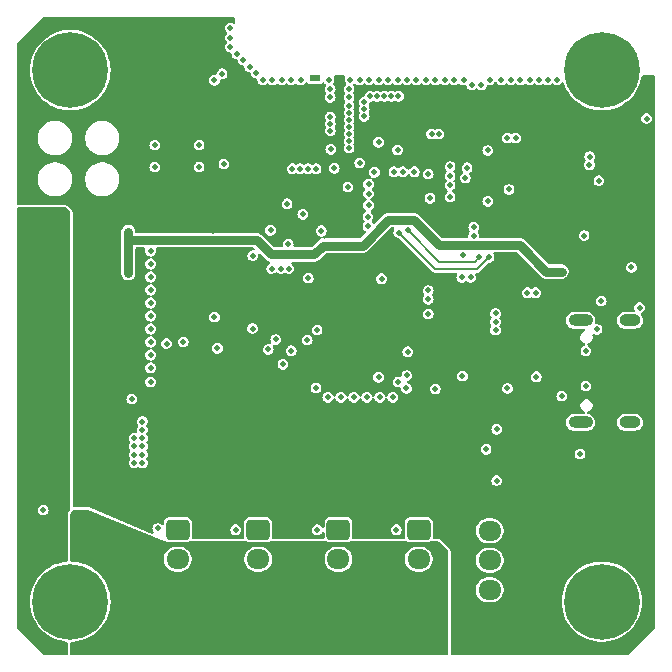
<source format=gbr>
%TF.GenerationSoftware,KiCad,Pcbnew,8.0.9-8.0.9-0~ubuntu24.04.1*%
%TF.CreationDate,2025-04-13T19:17:32+05:00*%
%TF.ProjectId,ThetaAnomalain,54686574-6141-46e6-9f6d-616c61696e2e,rev?*%
%TF.SameCoordinates,Original*%
%TF.FileFunction,Copper,L3,Inr*%
%TF.FilePolarity,Positive*%
%FSLAX46Y46*%
G04 Gerber Fmt 4.6, Leading zero omitted, Abs format (unit mm)*
G04 Created by KiCad (PCBNEW 8.0.9-8.0.9-0~ubuntu24.04.1) date 2025-04-13 19:17:32*
%MOMM*%
%LPD*%
G01*
G04 APERTURE LIST*
G04 Aperture macros list*
%AMRoundRect*
0 Rectangle with rounded corners*
0 $1 Rounding radius*
0 $2 $3 $4 $5 $6 $7 $8 $9 X,Y pos of 4 corners*
0 Add a 4 corners polygon primitive as box body*
4,1,4,$2,$3,$4,$5,$6,$7,$8,$9,$2,$3,0*
0 Add four circle primitives for the rounded corners*
1,1,$1+$1,$2,$3*
1,1,$1+$1,$4,$5*
1,1,$1+$1,$6,$7*
1,1,$1+$1,$8,$9*
0 Add four rect primitives between the rounded corners*
20,1,$1+$1,$2,$3,$4,$5,0*
20,1,$1+$1,$4,$5,$6,$7,0*
20,1,$1+$1,$6,$7,$8,$9,0*
20,1,$1+$1,$8,$9,$2,$3,0*%
G04 Aperture macros list end*
%TA.AperFunction,ComponentPad*%
%ADD10RoundRect,0.250000X-0.725000X0.600000X-0.725000X-0.600000X0.725000X-0.600000X0.725000X0.600000X0*%
%TD*%
%TA.AperFunction,ComponentPad*%
%ADD11O,1.950000X1.700000*%
%TD*%
%TA.AperFunction,ComponentPad*%
%ADD12R,0.900000X0.500000*%
%TD*%
%TA.AperFunction,ComponentPad*%
%ADD13C,0.800000*%
%TD*%
%TA.AperFunction,ComponentPad*%
%ADD14C,6.400000*%
%TD*%
%TA.AperFunction,ComponentPad*%
%ADD15RoundRect,0.250000X0.725000X-0.600000X0.725000X0.600000X-0.725000X0.600000X-0.725000X-0.600000X0*%
%TD*%
%TA.AperFunction,ComponentPad*%
%ADD16O,2.100000X1.000000*%
%TD*%
%TA.AperFunction,ComponentPad*%
%ADD17O,1.800000X1.000000*%
%TD*%
%TA.AperFunction,ViaPad*%
%ADD18C,0.500000*%
%TD*%
%TA.AperFunction,Conductor*%
%ADD19C,0.200000*%
%TD*%
%TA.AperFunction,Conductor*%
%ADD20C,0.800000*%
%TD*%
%TA.AperFunction,Conductor*%
%ADD21C,0.500000*%
%TD*%
G04 APERTURE END LIST*
D10*
%TO.N,/SERVOB*%
%TO.C,J4*%
X100700000Y-117900000D03*
D11*
%TO.N,+6V*%
X100700000Y-120400000D03*
%TO.N,Net-(J3-Pin_3)*%
X100700000Y-122900000D03*
%TD*%
D12*
%TO.N,GND*%
%TO.C,AE1*%
X98700000Y-79700000D03*
%TD*%
D13*
%TO.N,N/C*%
%TO.C,H1*%
X120600000Y-79000000D03*
X121302944Y-77302944D03*
X121302944Y-80697056D03*
X123000000Y-76600000D03*
D14*
X123000000Y-79000000D03*
D13*
X123000000Y-81400000D03*
X124697056Y-77302944D03*
X124697056Y-80697056D03*
X125400000Y-79000000D03*
%TD*%
D10*
%TO.N,/SERVOA*%
%TO.C,J3*%
X107500000Y-117900000D03*
D11*
%TO.N,+6V*%
X107500000Y-120400000D03*
%TO.N,Net-(J3-Pin_3)*%
X107500000Y-122900000D03*
%TD*%
D15*
%TO.N,VDD*%
%TO.C,J7*%
X113500000Y-125500000D03*
D11*
%TO.N,GND*%
X113500000Y-123000000D03*
%TO.N,/RXD0*%
X113500000Y-120500000D03*
%TO.N,/TXD0*%
X113500000Y-118000000D03*
%TD*%
D10*
%TO.N,/SERVOD*%
%TO.C,J6*%
X87100000Y-117900000D03*
D11*
%TO.N,+6V*%
X87100000Y-120400000D03*
%TO.N,Net-(J3-Pin_3)*%
X87100000Y-122900000D03*
%TD*%
D13*
%TO.N,N/C*%
%TO.C,H4*%
X120600000Y-124000000D03*
X121302944Y-122302944D03*
X121302944Y-125697056D03*
X123000000Y-121600000D03*
D14*
X123000000Y-124000000D03*
D13*
X123000000Y-126400000D03*
X124697056Y-122302944D03*
X124697056Y-125697056D03*
X125400000Y-124000000D03*
%TD*%
D10*
%TO.N,/SERVOC*%
%TO.C,J5*%
X93900000Y-117900000D03*
D11*
%TO.N,+6V*%
X93900000Y-120400000D03*
%TO.N,Net-(J3-Pin_3)*%
X93900000Y-122900000D03*
%TD*%
D13*
%TO.N,N/C*%
%TO.C,H2*%
X75600000Y-124000000D03*
X76302944Y-122302944D03*
X76302944Y-125697056D03*
X78000000Y-121600000D03*
D14*
X78000000Y-124000000D03*
D13*
X78000000Y-126400000D03*
X79697056Y-122302944D03*
X79697056Y-125697056D03*
X80400000Y-124000000D03*
%TD*%
D16*
%TO.N,unconnected-(J1-SHIELD-PadS1)_1*%
%TO.C,J1*%
X121195000Y-108820000D03*
D17*
%TO.N,unconnected-(J1-SHIELD-PadS1)_3*%
X125375000Y-108820000D03*
D16*
%TO.N,unconnected-(J1-SHIELD-PadS1)*%
X121195000Y-100180000D03*
D17*
%TO.N,unconnected-(J1-SHIELD-PadS1)_2*%
X125375000Y-100180000D03*
%TD*%
D13*
%TO.N,N/C*%
%TO.C,H3*%
X75600000Y-79000000D03*
X76302944Y-77302944D03*
X76302944Y-80697056D03*
X78000000Y-76600000D03*
D14*
X78000000Y-79000000D03*
D13*
X78000000Y-81400000D03*
X79697056Y-77302944D03*
X79697056Y-80697056D03*
X80400000Y-79000000D03*
%TD*%
D18*
%TO.N,GND*%
X103750000Y-87650000D03*
X103250000Y-90450000D03*
%TO.N,VDD*%
X85600000Y-112800000D03*
%TO.N,GND*%
X96000000Y-103900000D03*
%TO.N,VDD*%
X108250000Y-100950000D03*
X118850000Y-100800000D03*
X87200000Y-91500000D03*
X96150000Y-82300000D03*
X90050000Y-92600000D03*
X117450000Y-104050000D03*
X94950000Y-91500000D03*
X98500000Y-95550000D03*
X84600000Y-77550000D03*
X101750000Y-94800000D03*
X118200000Y-100800000D03*
X99050000Y-103700000D03*
X114990000Y-86050000D03*
X97750000Y-95550000D03*
X105000000Y-92750000D03*
X111590000Y-84700000D03*
X95400000Y-89000000D03*
X115550000Y-91200000D03*
X111440000Y-89100000D03*
X102400000Y-83800000D03*
X118850000Y-99300000D03*
X99050000Y-104350000D03*
X94950000Y-90800000D03*
X96100000Y-88300000D03*
X118200000Y-99300000D03*
X89000000Y-106850000D03*
X122750000Y-85200000D03*
X103050000Y-83800000D03*
X106400000Y-85650000D03*
X98050000Y-82300000D03*
X96100000Y-89000000D03*
X95400000Y-88300000D03*
%TO.N,/TX0_RAW*%
X121985876Y-86314124D03*
X106500000Y-104850000D03*
X106150000Y-87600000D03*
%TO.N,/BOOT*%
X103250000Y-89450000D03*
X91000000Y-86950000D03*
%TO.N,/Action*%
X115698893Y-84746442D03*
X122750000Y-88350000D03*
%TO.N,/RXD0*%
X105750000Y-105400000D03*
X121950000Y-87000000D03*
X105400000Y-87600000D03*
%TO.N,GND*%
X83400000Y-111550080D03*
X112150000Y-93000000D03*
X108300000Y-97650000D03*
X94950000Y-92557500D03*
X103380000Y-81215000D03*
X74100000Y-91900000D03*
X85150000Y-85350000D03*
X101600000Y-81300000D03*
X75700000Y-121200000D03*
X84800000Y-94300000D03*
X96800000Y-87350000D03*
X74100000Y-95900000D03*
X101600000Y-83200000D03*
X109700000Y-79800000D03*
X76600000Y-111550080D03*
X74100000Y-92700000D03*
X74300000Y-120500000D03*
X97450000Y-87350000D03*
X84800000Y-105400000D03*
X103300000Y-79800000D03*
X75000000Y-121200000D03*
X101600000Y-85000000D03*
X112150000Y-92300000D03*
X95100000Y-79800000D03*
X105700000Y-79800000D03*
X108300000Y-99650000D03*
X84800000Y-96500000D03*
X75000000Y-120500000D03*
X84100000Y-110150080D03*
X100900000Y-106700000D03*
X102880000Y-81715000D03*
X76600000Y-112250080D03*
X108900000Y-79800000D03*
X93425000Y-100875000D03*
X117450000Y-104950000D03*
X76600000Y-110850080D03*
X74700000Y-95500000D03*
X112800000Y-80250000D03*
X92000000Y-117900000D03*
X83400000Y-110150080D03*
X108580000Y-84415000D03*
X102500000Y-79800000D03*
X114000000Y-99600000D03*
X104100000Y-79800000D03*
X100050000Y-85700000D03*
X74100000Y-94300000D03*
X115000000Y-84750000D03*
X93200000Y-78700000D03*
X109180000Y-84415000D03*
X74300000Y-118400000D03*
X122600000Y-100950000D03*
X74300000Y-117700000D03*
X90200000Y-99900000D03*
X92100000Y-77600000D03*
X116100000Y-79800000D03*
X100000000Y-80600000D03*
X101700000Y-79800000D03*
X119200000Y-79800000D03*
X91550000Y-76250000D03*
X98100000Y-87350000D03*
X101600000Y-82000000D03*
X117400000Y-97850000D03*
X74100000Y-95100000D03*
X84100000Y-111550080D03*
X93750000Y-79250000D03*
X84800000Y-99800000D03*
X96700000Y-79800000D03*
X84100000Y-112250080D03*
X74700000Y-96300000D03*
X84100000Y-108750080D03*
X94300000Y-79800000D03*
X107300000Y-79800000D03*
X74700000Y-92300000D03*
X101600000Y-80600000D03*
X84800000Y-100900000D03*
X105300000Y-106700000D03*
X117700000Y-79800000D03*
X74700000Y-97100000D03*
X84100000Y-110850080D03*
X115300000Y-79800000D03*
X102880000Y-82915000D03*
X84800000Y-103100000D03*
X104580000Y-81215000D03*
X108100000Y-79800000D03*
X98050000Y-101850000D03*
X101600000Y-84400000D03*
X104200000Y-106700000D03*
X97500000Y-79800000D03*
X74100000Y-93500000D03*
X84800000Y-95400000D03*
X74100000Y-96700000D03*
X104100000Y-85100000D03*
X114000000Y-100300000D03*
X74300000Y-119800000D03*
X122950000Y-98550000D03*
X105700000Y-85750000D03*
X76600000Y-110150080D03*
X99900000Y-79800000D03*
X85400000Y-117800000D03*
X105600000Y-117900000D03*
X100350000Y-87300000D03*
X84800000Y-104200000D03*
X103100000Y-106700000D03*
X101600000Y-83800000D03*
X102000000Y-106700000D03*
X102880000Y-82315000D03*
X91550000Y-77050000D03*
X75700000Y-120500000D03*
X114000000Y-101000000D03*
X99800000Y-106700000D03*
X74300000Y-119100000D03*
X99250000Y-92600000D03*
X116700000Y-97850000D03*
X100000000Y-81300000D03*
X83400000Y-112250080D03*
X110500000Y-79800000D03*
X100000000Y-82950000D03*
X77300000Y-112250080D03*
X113500000Y-79800000D03*
X91550000Y-75450000D03*
X77300000Y-110150080D03*
X98900000Y-117900000D03*
X74300000Y-121200000D03*
X121500000Y-93000000D03*
X105780000Y-81215000D03*
X126787500Y-83100000D03*
X101600000Y-82600000D03*
X84800000Y-97600000D03*
X113200000Y-111100000D03*
X95900000Y-79800000D03*
X101500000Y-88900000D03*
X102500000Y-86850000D03*
X114500000Y-79800000D03*
X77300000Y-110850080D03*
X108900000Y-106000000D03*
X103980000Y-81215000D03*
X84800000Y-102000000D03*
X104900000Y-79800000D03*
X74700000Y-93100000D03*
X74700000Y-94700000D03*
X84100000Y-109450080D03*
X106500000Y-79800000D03*
X111440000Y-88100000D03*
X118400000Y-79800000D03*
X115140000Y-89100000D03*
X92650000Y-78150000D03*
X74700000Y-93900000D03*
X105180000Y-81215000D03*
X77300000Y-111550080D03*
X111590000Y-87250000D03*
X111300000Y-79800000D03*
X101600000Y-85600000D03*
X74700000Y-91500000D03*
X98900000Y-101000000D03*
X100000000Y-83550000D03*
X108300000Y-98400000D03*
X100000000Y-84150000D03*
X116900000Y-79800000D03*
X112000000Y-80250000D03*
X84800000Y-98700000D03*
X83400000Y-110850080D03*
X88900000Y-85350000D03*
%TO.N,/IMU_INT*%
X96350000Y-90300000D03*
X103200000Y-91400000D03*
%TO.N,+3V8*%
X82900000Y-92700000D03*
X82900000Y-96200000D03*
X119600000Y-96050000D03*
X82900000Y-95500000D03*
X118950000Y-96050000D03*
X82900000Y-93400000D03*
X82900000Y-94800000D03*
X82900000Y-94100000D03*
X99250000Y-93850000D03*
X118300000Y-96050000D03*
%TO.N,/SDA*%
X90200000Y-79850000D03*
X105800000Y-92750000D03*
X113450000Y-94850000D03*
%TO.N,/SCL*%
X113340000Y-90100000D03*
X112600000Y-94850000D03*
X113340000Y-85800000D03*
X90850000Y-79300000D03*
X106559184Y-92550000D03*
%TO.N,/CHIP_PU*%
X103250000Y-88650000D03*
X88900000Y-87200000D03*
X85150000Y-87200000D03*
%TO.N,/SERVOA*%
X110150000Y-89750000D03*
%TO.N,/SERVOB*%
X110150000Y-88750000D03*
%TO.N,/SERVOC*%
X108450000Y-89850000D03*
%TO.N,/OFF*%
X111250000Y-94650000D03*
X110150000Y-87150000D03*
%TO.N,Net-(JP1-C)*%
X83200000Y-106850000D03*
%TO.N,/SERVOEN*%
X75700000Y-116250000D03*
X108300000Y-87800000D03*
%TO.N,/BUZ*%
X111150000Y-96550000D03*
X115000000Y-105950000D03*
%TO.N,Net-(D1-A)*%
X119600000Y-106600000D03*
X126200000Y-99100000D03*
%TO.N,Net-(BZ1-+)*%
X121150000Y-111500000D03*
X125500000Y-95700000D03*
%TO.N,Net-(J3-Pin_3)*%
X79600000Y-117700000D03*
X78950000Y-119800000D03*
X79600000Y-118400000D03*
X79600000Y-119100000D03*
X78950000Y-117000000D03*
X79600000Y-119800000D03*
X78950000Y-118400000D03*
X78950000Y-117700000D03*
X78950000Y-119100000D03*
%TO.N,Net-(J1-CC2)*%
X121650000Y-102750000D03*
X114100000Y-109400000D03*
%TO.N,Net-(J1-CC1)*%
X121650000Y-105750000D03*
X114100000Y-113750000D03*
%TO.N,Net-(RN3-R3.2)*%
X104350000Y-96650000D03*
X106570000Y-102830000D03*
%TO.N,Net-(RN4-R4.2)*%
X98150000Y-96600000D03*
X93450000Y-94700000D03*
%TO.N,Net-(RN4-R2.2)*%
X96500000Y-95800000D03*
X90450000Y-102550000D03*
%TO.N,Net-(RN4-R1.2)*%
X87550000Y-102000000D03*
X95850000Y-95800000D03*
%TO.N,Net-(RN5-R4.2)*%
X95050000Y-95800000D03*
X86150000Y-102150000D03*
%TO.N,Net-(U5-INT2{slash}FSYNC{slash}CLKIN)*%
X97687276Y-91200000D03*
X96450000Y-93750000D03*
X98800003Y-87350000D03*
%TO.N,/SERVOD*%
X110150000Y-87950000D03*
%TO.N,/LD_SCK*%
X103200000Y-92200000D03*
X94750000Y-102650000D03*
%TO.N,/LD_D*%
X111900000Y-96550000D03*
X104100000Y-105000000D03*
X96700000Y-102750000D03*
X111200000Y-104900000D03*
%TO.N,/LD_CS*%
X95400000Y-101800000D03*
X107125650Y-87600000D03*
X106450000Y-105950000D03*
X98800000Y-105900000D03*
%TD*%
D19*
%TO.N,VDD*%
X85600000Y-112800000D02*
X85600000Y-108400000D01*
X85600000Y-108400000D02*
X87150000Y-106850000D01*
X87150000Y-106850000D02*
X89000000Y-106850000D01*
X108250000Y-100950000D02*
X108250000Y-103600000D01*
X101303248Y-86675000D02*
X101303248Y-87546752D01*
X111590000Y-84700000D02*
X113640000Y-84700000D01*
X117450000Y-104050000D02*
X118800000Y-104050000D01*
X118850000Y-100800000D02*
X118200000Y-100800000D01*
X101017893Y-85875000D02*
X98050000Y-82907107D01*
X90050000Y-92600000D02*
X90550000Y-92100000D01*
X118200000Y-99300000D02*
X118200000Y-100800000D01*
X103050000Y-83800000D02*
X104250000Y-83800000D01*
X118800000Y-104050000D02*
X118850000Y-104000000D01*
X89000000Y-106850000D02*
X96550000Y-106850000D01*
X101000000Y-95550000D02*
X101750000Y-94800000D01*
X96100000Y-89000000D02*
X96100000Y-88300000D01*
X88950000Y-91500000D02*
X87200000Y-91500000D01*
X120700000Y-95100000D02*
X116800000Y-91200000D01*
X98500000Y-95550000D02*
X101000000Y-95550000D01*
X105000000Y-92750000D02*
X102950000Y-94800000D01*
X116800000Y-91200000D02*
X115550000Y-91200000D01*
X99400000Y-103350000D02*
X99050000Y-103700000D01*
X118200000Y-100800000D02*
X115300000Y-103700000D01*
X94950000Y-89550000D02*
X94950000Y-90800000D01*
X122850000Y-85200000D02*
X117200000Y-85200000D01*
X118850000Y-104000000D02*
X118850000Y-100800000D01*
X114990000Y-86050000D02*
X114765000Y-86275000D01*
X120700000Y-97450000D02*
X120700000Y-95100000D01*
X84600000Y-77550000D02*
X84600000Y-83571752D01*
X115640000Y-91110000D02*
X115940000Y-91110000D01*
X117000000Y-88060000D02*
X114990000Y-86050000D01*
X106400000Y-85650000D02*
X106400000Y-84890000D01*
X95500000Y-89000000D02*
X94950000Y-89550000D01*
X111590000Y-84700000D02*
X111190000Y-85100000D01*
X118850000Y-121125000D02*
X118850000Y-104000000D01*
X117000000Y-90050000D02*
X117000000Y-88060000D01*
X111940000Y-89100000D02*
X114990000Y-86050000D01*
X111900000Y-103700000D02*
X108350000Y-103700000D01*
X90050000Y-92600000D02*
X88950000Y-91500000D01*
X96150000Y-82300000D02*
X98050000Y-82300000D01*
X115550000Y-91200000D02*
X115640000Y-91110000D01*
X115300000Y-103700000D02*
X111900000Y-103700000D01*
X87200000Y-86171752D02*
X87200000Y-91500000D01*
X101025000Y-85875000D02*
X101017893Y-85875000D01*
X101025000Y-85875000D02*
X101025000Y-86396752D01*
X115940000Y-91110000D02*
X117000000Y-90050000D01*
X99400000Y-96450000D02*
X99400000Y-103350000D01*
X98050000Y-82907107D02*
X98050000Y-82300000D01*
X101303248Y-87546752D02*
X100550000Y-88300000D01*
X105340000Y-84890000D02*
X106400000Y-84890000D01*
X102400000Y-84150000D02*
X103050000Y-84800000D01*
X118850000Y-100800000D02*
X118850000Y-99300000D01*
X108250000Y-103600000D02*
X108350000Y-103700000D01*
X94350000Y-92100000D02*
X94950000Y-91500000D01*
X103050000Y-85321752D02*
X101696752Y-86675000D01*
X99050000Y-103700000D02*
X99050000Y-104350000D01*
X95400000Y-89000000D02*
X95400000Y-88300000D01*
X114475000Y-125500000D02*
X118850000Y-121125000D01*
X96550000Y-106850000D02*
X99050000Y-104350000D01*
X102400000Y-83800000D02*
X102400000Y-84150000D01*
X103050000Y-84800000D02*
X103050000Y-85321752D01*
X111190000Y-85100000D02*
X106610000Y-85100000D01*
X111590000Y-84750000D02*
X111590000Y-84700000D01*
X108350000Y-103700000D02*
X99050000Y-103700000D01*
X101025000Y-86396752D02*
X101303248Y-86675000D01*
X117200000Y-85200000D02*
X115670000Y-86730000D01*
X103050000Y-83800000D02*
X103050000Y-84800000D01*
X113500000Y-125500000D02*
X114475000Y-125500000D01*
X113640000Y-84700000D02*
X114990000Y-86050000D01*
X111440000Y-89100000D02*
X111940000Y-89100000D01*
X100550000Y-88300000D02*
X96200000Y-88300000D01*
X90550000Y-92100000D02*
X94350000Y-92100000D01*
X98500000Y-95550000D02*
X99400000Y-96450000D01*
X101696752Y-86675000D02*
X101303248Y-86675000D01*
X104250000Y-83800000D02*
X105340000Y-84890000D01*
X106610000Y-85100000D02*
X106400000Y-84890000D01*
X102950000Y-94800000D02*
X101750000Y-94800000D01*
X84600000Y-83571752D02*
X87200000Y-86171752D01*
X95400000Y-88300000D02*
X96100000Y-88300000D01*
X118850000Y-99300000D02*
X120700000Y-97450000D01*
D20*
%TO.N,+3V8*%
X107100000Y-91700000D02*
X104900000Y-91700000D01*
X109200000Y-93800000D02*
X107100000Y-91700000D01*
X95000000Y-94600000D02*
X93800000Y-93400000D01*
X118300000Y-96050000D02*
X116050000Y-93800000D01*
X118300000Y-96050000D02*
X118950000Y-96050000D01*
D21*
X99675000Y-93850000D02*
X99400000Y-93850000D01*
D20*
X102750000Y-93850000D02*
X99675000Y-93850000D01*
X119600000Y-96050000D02*
X118950000Y-96050000D01*
X82900000Y-92700000D02*
X82900000Y-96200000D01*
X93800000Y-93400000D02*
X82900000Y-93400000D01*
X116050000Y-93800000D02*
X109200000Y-93800000D01*
X98650000Y-94600000D02*
X95000000Y-94600000D01*
X99400000Y-93850000D02*
X98650000Y-94600000D01*
D21*
X99250000Y-93850000D02*
X99675000Y-93850000D01*
D20*
X104900000Y-91700000D02*
X102750000Y-93850000D01*
D19*
%TO.N,/SDA*%
X108900000Y-95850000D02*
X105800000Y-92750000D01*
X112450000Y-95850000D02*
X108900000Y-95850000D01*
X113450000Y-94850000D02*
X112450000Y-95850000D01*
%TO.N,/SCL*%
X109209184Y-95200000D02*
X106559184Y-92550000D01*
X112600000Y-94850000D02*
X112250000Y-95200000D01*
X112250000Y-95200000D02*
X109209184Y-95200000D01*
%TD*%
%TA.AperFunction,Conductor*%
%TO.N,GND*%
G36*
X77615677Y-90619685D02*
G01*
X77636319Y-90636319D01*
X77963681Y-90963681D01*
X77997166Y-91025004D01*
X78000000Y-91051362D01*
X78000000Y-116158017D01*
X77980315Y-116225056D01*
X77963681Y-116245698D01*
X77891014Y-116318365D01*
X77891012Y-116318366D01*
X77876325Y-116334716D01*
X77876313Y-116334730D01*
X77859672Y-116355379D01*
X77822509Y-116426424D01*
X77802826Y-116493456D01*
X77794500Y-116551365D01*
X77794500Y-120475491D01*
X77794501Y-120475513D01*
X77794684Y-120477216D01*
X77794613Y-120477606D01*
X77794678Y-120478808D01*
X77794500Y-120478817D01*
X77794500Y-120478821D01*
X77794436Y-120478821D01*
X77794393Y-120478823D01*
X77782270Y-120545974D01*
X77734653Y-120597105D01*
X77684800Y-120613728D01*
X77449053Y-120639367D01*
X77088934Y-120718635D01*
X76846703Y-120800253D01*
X76739497Y-120836375D01*
X76739494Y-120836376D01*
X76739486Y-120836379D01*
X76404846Y-120991200D01*
X76404842Y-120991202D01*
X76169538Y-121132779D01*
X76088881Y-121181310D01*
X76047816Y-121212527D01*
X75795330Y-121404461D01*
X75795330Y-121404462D01*
X75527626Y-121658044D01*
X75288909Y-121939083D01*
X75081979Y-122244282D01*
X75081973Y-122244291D01*
X74909261Y-122570061D01*
X74909255Y-122570073D01*
X74772770Y-122912628D01*
X74772768Y-122912634D01*
X74674128Y-123267905D01*
X74674122Y-123267931D01*
X74614470Y-123631786D01*
X74614469Y-123631803D01*
X74594506Y-123999997D01*
X74594506Y-124000002D01*
X74614469Y-124368196D01*
X74614470Y-124368213D01*
X74674122Y-124732068D01*
X74674128Y-124732094D01*
X74772768Y-125087365D01*
X74772770Y-125087371D01*
X74909255Y-125429926D01*
X74909261Y-125429938D01*
X75081973Y-125755708D01*
X75081979Y-125755717D01*
X75288909Y-126060916D01*
X75485777Y-126292686D01*
X75527627Y-126341956D01*
X75795330Y-126595538D01*
X76088881Y-126818690D01*
X76404838Y-127008795D01*
X76404840Y-127008796D01*
X76404842Y-127008797D01*
X76404846Y-127008799D01*
X76739486Y-127163620D01*
X76739497Y-127163625D01*
X77088934Y-127281364D01*
X77449052Y-127360632D01*
X77684783Y-127386269D01*
X77749300Y-127413086D01*
X77789077Y-127470528D01*
X77793481Y-127519988D01*
X77794816Y-127520084D01*
X77794500Y-127524501D01*
X77794500Y-128375500D01*
X77774815Y-128442539D01*
X77722011Y-128488294D01*
X77670500Y-128499500D01*
X75758676Y-128499500D01*
X75691637Y-128479815D01*
X75670995Y-128463181D01*
X73536819Y-126329005D01*
X73503334Y-126267682D01*
X73500500Y-126241324D01*
X73500500Y-116250000D01*
X75244867Y-116250000D01*
X75263302Y-116378225D01*
X75285315Y-116426425D01*
X75317118Y-116496063D01*
X75401951Y-116593967D01*
X75510931Y-116664004D01*
X75635225Y-116700499D01*
X75635227Y-116700500D01*
X75635228Y-116700500D01*
X75764773Y-116700500D01*
X75764773Y-116700499D01*
X75889069Y-116664004D01*
X75998049Y-116593967D01*
X76082882Y-116496063D01*
X76136697Y-116378226D01*
X76155133Y-116250000D01*
X76136697Y-116121774D01*
X76082882Y-116003937D01*
X75998049Y-115906033D01*
X75889069Y-115835996D01*
X75889065Y-115835994D01*
X75889064Y-115835994D01*
X75764774Y-115799500D01*
X75764772Y-115799500D01*
X75635228Y-115799500D01*
X75635226Y-115799500D01*
X75510935Y-115835994D01*
X75510932Y-115835995D01*
X75510931Y-115835996D01*
X75459677Y-115868934D01*
X75401950Y-115906033D01*
X75317118Y-116003937D01*
X75317117Y-116003938D01*
X75263302Y-116121774D01*
X75244867Y-116250000D01*
X73500500Y-116250000D01*
X73500500Y-90724000D01*
X73520185Y-90656961D01*
X73572989Y-90611206D01*
X73624500Y-90600000D01*
X77548638Y-90600000D01*
X77615677Y-90619685D01*
G37*
%TD.AperFunction*%
%TD*%
%TA.AperFunction,Conductor*%
%TO.N,VDD*%
G36*
X91893039Y-74520185D02*
G01*
X91938794Y-74572989D01*
X91950000Y-74624500D01*
X91950000Y-74944464D01*
X91930315Y-75011503D01*
X91877511Y-75057258D01*
X91808353Y-75067202D01*
X91758964Y-75048781D01*
X91739069Y-75035996D01*
X91739066Y-75035995D01*
X91739063Y-75035993D01*
X91614774Y-74999500D01*
X91614772Y-74999500D01*
X91485228Y-74999500D01*
X91485226Y-74999500D01*
X91360935Y-75035994D01*
X91360932Y-75035995D01*
X91360931Y-75035996D01*
X91327847Y-75057258D01*
X91251950Y-75106033D01*
X91167118Y-75203937D01*
X91167117Y-75203938D01*
X91113302Y-75321774D01*
X91094867Y-75450000D01*
X91113302Y-75578225D01*
X91141225Y-75639367D01*
X91167118Y-75696063D01*
X91215115Y-75751455D01*
X91230142Y-75768798D01*
X91259166Y-75832354D01*
X91249222Y-75901513D01*
X91230142Y-75931202D01*
X91167118Y-76003937D01*
X91167117Y-76003938D01*
X91113302Y-76121774D01*
X91094867Y-76250000D01*
X91113302Y-76378225D01*
X91150000Y-76458580D01*
X91167118Y-76496063D01*
X91215115Y-76551455D01*
X91230142Y-76568798D01*
X91259166Y-76632354D01*
X91249222Y-76701513D01*
X91230142Y-76731202D01*
X91167118Y-76803937D01*
X91167117Y-76803938D01*
X91113302Y-76921774D01*
X91094867Y-77050000D01*
X91113302Y-77178225D01*
X91143470Y-77244282D01*
X91167118Y-77296063D01*
X91251951Y-77393967D01*
X91360931Y-77464004D01*
X91438869Y-77486888D01*
X91485225Y-77500499D01*
X91485227Y-77500500D01*
X91523114Y-77500500D01*
X91590153Y-77520185D01*
X91635908Y-77572989D01*
X91645852Y-77606853D01*
X91663302Y-77728225D01*
X91717117Y-77846061D01*
X91717118Y-77846063D01*
X91801951Y-77943967D01*
X91910931Y-78014004D01*
X91988869Y-78036888D01*
X92035225Y-78050499D01*
X92035227Y-78050500D01*
X92073114Y-78050500D01*
X92140153Y-78070185D01*
X92185908Y-78122989D01*
X92195852Y-78156853D01*
X92213302Y-78278225D01*
X92267117Y-78396061D01*
X92267118Y-78396063D01*
X92351951Y-78493967D01*
X92460931Y-78564004D01*
X92538869Y-78586888D01*
X92585225Y-78600499D01*
X92585227Y-78600500D01*
X92623114Y-78600500D01*
X92690153Y-78620185D01*
X92735908Y-78672989D01*
X92745852Y-78706853D01*
X92763302Y-78828225D01*
X92789685Y-78885994D01*
X92817118Y-78946063D01*
X92901951Y-79043967D01*
X93010931Y-79114004D01*
X93088869Y-79136888D01*
X93135225Y-79150499D01*
X93135227Y-79150500D01*
X93173114Y-79150500D01*
X93240153Y-79170185D01*
X93285908Y-79222989D01*
X93295852Y-79256853D01*
X93313302Y-79378225D01*
X93351227Y-79461267D01*
X93367118Y-79496063D01*
X93451951Y-79593967D01*
X93560931Y-79664004D01*
X93587394Y-79671774D01*
X93685225Y-79700499D01*
X93685227Y-79700500D01*
X93723114Y-79700500D01*
X93790153Y-79720185D01*
X93835908Y-79772989D01*
X93845852Y-79806853D01*
X93863302Y-79928225D01*
X93916649Y-80045036D01*
X93917118Y-80046063D01*
X94001951Y-80143967D01*
X94110931Y-80214004D01*
X94235225Y-80250499D01*
X94235227Y-80250500D01*
X94235228Y-80250500D01*
X94364773Y-80250500D01*
X94364773Y-80250499D01*
X94489069Y-80214004D01*
X94598049Y-80143967D01*
X94606284Y-80134462D01*
X94665061Y-80096686D01*
X94734930Y-80096684D01*
X94793710Y-80134456D01*
X94793716Y-80134463D01*
X94801949Y-80143966D01*
X94817038Y-80153663D01*
X94910931Y-80214004D01*
X95035225Y-80250499D01*
X95035227Y-80250500D01*
X95035228Y-80250500D01*
X95164773Y-80250500D01*
X95164773Y-80250499D01*
X95289069Y-80214004D01*
X95398049Y-80143967D01*
X95406284Y-80134462D01*
X95465061Y-80096686D01*
X95534930Y-80096684D01*
X95593710Y-80134456D01*
X95593716Y-80134463D01*
X95601949Y-80143966D01*
X95617038Y-80153663D01*
X95710931Y-80214004D01*
X95835225Y-80250499D01*
X95835227Y-80250500D01*
X95835228Y-80250500D01*
X95964773Y-80250500D01*
X95964773Y-80250499D01*
X96089069Y-80214004D01*
X96198049Y-80143967D01*
X96206284Y-80134462D01*
X96265061Y-80096686D01*
X96334930Y-80096684D01*
X96393710Y-80134456D01*
X96393716Y-80134463D01*
X96401949Y-80143966D01*
X96417038Y-80153663D01*
X96510931Y-80214004D01*
X96635225Y-80250499D01*
X96635227Y-80250500D01*
X96635228Y-80250500D01*
X96764773Y-80250500D01*
X96764773Y-80250499D01*
X96889069Y-80214004D01*
X96998049Y-80143967D01*
X97006284Y-80134462D01*
X97065061Y-80096686D01*
X97134930Y-80096684D01*
X97193710Y-80134456D01*
X97193716Y-80134463D01*
X97201949Y-80143966D01*
X97217038Y-80153663D01*
X97310931Y-80214004D01*
X97435225Y-80250499D01*
X97435227Y-80250500D01*
X97435228Y-80250500D01*
X97564773Y-80250500D01*
X97564773Y-80250499D01*
X97689069Y-80214004D01*
X97798049Y-80143967D01*
X97882882Y-80046063D01*
X97882882Y-80046060D01*
X97883771Y-80045036D01*
X97942548Y-80007260D01*
X98012418Y-80007259D01*
X98071197Y-80045033D01*
X98080587Y-80057346D01*
X98105447Y-80094552D01*
X98171769Y-80138867D01*
X98171770Y-80138868D01*
X98230247Y-80150499D01*
X98230250Y-80150500D01*
X98230252Y-80150500D01*
X99169750Y-80150500D01*
X99169751Y-80150499D01*
X99184568Y-80147552D01*
X99228229Y-80138868D01*
X99228229Y-80138867D01*
X99228231Y-80138867D01*
X99294552Y-80094552D01*
X99319413Y-80057345D01*
X99373023Y-80012542D01*
X99442348Y-80003834D01*
X99505376Y-80033988D01*
X99516228Y-80045035D01*
X99517117Y-80046061D01*
X99517118Y-80046063D01*
X99601951Y-80143967D01*
X99608168Y-80147962D01*
X99653923Y-80200765D01*
X99663867Y-80269923D01*
X99634844Y-80333478D01*
X99617120Y-80353932D01*
X99617117Y-80353938D01*
X99563302Y-80471774D01*
X99544867Y-80600000D01*
X99563302Y-80728225D01*
X99617117Y-80846061D01*
X99617120Y-80846067D01*
X99636817Y-80868798D01*
X99665842Y-80932354D01*
X99655898Y-81001512D01*
X99636817Y-81031202D01*
X99617120Y-81053932D01*
X99617117Y-81053938D01*
X99563302Y-81171774D01*
X99544867Y-81300000D01*
X99563302Y-81428225D01*
X99617117Y-81546061D01*
X99617118Y-81546063D01*
X99701951Y-81643967D01*
X99810931Y-81714004D01*
X99935225Y-81750499D01*
X99935227Y-81750500D01*
X99935228Y-81750500D01*
X100064773Y-81750500D01*
X100064773Y-81750499D01*
X100189069Y-81714004D01*
X100298049Y-81643967D01*
X100382882Y-81546063D01*
X100436697Y-81428226D01*
X100455133Y-81300000D01*
X100436697Y-81171774D01*
X100382882Y-81053937D01*
X100363181Y-81031201D01*
X100334157Y-80967649D01*
X100344100Y-80898490D01*
X100363182Y-80868798D01*
X100382882Y-80846063D01*
X100436697Y-80728226D01*
X100455133Y-80600000D01*
X100436697Y-80471774D01*
X100382882Y-80353937D01*
X100298049Y-80256033D01*
X100298048Y-80256032D01*
X100291830Y-80252036D01*
X100246076Y-80199232D01*
X100236132Y-80130074D01*
X100265157Y-80066519D01*
X100282882Y-80046063D01*
X100336697Y-79928226D01*
X100355133Y-79800000D01*
X100336697Y-79671774D01*
X100315568Y-79625510D01*
X100305626Y-79556353D01*
X100334651Y-79492797D01*
X100393430Y-79455023D01*
X100428364Y-79450000D01*
X101171636Y-79450000D01*
X101238675Y-79469685D01*
X101284430Y-79522489D01*
X101294374Y-79591647D01*
X101284431Y-79625511D01*
X101263302Y-79671776D01*
X101244867Y-79800000D01*
X101263302Y-79928225D01*
X101316649Y-80045036D01*
X101317118Y-80046063D01*
X101331783Y-80062987D01*
X101334843Y-80066519D01*
X101363867Y-80130075D01*
X101353923Y-80199234D01*
X101308172Y-80252034D01*
X101301952Y-80256031D01*
X101217118Y-80353937D01*
X101217117Y-80353938D01*
X101163302Y-80471774D01*
X101144867Y-80600000D01*
X101163302Y-80728225D01*
X101217117Y-80846061D01*
X101217120Y-80846067D01*
X101236817Y-80868798D01*
X101265842Y-80932354D01*
X101255898Y-81001512D01*
X101236817Y-81031202D01*
X101217120Y-81053932D01*
X101217117Y-81053938D01*
X101163302Y-81171774D01*
X101144867Y-81300000D01*
X101163302Y-81428225D01*
X101217117Y-81546061D01*
X101217120Y-81546067D01*
X101236817Y-81568798D01*
X101265842Y-81632354D01*
X101255898Y-81701512D01*
X101236817Y-81731202D01*
X101217120Y-81753932D01*
X101217117Y-81753938D01*
X101163302Y-81871774D01*
X101144867Y-82000000D01*
X101163302Y-82128225D01*
X101218225Y-82248488D01*
X101228169Y-82317647D01*
X101218225Y-82351512D01*
X101163302Y-82471774D01*
X101144867Y-82600000D01*
X101163302Y-82728225D01*
X101218225Y-82848488D01*
X101228169Y-82917647D01*
X101218225Y-82951512D01*
X101163302Y-83071774D01*
X101144867Y-83200000D01*
X101163302Y-83328225D01*
X101218225Y-83448488D01*
X101228169Y-83517647D01*
X101218225Y-83551512D01*
X101163302Y-83671774D01*
X101144867Y-83800000D01*
X101163302Y-83928225D01*
X101218225Y-84048488D01*
X101228169Y-84117647D01*
X101218225Y-84151512D01*
X101163302Y-84271774D01*
X101144867Y-84400000D01*
X101163302Y-84528225D01*
X101218225Y-84648488D01*
X101228169Y-84717647D01*
X101218225Y-84751512D01*
X101163302Y-84871774D01*
X101144867Y-85000000D01*
X101163302Y-85128225D01*
X101218225Y-85248488D01*
X101228169Y-85317647D01*
X101218225Y-85351512D01*
X101163302Y-85471774D01*
X101144867Y-85600000D01*
X101163302Y-85728225D01*
X101208972Y-85828226D01*
X101217118Y-85846063D01*
X101301951Y-85943967D01*
X101410931Y-86014004D01*
X101520117Y-86046063D01*
X101535225Y-86050499D01*
X101535227Y-86050500D01*
X101535228Y-86050500D01*
X101664773Y-86050500D01*
X101664773Y-86050499D01*
X101789069Y-86014004D01*
X101898049Y-85943967D01*
X101982882Y-85846063D01*
X102026753Y-85750000D01*
X105244867Y-85750000D01*
X105263302Y-85878225D01*
X105294283Y-85946062D01*
X105317118Y-85996063D01*
X105401951Y-86093967D01*
X105510931Y-86164004D01*
X105635225Y-86200499D01*
X105635227Y-86200500D01*
X105635228Y-86200500D01*
X105764773Y-86200500D01*
X105764773Y-86200499D01*
X105889069Y-86164004D01*
X105998049Y-86093967D01*
X106082882Y-85996063D01*
X106136697Y-85878226D01*
X106147944Y-85800000D01*
X112884867Y-85800000D01*
X112903302Y-85928225D01*
X112934283Y-85996062D01*
X112957118Y-86046063D01*
X113041951Y-86143967D01*
X113150931Y-86214004D01*
X113275225Y-86250499D01*
X113275227Y-86250500D01*
X113275228Y-86250500D01*
X113404773Y-86250500D01*
X113404773Y-86250499D01*
X113529069Y-86214004D01*
X113638049Y-86143967D01*
X113722882Y-86046063D01*
X113776697Y-85928226D01*
X113795133Y-85800000D01*
X113776697Y-85671774D01*
X113722882Y-85553937D01*
X113638049Y-85456033D01*
X113529069Y-85385996D01*
X113529065Y-85385994D01*
X113529064Y-85385994D01*
X113404774Y-85349500D01*
X113404772Y-85349500D01*
X113275228Y-85349500D01*
X113275226Y-85349500D01*
X113150935Y-85385994D01*
X113150932Y-85385995D01*
X113150931Y-85385996D01*
X113119753Y-85406033D01*
X113041950Y-85456033D01*
X112957118Y-85553937D01*
X112957117Y-85553938D01*
X112903302Y-85671774D01*
X112884867Y-85800000D01*
X106147944Y-85800000D01*
X106155133Y-85750000D01*
X106136697Y-85621774D01*
X106082882Y-85503937D01*
X105998049Y-85406033D01*
X105889069Y-85335996D01*
X105889065Y-85335994D01*
X105889064Y-85335994D01*
X105764774Y-85299500D01*
X105764772Y-85299500D01*
X105635228Y-85299500D01*
X105635226Y-85299500D01*
X105510935Y-85335994D01*
X105510932Y-85335995D01*
X105510931Y-85335996D01*
X105479753Y-85356033D01*
X105401950Y-85406033D01*
X105317118Y-85503937D01*
X105317117Y-85503938D01*
X105263302Y-85621774D01*
X105244867Y-85750000D01*
X102026753Y-85750000D01*
X102036697Y-85728226D01*
X102055133Y-85600000D01*
X102036697Y-85471774D01*
X101982882Y-85353937D01*
X101982880Y-85353935D01*
X101981774Y-85351512D01*
X101971830Y-85282354D01*
X101981774Y-85248488D01*
X101982880Y-85246064D01*
X101982882Y-85246063D01*
X102036697Y-85128226D01*
X102040755Y-85100000D01*
X103644867Y-85100000D01*
X103663302Y-85228225D01*
X103717117Y-85346061D01*
X103717118Y-85346063D01*
X103801951Y-85443967D01*
X103910931Y-85514004D01*
X104035225Y-85550499D01*
X104035227Y-85550500D01*
X104035228Y-85550500D01*
X104164773Y-85550500D01*
X104164773Y-85550499D01*
X104289069Y-85514004D01*
X104398049Y-85443967D01*
X104482882Y-85346063D01*
X104536697Y-85228226D01*
X104555133Y-85100000D01*
X104536697Y-84971774D01*
X104482882Y-84853937D01*
X104398049Y-84756033D01*
X104289069Y-84685996D01*
X104289065Y-84685994D01*
X104289064Y-84685994D01*
X104164774Y-84649500D01*
X104164772Y-84649500D01*
X104035228Y-84649500D01*
X104035226Y-84649500D01*
X103910935Y-84685994D01*
X103910932Y-84685995D01*
X103910931Y-84685996D01*
X103861681Y-84717647D01*
X103801950Y-84756033D01*
X103717118Y-84853937D01*
X103717117Y-84853938D01*
X103663302Y-84971774D01*
X103644867Y-85100000D01*
X102040755Y-85100000D01*
X102055133Y-85000000D01*
X102036697Y-84871774D01*
X101982882Y-84753937D01*
X101982880Y-84753935D01*
X101981774Y-84751512D01*
X101971830Y-84682354D01*
X101981774Y-84648488D01*
X101982880Y-84646064D01*
X101982882Y-84646063D01*
X102036697Y-84528226D01*
X102052976Y-84415000D01*
X108124867Y-84415000D01*
X108143302Y-84543225D01*
X108169459Y-84600499D01*
X108197118Y-84661063D01*
X108230857Y-84700000D01*
X108277592Y-84753937D01*
X108281951Y-84758967D01*
X108390931Y-84829004D01*
X108509047Y-84863685D01*
X108515225Y-84865499D01*
X108515227Y-84865500D01*
X108515228Y-84865500D01*
X108644773Y-84865500D01*
X108644773Y-84865499D01*
X108769069Y-84829004D01*
X108812962Y-84800795D01*
X108879999Y-84781111D01*
X108947034Y-84800793D01*
X108990931Y-84829004D01*
X109075850Y-84853938D01*
X109115225Y-84865499D01*
X109115227Y-84865500D01*
X109115228Y-84865500D01*
X109244773Y-84865500D01*
X109244773Y-84865499D01*
X109369069Y-84829004D01*
X109478049Y-84758967D01*
X109485819Y-84750000D01*
X114544867Y-84750000D01*
X114563302Y-84878225D01*
X114589685Y-84935994D01*
X114617118Y-84996063D01*
X114701951Y-85093967D01*
X114810931Y-85164004D01*
X114935225Y-85200499D01*
X114935227Y-85200500D01*
X114935228Y-85200500D01*
X115064773Y-85200500D01*
X115064773Y-85200499D01*
X115189069Y-85164004D01*
X115285177Y-85102238D01*
X115352214Y-85082555D01*
X115419250Y-85102238D01*
X115509824Y-85160446D01*
X115509825Y-85160446D01*
X115509828Y-85160448D01*
X115634118Y-85196941D01*
X115634120Y-85196942D01*
X115634121Y-85196942D01*
X115763666Y-85196942D01*
X115763666Y-85196941D01*
X115887962Y-85160446D01*
X115996942Y-85090409D01*
X116081775Y-84992505D01*
X116135590Y-84874668D01*
X116154026Y-84746442D01*
X116135590Y-84618216D01*
X116081775Y-84500379D01*
X115996942Y-84402475D01*
X115887962Y-84332438D01*
X115887958Y-84332436D01*
X115887957Y-84332436D01*
X115763667Y-84295942D01*
X115763665Y-84295942D01*
X115634121Y-84295942D01*
X115634119Y-84295942D01*
X115509828Y-84332436D01*
X115509825Y-84332437D01*
X115509824Y-84332438D01*
X115504288Y-84335996D01*
X115413717Y-84394202D01*
X115346677Y-84413886D01*
X115279640Y-84394202D01*
X115189069Y-84335996D01*
X115189065Y-84335994D01*
X115189064Y-84335994D01*
X115064774Y-84299500D01*
X115064772Y-84299500D01*
X114935228Y-84299500D01*
X114935226Y-84299500D01*
X114810935Y-84335994D01*
X114810932Y-84335995D01*
X114810931Y-84335996D01*
X114759677Y-84368934D01*
X114701950Y-84406033D01*
X114617118Y-84503937D01*
X114617117Y-84503938D01*
X114563302Y-84621774D01*
X114544867Y-84750000D01*
X109485819Y-84750000D01*
X109562882Y-84661063D01*
X109616697Y-84543226D01*
X109635133Y-84415000D01*
X109616697Y-84286774D01*
X109562882Y-84168937D01*
X109478049Y-84071033D01*
X109369069Y-84000996D01*
X109369065Y-84000994D01*
X109369064Y-84000994D01*
X109244774Y-83964500D01*
X109244772Y-83964500D01*
X109115228Y-83964500D01*
X109115226Y-83964500D01*
X108990935Y-84000994D01*
X108990932Y-84000995D01*
X108990931Y-84000996D01*
X108947037Y-84029204D01*
X108879999Y-84048888D01*
X108812962Y-84029204D01*
X108769069Y-84000996D01*
X108769065Y-84000994D01*
X108769064Y-84000994D01*
X108644774Y-83964500D01*
X108644772Y-83964500D01*
X108515228Y-83964500D01*
X108515226Y-83964500D01*
X108390935Y-84000994D01*
X108390932Y-84000995D01*
X108390931Y-84000996D01*
X108339677Y-84033934D01*
X108281950Y-84071033D01*
X108197118Y-84168937D01*
X108197117Y-84168938D01*
X108143302Y-84286774D01*
X108124867Y-84415000D01*
X102052976Y-84415000D01*
X102055133Y-84400000D01*
X102036697Y-84271774D01*
X101982882Y-84153937D01*
X101982880Y-84153935D01*
X101981774Y-84151512D01*
X101971830Y-84082354D01*
X101981774Y-84048488D01*
X101982880Y-84046064D01*
X101982882Y-84046063D01*
X102036697Y-83928226D01*
X102055133Y-83800000D01*
X102036697Y-83671774D01*
X101982882Y-83553937D01*
X101982880Y-83553935D01*
X101981774Y-83551512D01*
X101971830Y-83482354D01*
X101981774Y-83448488D01*
X101982880Y-83446064D01*
X101982882Y-83446063D01*
X102036697Y-83328226D01*
X102055133Y-83200000D01*
X102036697Y-83071774D01*
X101982882Y-82953937D01*
X101982880Y-82953935D01*
X101981774Y-82951512D01*
X101971830Y-82882354D01*
X101981774Y-82848488D01*
X101982880Y-82846064D01*
X101982882Y-82846063D01*
X102036697Y-82728226D01*
X102055133Y-82600000D01*
X102036697Y-82471774D01*
X101982882Y-82353937D01*
X101982880Y-82353935D01*
X101981774Y-82351512D01*
X101971830Y-82282354D01*
X101981774Y-82248488D01*
X101982880Y-82246064D01*
X101982882Y-82246063D01*
X102036697Y-82128226D01*
X102055133Y-82000000D01*
X102036697Y-81871774D01*
X101982882Y-81753937D01*
X101963181Y-81731201D01*
X101955782Y-81715000D01*
X102424867Y-81715000D01*
X102443302Y-81843225D01*
X102498225Y-81963488D01*
X102508169Y-82032647D01*
X102498225Y-82066512D01*
X102443302Y-82186774D01*
X102424867Y-82315000D01*
X102443302Y-82443225D01*
X102498225Y-82563488D01*
X102508169Y-82632647D01*
X102498225Y-82666512D01*
X102443302Y-82786774D01*
X102424867Y-82915000D01*
X102443302Y-83043225D01*
X102459287Y-83078226D01*
X102497118Y-83161063D01*
X102581951Y-83258967D01*
X102690931Y-83329004D01*
X102815225Y-83365499D01*
X102815227Y-83365500D01*
X102815228Y-83365500D01*
X102944773Y-83365500D01*
X102944773Y-83365499D01*
X103069069Y-83329004D01*
X103178049Y-83258967D01*
X103262882Y-83161063D01*
X103290769Y-83100000D01*
X126332367Y-83100000D01*
X126350802Y-83228225D01*
X126396472Y-83328226D01*
X126404618Y-83346063D01*
X126489451Y-83443967D01*
X126598431Y-83514004D01*
X126722725Y-83550499D01*
X126722727Y-83550500D01*
X126722728Y-83550500D01*
X126852273Y-83550500D01*
X126852273Y-83550499D01*
X126976569Y-83514004D01*
X127085549Y-83443967D01*
X127170382Y-83346063D01*
X127224197Y-83228226D01*
X127242633Y-83100000D01*
X127224197Y-82971774D01*
X127170382Y-82853937D01*
X127085549Y-82756033D01*
X126976569Y-82685996D01*
X126976565Y-82685994D01*
X126976564Y-82685994D01*
X126852274Y-82649500D01*
X126852272Y-82649500D01*
X126722728Y-82649500D01*
X126722726Y-82649500D01*
X126598435Y-82685994D01*
X126598432Y-82685995D01*
X126598431Y-82685996D01*
X126570513Y-82703938D01*
X126489450Y-82756033D01*
X126404618Y-82853937D01*
X126404617Y-82853938D01*
X126350802Y-82971774D01*
X126332367Y-83100000D01*
X103290769Y-83100000D01*
X103316697Y-83043226D01*
X103335133Y-82915000D01*
X103316697Y-82786774D01*
X103262882Y-82668937D01*
X103262880Y-82668935D01*
X103261774Y-82666512D01*
X103251830Y-82597354D01*
X103261774Y-82563488D01*
X103262880Y-82561064D01*
X103262882Y-82561063D01*
X103316697Y-82443226D01*
X103335133Y-82315000D01*
X103316697Y-82186774D01*
X103262882Y-82068937D01*
X103262880Y-82068935D01*
X103261774Y-82066512D01*
X103251830Y-81997354D01*
X103261774Y-81963488D01*
X103262880Y-81961064D01*
X103262882Y-81961063D01*
X103316697Y-81843226D01*
X103326959Y-81771853D01*
X103355984Y-81708297D01*
X103414762Y-81670523D01*
X103436094Y-81667455D01*
X103435995Y-81666762D01*
X103444767Y-81665500D01*
X103444772Y-81665500D01*
X103569069Y-81629004D01*
X103612962Y-81600795D01*
X103679999Y-81581111D01*
X103747034Y-81600793D01*
X103790931Y-81629004D01*
X103790933Y-81629004D01*
X103790934Y-81629005D01*
X103915225Y-81665499D01*
X103915227Y-81665500D01*
X103915228Y-81665500D01*
X104044773Y-81665500D01*
X104044773Y-81665499D01*
X104169069Y-81629004D01*
X104212962Y-81600795D01*
X104279999Y-81581111D01*
X104347034Y-81600793D01*
X104390931Y-81629004D01*
X104390933Y-81629004D01*
X104390934Y-81629005D01*
X104515225Y-81665499D01*
X104515227Y-81665500D01*
X104515228Y-81665500D01*
X104644773Y-81665500D01*
X104644773Y-81665499D01*
X104769069Y-81629004D01*
X104812962Y-81600795D01*
X104879999Y-81581111D01*
X104947034Y-81600793D01*
X104990931Y-81629004D01*
X104990933Y-81629004D01*
X104990934Y-81629005D01*
X105115225Y-81665499D01*
X105115227Y-81665500D01*
X105115228Y-81665500D01*
X105244773Y-81665500D01*
X105244773Y-81665499D01*
X105369069Y-81629004D01*
X105412962Y-81600795D01*
X105479999Y-81581111D01*
X105547034Y-81600793D01*
X105590931Y-81629004D01*
X105590933Y-81629004D01*
X105590934Y-81629005D01*
X105715225Y-81665499D01*
X105715227Y-81665500D01*
X105715228Y-81665500D01*
X105844773Y-81665500D01*
X105844773Y-81665499D01*
X105969069Y-81629004D01*
X106078049Y-81558967D01*
X106162882Y-81461063D01*
X106216697Y-81343226D01*
X106235133Y-81215000D01*
X106216697Y-81086774D01*
X106162882Y-80968937D01*
X106078049Y-80871033D01*
X105969069Y-80800996D01*
X105969065Y-80800994D01*
X105969064Y-80800994D01*
X105844774Y-80764500D01*
X105844772Y-80764500D01*
X105715228Y-80764500D01*
X105715226Y-80764500D01*
X105590935Y-80800994D01*
X105590932Y-80800995D01*
X105590931Y-80800996D01*
X105547037Y-80829204D01*
X105479999Y-80848888D01*
X105412962Y-80829204D01*
X105369069Y-80800996D01*
X105369065Y-80800994D01*
X105369064Y-80800994D01*
X105244774Y-80764500D01*
X105244772Y-80764500D01*
X105115228Y-80764500D01*
X105115226Y-80764500D01*
X104990935Y-80800994D01*
X104990932Y-80800995D01*
X104990931Y-80800996D01*
X104947037Y-80829204D01*
X104879999Y-80848888D01*
X104812962Y-80829204D01*
X104769069Y-80800996D01*
X104769065Y-80800994D01*
X104769064Y-80800994D01*
X104644774Y-80764500D01*
X104644772Y-80764500D01*
X104515228Y-80764500D01*
X104515226Y-80764500D01*
X104390935Y-80800994D01*
X104390932Y-80800995D01*
X104390931Y-80800996D01*
X104347037Y-80829204D01*
X104279999Y-80848888D01*
X104212962Y-80829204D01*
X104169069Y-80800996D01*
X104169065Y-80800994D01*
X104169064Y-80800994D01*
X104044774Y-80764500D01*
X104044772Y-80764500D01*
X103915228Y-80764500D01*
X103915226Y-80764500D01*
X103790935Y-80800994D01*
X103790932Y-80800995D01*
X103790931Y-80800996D01*
X103747037Y-80829204D01*
X103679999Y-80848888D01*
X103612962Y-80829204D01*
X103569069Y-80800996D01*
X103569065Y-80800994D01*
X103569064Y-80800994D01*
X103444774Y-80764500D01*
X103444772Y-80764500D01*
X103315228Y-80764500D01*
X103315226Y-80764500D01*
X103190935Y-80800994D01*
X103190932Y-80800995D01*
X103190931Y-80800996D01*
X103139677Y-80833934D01*
X103081950Y-80871033D01*
X102997118Y-80968937D01*
X102997117Y-80968938D01*
X102943302Y-81086774D01*
X102933041Y-81158147D01*
X102904016Y-81221703D01*
X102845238Y-81259477D01*
X102823905Y-81262544D01*
X102824005Y-81263238D01*
X102815225Y-81264500D01*
X102690935Y-81300994D01*
X102690932Y-81300995D01*
X102690931Y-81300996D01*
X102639677Y-81333934D01*
X102581950Y-81371033D01*
X102497118Y-81468937D01*
X102497117Y-81468938D01*
X102443302Y-81586774D01*
X102424867Y-81715000D01*
X101955782Y-81715000D01*
X101934157Y-81667649D01*
X101944100Y-81598490D01*
X101963182Y-81568798D01*
X101982882Y-81546063D01*
X102036697Y-81428226D01*
X102055133Y-81300000D01*
X102036697Y-81171774D01*
X101982882Y-81053937D01*
X101963181Y-81031201D01*
X101934157Y-80967649D01*
X101944100Y-80898490D01*
X101963182Y-80868798D01*
X101982882Y-80846063D01*
X102036697Y-80728226D01*
X102055133Y-80600000D01*
X102036697Y-80471774D01*
X101982882Y-80353937D01*
X101965155Y-80333479D01*
X101936132Y-80269924D01*
X101946076Y-80200766D01*
X101991828Y-80147964D01*
X101998049Y-80143967D01*
X102006284Y-80134462D01*
X102065061Y-80096686D01*
X102134930Y-80096684D01*
X102193710Y-80134456D01*
X102193716Y-80134463D01*
X102201949Y-80143966D01*
X102217038Y-80153663D01*
X102310931Y-80214004D01*
X102435225Y-80250499D01*
X102435227Y-80250500D01*
X102435228Y-80250500D01*
X102564773Y-80250500D01*
X102564773Y-80250499D01*
X102689069Y-80214004D01*
X102798049Y-80143967D01*
X102806284Y-80134462D01*
X102865061Y-80096686D01*
X102934930Y-80096684D01*
X102993710Y-80134456D01*
X102993716Y-80134463D01*
X103001949Y-80143966D01*
X103017038Y-80153663D01*
X103110931Y-80214004D01*
X103235225Y-80250499D01*
X103235227Y-80250500D01*
X103235228Y-80250500D01*
X103364773Y-80250500D01*
X103364773Y-80250499D01*
X103489069Y-80214004D01*
X103598049Y-80143967D01*
X103606284Y-80134462D01*
X103665061Y-80096686D01*
X103734930Y-80096684D01*
X103793710Y-80134456D01*
X103793716Y-80134463D01*
X103801949Y-80143966D01*
X103817038Y-80153663D01*
X103910931Y-80214004D01*
X104035225Y-80250499D01*
X104035227Y-80250500D01*
X104035228Y-80250500D01*
X104164773Y-80250500D01*
X104164773Y-80250499D01*
X104289069Y-80214004D01*
X104398049Y-80143967D01*
X104406284Y-80134462D01*
X104465061Y-80096686D01*
X104534930Y-80096684D01*
X104593710Y-80134456D01*
X104593716Y-80134463D01*
X104601949Y-80143966D01*
X104617038Y-80153663D01*
X104710931Y-80214004D01*
X104835225Y-80250499D01*
X104835227Y-80250500D01*
X104835228Y-80250500D01*
X104964773Y-80250500D01*
X104964773Y-80250499D01*
X105089069Y-80214004D01*
X105198049Y-80143967D01*
X105206284Y-80134462D01*
X105265061Y-80096686D01*
X105334930Y-80096684D01*
X105393710Y-80134456D01*
X105393716Y-80134463D01*
X105401949Y-80143966D01*
X105417038Y-80153663D01*
X105510931Y-80214004D01*
X105635225Y-80250499D01*
X105635227Y-80250500D01*
X105635228Y-80250500D01*
X105764773Y-80250500D01*
X105764773Y-80250499D01*
X105889069Y-80214004D01*
X105998049Y-80143967D01*
X106006284Y-80134462D01*
X106065061Y-80096686D01*
X106134930Y-80096684D01*
X106193710Y-80134456D01*
X106193716Y-80134463D01*
X106201949Y-80143966D01*
X106217038Y-80153663D01*
X106310931Y-80214004D01*
X106435225Y-80250499D01*
X106435227Y-80250500D01*
X106435228Y-80250500D01*
X106564773Y-80250500D01*
X106564773Y-80250499D01*
X106689069Y-80214004D01*
X106798049Y-80143967D01*
X106806284Y-80134462D01*
X106865061Y-80096686D01*
X106934930Y-80096684D01*
X106993710Y-80134456D01*
X106993716Y-80134463D01*
X107001949Y-80143966D01*
X107017038Y-80153663D01*
X107110931Y-80214004D01*
X107235225Y-80250499D01*
X107235227Y-80250500D01*
X107235228Y-80250500D01*
X107364773Y-80250500D01*
X107364773Y-80250499D01*
X107489069Y-80214004D01*
X107598049Y-80143967D01*
X107606284Y-80134462D01*
X107665061Y-80096686D01*
X107734930Y-80096684D01*
X107793710Y-80134456D01*
X107793716Y-80134463D01*
X107801949Y-80143966D01*
X107817038Y-80153663D01*
X107910931Y-80214004D01*
X108035225Y-80250499D01*
X108035227Y-80250500D01*
X108035228Y-80250500D01*
X108164773Y-80250500D01*
X108164773Y-80250499D01*
X108289069Y-80214004D01*
X108398049Y-80143967D01*
X108406284Y-80134462D01*
X108465061Y-80096686D01*
X108534930Y-80096684D01*
X108593710Y-80134456D01*
X108593716Y-80134463D01*
X108601949Y-80143966D01*
X108617038Y-80153663D01*
X108710931Y-80214004D01*
X108835225Y-80250499D01*
X108835227Y-80250500D01*
X108835228Y-80250500D01*
X108964773Y-80250500D01*
X108964773Y-80250499D01*
X109089069Y-80214004D01*
X109198049Y-80143967D01*
X109206284Y-80134462D01*
X109265061Y-80096686D01*
X109334930Y-80096684D01*
X109393710Y-80134456D01*
X109393716Y-80134463D01*
X109401949Y-80143966D01*
X109417038Y-80153663D01*
X109510931Y-80214004D01*
X109635225Y-80250499D01*
X109635227Y-80250500D01*
X109635228Y-80250500D01*
X109764773Y-80250500D01*
X109764773Y-80250499D01*
X109889069Y-80214004D01*
X109998049Y-80143967D01*
X110006284Y-80134462D01*
X110065061Y-80096686D01*
X110134930Y-80096684D01*
X110193710Y-80134456D01*
X110193716Y-80134463D01*
X110201949Y-80143966D01*
X110217038Y-80153663D01*
X110310931Y-80214004D01*
X110435225Y-80250499D01*
X110435227Y-80250500D01*
X110435228Y-80250500D01*
X110564773Y-80250500D01*
X110564773Y-80250499D01*
X110689069Y-80214004D01*
X110798049Y-80143967D01*
X110806284Y-80134462D01*
X110865061Y-80096686D01*
X110934930Y-80096684D01*
X110993710Y-80134456D01*
X110993716Y-80134463D01*
X111001949Y-80143966D01*
X111017038Y-80153663D01*
X111110931Y-80214004D01*
X111235225Y-80250499D01*
X111235227Y-80250500D01*
X111235228Y-80250500D01*
X111364771Y-80250500D01*
X111364772Y-80250500D01*
X111400335Y-80240057D01*
X111470201Y-80240057D01*
X111528980Y-80277831D01*
X111558006Y-80341386D01*
X111558006Y-80341387D01*
X111563302Y-80378225D01*
X111586919Y-80429938D01*
X111617118Y-80496063D01*
X111701951Y-80593967D01*
X111810931Y-80664004D01*
X111935225Y-80700499D01*
X111935227Y-80700500D01*
X111935228Y-80700500D01*
X112064773Y-80700500D01*
X112064773Y-80700499D01*
X112189069Y-80664004D01*
X112298049Y-80593967D01*
X112306284Y-80584462D01*
X112365061Y-80546686D01*
X112434930Y-80546684D01*
X112493710Y-80584456D01*
X112493716Y-80584463D01*
X112501949Y-80593966D01*
X112518703Y-80604733D01*
X112610931Y-80664004D01*
X112735225Y-80700499D01*
X112735227Y-80700500D01*
X112735228Y-80700500D01*
X112864773Y-80700500D01*
X112864773Y-80700499D01*
X112989069Y-80664004D01*
X113098049Y-80593967D01*
X113182882Y-80496063D01*
X113236697Y-80378226D01*
X113241994Y-80341386D01*
X113271012Y-80277837D01*
X113329788Y-80240060D01*
X113399657Y-80240056D01*
X113399663Y-80240058D01*
X113435225Y-80250499D01*
X113435227Y-80250500D01*
X113435228Y-80250500D01*
X113564773Y-80250500D01*
X113564773Y-80250499D01*
X113689069Y-80214004D01*
X113798049Y-80143967D01*
X113882882Y-80046063D01*
X113887206Y-80036595D01*
X113932961Y-79983791D01*
X114000000Y-79964107D01*
X114067040Y-79983792D01*
X114112794Y-80036595D01*
X114116648Y-80045035D01*
X114117118Y-80046063D01*
X114201951Y-80143967D01*
X114310931Y-80214004D01*
X114435225Y-80250499D01*
X114435227Y-80250500D01*
X114435228Y-80250500D01*
X114564773Y-80250500D01*
X114564773Y-80250499D01*
X114689069Y-80214004D01*
X114798049Y-80143967D01*
X114806284Y-80134462D01*
X114865061Y-80096686D01*
X114934930Y-80096684D01*
X114993710Y-80134456D01*
X114993716Y-80134463D01*
X115001949Y-80143966D01*
X115017038Y-80153663D01*
X115110931Y-80214004D01*
X115235225Y-80250499D01*
X115235227Y-80250500D01*
X115235228Y-80250500D01*
X115364773Y-80250500D01*
X115364773Y-80250499D01*
X115489069Y-80214004D01*
X115598049Y-80143967D01*
X115606284Y-80134462D01*
X115665061Y-80096686D01*
X115734930Y-80096684D01*
X115793710Y-80134456D01*
X115793716Y-80134463D01*
X115801949Y-80143966D01*
X115817038Y-80153663D01*
X115910931Y-80214004D01*
X116035225Y-80250499D01*
X116035227Y-80250500D01*
X116035228Y-80250500D01*
X116164773Y-80250500D01*
X116164773Y-80250499D01*
X116289069Y-80214004D01*
X116398049Y-80143967D01*
X116406284Y-80134462D01*
X116465061Y-80096686D01*
X116534930Y-80096684D01*
X116593710Y-80134456D01*
X116593716Y-80134463D01*
X116601949Y-80143966D01*
X116617038Y-80153663D01*
X116710931Y-80214004D01*
X116835225Y-80250499D01*
X116835227Y-80250500D01*
X116835228Y-80250500D01*
X116964773Y-80250500D01*
X116964773Y-80250499D01*
X117089069Y-80214004D01*
X117198049Y-80143967D01*
X117206284Y-80134462D01*
X117265061Y-80096686D01*
X117334930Y-80096684D01*
X117393710Y-80134456D01*
X117393716Y-80134463D01*
X117401949Y-80143966D01*
X117417038Y-80153663D01*
X117510931Y-80214004D01*
X117635225Y-80250499D01*
X117635227Y-80250500D01*
X117635228Y-80250500D01*
X117764773Y-80250500D01*
X117764773Y-80250499D01*
X117889069Y-80214004D01*
X117982962Y-80153662D01*
X118050001Y-80133979D01*
X118117037Y-80153662D01*
X118210931Y-80214004D01*
X118335225Y-80250499D01*
X118335227Y-80250500D01*
X118335228Y-80250500D01*
X118464773Y-80250500D01*
X118464773Y-80250499D01*
X118589069Y-80214004D01*
X118698049Y-80143967D01*
X118706284Y-80134462D01*
X118765061Y-80096686D01*
X118834930Y-80096684D01*
X118893710Y-80134456D01*
X118893716Y-80134463D01*
X118901949Y-80143966D01*
X118917038Y-80153663D01*
X119010931Y-80214004D01*
X119135225Y-80250499D01*
X119135227Y-80250500D01*
X119135228Y-80250500D01*
X119264773Y-80250500D01*
X119264773Y-80250499D01*
X119389069Y-80214004D01*
X119498049Y-80143967D01*
X119510087Y-80130075D01*
X119568215Y-80062990D01*
X119626993Y-80025214D01*
X119696862Y-80025213D01*
X119755641Y-80062987D01*
X119777122Y-80098294D01*
X119909255Y-80429926D01*
X119909261Y-80429938D01*
X120081973Y-80755708D01*
X120081976Y-80755713D01*
X120081978Y-80755716D01*
X120112679Y-80800996D01*
X120288909Y-81060916D01*
X120492834Y-81300994D01*
X120527627Y-81341956D01*
X120795330Y-81595538D01*
X121088881Y-81818690D01*
X121404838Y-82008795D01*
X121404840Y-82008796D01*
X121404842Y-82008797D01*
X121404846Y-82008799D01*
X121662981Y-82128225D01*
X121739497Y-82163625D01*
X122088934Y-82281364D01*
X122449052Y-82360632D01*
X122815630Y-82400500D01*
X122815636Y-82400500D01*
X123184364Y-82400500D01*
X123184370Y-82400500D01*
X123550948Y-82360632D01*
X123911066Y-82281364D01*
X124260503Y-82163625D01*
X124595162Y-82008795D01*
X124911119Y-81818690D01*
X125204670Y-81595538D01*
X125472373Y-81341956D01*
X125711090Y-81060917D01*
X125918022Y-80755716D01*
X126090743Y-80429930D01*
X126227227Y-80087379D01*
X126238984Y-80045036D01*
X126264450Y-79953314D01*
X126325875Y-79732081D01*
X126355080Y-79553935D01*
X126385350Y-79490968D01*
X126444861Y-79454358D01*
X126477446Y-79450000D01*
X127375500Y-79450000D01*
X127442539Y-79469685D01*
X127488294Y-79522489D01*
X127499500Y-79574000D01*
X127499500Y-126241324D01*
X127479815Y-126308363D01*
X127463181Y-126329005D01*
X125329005Y-128463181D01*
X125267682Y-128496666D01*
X125241324Y-128499500D01*
X110329500Y-128499500D01*
X110262461Y-128479815D01*
X110216706Y-128427011D01*
X110205500Y-128375500D01*
X110205500Y-122896530D01*
X112324500Y-122896530D01*
X112324500Y-123103469D01*
X112364868Y-123306412D01*
X112364870Y-123306420D01*
X112444058Y-123497596D01*
X112559024Y-123669657D01*
X112705342Y-123815975D01*
X112705345Y-123815977D01*
X112877402Y-123930941D01*
X113068580Y-124010130D01*
X113271530Y-124050499D01*
X113271534Y-124050500D01*
X113271535Y-124050500D01*
X113728466Y-124050500D01*
X113728467Y-124050499D01*
X113931420Y-124010130D01*
X113955883Y-123999997D01*
X119594506Y-123999997D01*
X119594506Y-124000002D01*
X119614469Y-124368196D01*
X119614470Y-124368213D01*
X119674122Y-124732068D01*
X119674128Y-124732094D01*
X119772768Y-125087365D01*
X119772770Y-125087371D01*
X119909255Y-125429926D01*
X119909261Y-125429938D01*
X120081973Y-125755708D01*
X120081979Y-125755717D01*
X120288909Y-126060916D01*
X120485777Y-126292686D01*
X120527627Y-126341956D01*
X120795330Y-126595538D01*
X121088881Y-126818690D01*
X121404838Y-127008795D01*
X121404840Y-127008796D01*
X121404842Y-127008797D01*
X121404846Y-127008799D01*
X121739486Y-127163620D01*
X121739497Y-127163625D01*
X122088934Y-127281364D01*
X122449052Y-127360632D01*
X122815630Y-127400500D01*
X122815636Y-127400500D01*
X123184364Y-127400500D01*
X123184370Y-127400500D01*
X123550948Y-127360632D01*
X123911066Y-127281364D01*
X124260503Y-127163625D01*
X124595162Y-127008795D01*
X124911119Y-126818690D01*
X125204670Y-126595538D01*
X125472373Y-126341956D01*
X125711090Y-126060917D01*
X125918022Y-125755716D01*
X126090743Y-125429930D01*
X126227227Y-125087379D01*
X126325875Y-124732081D01*
X126385531Y-124368199D01*
X126405494Y-124000000D01*
X126385531Y-123631801D01*
X126363529Y-123497598D01*
X126325877Y-123267931D01*
X126325876Y-123267930D01*
X126325875Y-123267919D01*
X126227227Y-122912621D01*
X126090743Y-122570070D01*
X125918022Y-122244284D01*
X125711090Y-121939083D01*
X125472373Y-121658044D01*
X125204670Y-121404462D01*
X124911119Y-121181310D01*
X124595162Y-120991205D01*
X124595161Y-120991204D01*
X124595157Y-120991202D01*
X124595153Y-120991200D01*
X124260513Y-120836379D01*
X124260508Y-120836377D01*
X124260503Y-120836375D01*
X124090172Y-120778983D01*
X123911065Y-120718635D01*
X123550946Y-120639367D01*
X123184371Y-120599500D01*
X123184370Y-120599500D01*
X122815630Y-120599500D01*
X122815628Y-120599500D01*
X122449053Y-120639367D01*
X122088934Y-120718635D01*
X121828424Y-120806412D01*
X121739497Y-120836375D01*
X121739494Y-120836376D01*
X121739486Y-120836379D01*
X121404846Y-120991200D01*
X121404842Y-120991202D01*
X121169538Y-121132779D01*
X121088881Y-121181310D01*
X120988410Y-121257685D01*
X120795330Y-121404461D01*
X120795330Y-121404462D01*
X120527626Y-121658044D01*
X120288909Y-121939083D01*
X120081979Y-122244282D01*
X120081973Y-122244291D01*
X119909261Y-122570061D01*
X119909255Y-122570073D01*
X119772770Y-122912628D01*
X119772768Y-122912634D01*
X119674128Y-123267905D01*
X119674122Y-123267931D01*
X119614470Y-123631786D01*
X119614469Y-123631803D01*
X119594506Y-123999997D01*
X113955883Y-123999997D01*
X114122598Y-123930941D01*
X114294655Y-123815977D01*
X114440977Y-123669655D01*
X114555941Y-123497598D01*
X114635130Y-123306420D01*
X114675500Y-123103465D01*
X114675500Y-122896535D01*
X114635130Y-122693580D01*
X114555941Y-122502402D01*
X114440977Y-122330345D01*
X114440975Y-122330342D01*
X114294657Y-122184024D01*
X114208626Y-122126541D01*
X114122598Y-122069059D01*
X113931420Y-121989870D01*
X113931412Y-121989868D01*
X113728469Y-121949500D01*
X113728465Y-121949500D01*
X113271535Y-121949500D01*
X113271530Y-121949500D01*
X113068587Y-121989868D01*
X113068579Y-121989870D01*
X112877403Y-122069058D01*
X112705342Y-122184024D01*
X112559024Y-122330342D01*
X112444058Y-122502403D01*
X112364870Y-122693579D01*
X112364868Y-122693587D01*
X112324500Y-122896530D01*
X110205500Y-122896530D01*
X110205500Y-120396530D01*
X112324500Y-120396530D01*
X112324500Y-120603469D01*
X112364868Y-120806412D01*
X112364870Y-120806420D01*
X112444058Y-120997596D01*
X112559024Y-121169657D01*
X112705342Y-121315975D01*
X112705345Y-121315977D01*
X112877402Y-121430941D01*
X113068580Y-121510130D01*
X113271530Y-121550499D01*
X113271534Y-121550500D01*
X113271535Y-121550500D01*
X113728466Y-121550500D01*
X113728467Y-121550499D01*
X113931420Y-121510130D01*
X114122598Y-121430941D01*
X114294655Y-121315977D01*
X114440977Y-121169655D01*
X114555941Y-120997598D01*
X114635130Y-120806420D01*
X114675500Y-120603465D01*
X114675500Y-120396535D01*
X114635130Y-120193580D01*
X114555941Y-120002402D01*
X114440977Y-119830345D01*
X114440975Y-119830342D01*
X114294657Y-119684024D01*
X114208589Y-119626516D01*
X114122598Y-119569059D01*
X114000258Y-119518384D01*
X113931420Y-119489870D01*
X113931412Y-119489868D01*
X113728469Y-119449500D01*
X113728465Y-119449500D01*
X113271535Y-119449500D01*
X113271530Y-119449500D01*
X113068587Y-119489868D01*
X113068579Y-119489870D01*
X112877403Y-119569058D01*
X112705342Y-119684024D01*
X112559024Y-119830342D01*
X112444058Y-120002403D01*
X112364870Y-120193579D01*
X112364868Y-120193587D01*
X112324500Y-120396530D01*
X110205500Y-120396530D01*
X110205500Y-119751361D01*
X110204321Y-119729381D01*
X110201488Y-119703034D01*
X110201487Y-119703032D01*
X110195535Y-119684023D01*
X110177529Y-119626518D01*
X110144044Y-119565195D01*
X110108991Y-119518371D01*
X110040120Y-119449500D01*
X109381634Y-118791013D01*
X109381633Y-118791012D01*
X109365283Y-118776325D01*
X109365269Y-118776313D01*
X109344620Y-118759672D01*
X109273575Y-118722509D01*
X109206543Y-118702826D01*
X109205894Y-118702732D01*
X109148638Y-118694500D01*
X109148634Y-118694500D01*
X108798522Y-118694500D01*
X108731483Y-118674815D01*
X108685728Y-118622011D01*
X108675063Y-118558928D01*
X108675500Y-118554265D01*
X108675500Y-117896530D01*
X112324500Y-117896530D01*
X112324500Y-118103469D01*
X112364868Y-118306412D01*
X112364870Y-118306420D01*
X112393172Y-118374748D01*
X112444059Y-118497598D01*
X112481923Y-118554266D01*
X112559024Y-118669657D01*
X112705342Y-118815975D01*
X112705345Y-118815977D01*
X112877402Y-118930941D01*
X113068580Y-119010130D01*
X113271530Y-119050499D01*
X113271534Y-119050500D01*
X113271535Y-119050500D01*
X113728466Y-119050500D01*
X113728467Y-119050499D01*
X113931420Y-119010130D01*
X114122598Y-118930941D01*
X114294655Y-118815977D01*
X114440977Y-118669655D01*
X114555941Y-118497598D01*
X114635130Y-118306420D01*
X114675500Y-118103465D01*
X114675500Y-117896535D01*
X114635130Y-117693580D01*
X114555941Y-117502402D01*
X114440977Y-117330345D01*
X114440975Y-117330342D01*
X114294657Y-117184024D01*
X114149624Y-117087117D01*
X114122598Y-117069059D01*
X113931420Y-116989870D01*
X113931412Y-116989868D01*
X113728469Y-116949500D01*
X113728465Y-116949500D01*
X113271535Y-116949500D01*
X113271530Y-116949500D01*
X113068587Y-116989868D01*
X113068579Y-116989870D01*
X112877403Y-117069058D01*
X112705342Y-117184024D01*
X112559024Y-117330342D01*
X112444058Y-117502403D01*
X112364870Y-117693579D01*
X112364868Y-117693587D01*
X112324500Y-117896530D01*
X108675500Y-117896530D01*
X108675500Y-117245730D01*
X108672646Y-117215300D01*
X108672646Y-117215298D01*
X108627793Y-117087119D01*
X108627792Y-117087117D01*
X108614464Y-117069058D01*
X108547150Y-116977850D01*
X108437882Y-116897207D01*
X108437880Y-116897206D01*
X108309700Y-116852353D01*
X108279270Y-116849500D01*
X108279266Y-116849500D01*
X106720734Y-116849500D01*
X106720730Y-116849500D01*
X106690300Y-116852353D01*
X106690298Y-116852353D01*
X106562119Y-116897206D01*
X106562117Y-116897207D01*
X106452850Y-116977850D01*
X106372207Y-117087117D01*
X106372206Y-117087119D01*
X106327353Y-117215298D01*
X106327353Y-117215300D01*
X106324500Y-117245730D01*
X106324500Y-118554265D01*
X106324937Y-118558928D01*
X106311594Y-118627512D01*
X106263291Y-118677995D01*
X106201478Y-118694500D01*
X101998522Y-118694500D01*
X101931483Y-118674815D01*
X101885728Y-118622011D01*
X101875063Y-118558928D01*
X101875500Y-118554265D01*
X101875500Y-117900000D01*
X105144867Y-117900000D01*
X105163302Y-118028225D01*
X105202715Y-118114526D01*
X105217118Y-118146063D01*
X105301951Y-118243967D01*
X105410931Y-118314004D01*
X105535225Y-118350499D01*
X105535227Y-118350500D01*
X105535228Y-118350500D01*
X105664773Y-118350500D01*
X105664773Y-118350499D01*
X105789069Y-118314004D01*
X105898049Y-118243967D01*
X105982882Y-118146063D01*
X106036697Y-118028226D01*
X106055133Y-117900000D01*
X106036697Y-117771774D01*
X105982882Y-117653937D01*
X105898049Y-117556033D01*
X105789069Y-117485996D01*
X105789065Y-117485994D01*
X105789064Y-117485994D01*
X105664774Y-117449500D01*
X105664772Y-117449500D01*
X105535228Y-117449500D01*
X105535226Y-117449500D01*
X105410935Y-117485994D01*
X105410932Y-117485995D01*
X105410931Y-117485996D01*
X105377234Y-117507652D01*
X105301950Y-117556033D01*
X105217118Y-117653937D01*
X105217117Y-117653938D01*
X105163302Y-117771774D01*
X105144867Y-117900000D01*
X101875500Y-117900000D01*
X101875500Y-117245730D01*
X101872646Y-117215300D01*
X101872646Y-117215298D01*
X101827793Y-117087119D01*
X101827792Y-117087117D01*
X101814464Y-117069058D01*
X101747150Y-116977850D01*
X101637882Y-116897207D01*
X101637880Y-116897206D01*
X101509700Y-116852353D01*
X101479270Y-116849500D01*
X101479266Y-116849500D01*
X99920734Y-116849500D01*
X99920730Y-116849500D01*
X99890300Y-116852353D01*
X99890298Y-116852353D01*
X99762119Y-116897206D01*
X99762117Y-116897207D01*
X99652850Y-116977850D01*
X99572207Y-117087117D01*
X99572206Y-117087119D01*
X99527353Y-117215298D01*
X99527353Y-117215300D01*
X99524500Y-117245730D01*
X99524500Y-117612987D01*
X99504815Y-117680026D01*
X99452011Y-117725781D01*
X99382853Y-117735725D01*
X99319297Y-117706700D01*
X99287707Y-117664501D01*
X99282883Y-117653939D01*
X99282882Y-117653938D01*
X99282882Y-117653937D01*
X99198049Y-117556033D01*
X99089069Y-117485996D01*
X99089065Y-117485994D01*
X99089064Y-117485994D01*
X98964774Y-117449500D01*
X98964772Y-117449500D01*
X98835228Y-117449500D01*
X98835226Y-117449500D01*
X98710935Y-117485994D01*
X98710932Y-117485995D01*
X98710931Y-117485996D01*
X98677234Y-117507652D01*
X98601950Y-117556033D01*
X98517118Y-117653937D01*
X98517117Y-117653938D01*
X98463302Y-117771774D01*
X98444867Y-117900000D01*
X98463302Y-118028225D01*
X98502715Y-118114526D01*
X98517118Y-118146063D01*
X98601951Y-118243967D01*
X98710931Y-118314004D01*
X98835225Y-118350499D01*
X98835227Y-118350500D01*
X98835228Y-118350500D01*
X98964773Y-118350500D01*
X98964773Y-118350499D01*
X99089069Y-118314004D01*
X99198049Y-118243967D01*
X99282882Y-118146063D01*
X99287706Y-118135501D01*
X99333460Y-118082697D01*
X99400500Y-118063012D01*
X99467539Y-118082696D01*
X99513294Y-118135500D01*
X99524500Y-118187012D01*
X99524500Y-118554265D01*
X99524937Y-118558928D01*
X99511594Y-118627512D01*
X99463291Y-118677995D01*
X99401478Y-118694500D01*
X95198522Y-118694500D01*
X95131483Y-118674815D01*
X95085728Y-118622011D01*
X95075063Y-118558928D01*
X95075500Y-118554265D01*
X95075500Y-117245730D01*
X95072646Y-117215300D01*
X95072646Y-117215298D01*
X95027793Y-117087119D01*
X95027792Y-117087117D01*
X95014464Y-117069058D01*
X94947150Y-116977850D01*
X94837882Y-116897207D01*
X94837880Y-116897206D01*
X94709700Y-116852353D01*
X94679270Y-116849500D01*
X94679266Y-116849500D01*
X93120734Y-116849500D01*
X93120730Y-116849500D01*
X93090300Y-116852353D01*
X93090298Y-116852353D01*
X92962119Y-116897206D01*
X92962117Y-116897207D01*
X92852850Y-116977850D01*
X92772207Y-117087117D01*
X92772206Y-117087119D01*
X92727353Y-117215298D01*
X92727353Y-117215300D01*
X92724500Y-117245730D01*
X92724500Y-118554265D01*
X92724937Y-118558928D01*
X92711594Y-118627512D01*
X92663291Y-118677995D01*
X92601478Y-118694500D01*
X88398522Y-118694500D01*
X88331483Y-118674815D01*
X88285728Y-118622011D01*
X88275063Y-118558928D01*
X88275500Y-118554265D01*
X88275500Y-117900000D01*
X91544867Y-117900000D01*
X91563302Y-118028225D01*
X91602715Y-118114526D01*
X91617118Y-118146063D01*
X91701951Y-118243967D01*
X91810931Y-118314004D01*
X91935225Y-118350499D01*
X91935227Y-118350500D01*
X91935228Y-118350500D01*
X92064773Y-118350500D01*
X92064773Y-118350499D01*
X92189069Y-118314004D01*
X92298049Y-118243967D01*
X92382882Y-118146063D01*
X92436697Y-118028226D01*
X92455133Y-117900000D01*
X92436697Y-117771774D01*
X92382882Y-117653937D01*
X92298049Y-117556033D01*
X92189069Y-117485996D01*
X92189065Y-117485994D01*
X92189064Y-117485994D01*
X92064774Y-117449500D01*
X92064772Y-117449500D01*
X91935228Y-117449500D01*
X91935226Y-117449500D01*
X91810935Y-117485994D01*
X91810932Y-117485995D01*
X91810931Y-117485996D01*
X91777234Y-117507652D01*
X91701950Y-117556033D01*
X91617118Y-117653937D01*
X91617117Y-117653938D01*
X91563302Y-117771774D01*
X91544867Y-117900000D01*
X88275500Y-117900000D01*
X88275500Y-117245730D01*
X88272646Y-117215300D01*
X88272646Y-117215298D01*
X88227793Y-117087119D01*
X88227792Y-117087117D01*
X88214464Y-117069058D01*
X88147150Y-116977850D01*
X88037882Y-116897207D01*
X88037880Y-116897206D01*
X87909700Y-116852353D01*
X87879270Y-116849500D01*
X87879266Y-116849500D01*
X86320734Y-116849500D01*
X86320730Y-116849500D01*
X86290300Y-116852353D01*
X86290298Y-116852353D01*
X86162119Y-116897206D01*
X86162117Y-116897207D01*
X86052850Y-116977850D01*
X85972207Y-117087117D01*
X85972206Y-117087119D01*
X85927353Y-117215298D01*
X85927353Y-117215300D01*
X85924500Y-117245730D01*
X85924500Y-117384914D01*
X85904815Y-117451953D01*
X85852011Y-117497708D01*
X85782853Y-117507652D01*
X85719297Y-117478627D01*
X85706787Y-117466116D01*
X85698051Y-117456035D01*
X85698050Y-117456034D01*
X85698049Y-117456033D01*
X85589069Y-117385996D01*
X85589065Y-117385994D01*
X85589064Y-117385994D01*
X85464774Y-117349500D01*
X85464772Y-117349500D01*
X85335228Y-117349500D01*
X85335226Y-117349500D01*
X85210935Y-117385994D01*
X85210932Y-117385995D01*
X85210931Y-117385996D01*
X85159677Y-117418934D01*
X85101950Y-117456033D01*
X85017118Y-117553937D01*
X85017117Y-117553938D01*
X84963302Y-117671774D01*
X84944867Y-117800000D01*
X84963302Y-117928225D01*
X85017117Y-118046061D01*
X85017120Y-118046067D01*
X85021369Y-118050970D01*
X85050392Y-118114526D01*
X85040447Y-118183684D01*
X84994691Y-118236487D01*
X84927651Y-118256170D01*
X84879455Y-118246419D01*
X79602997Y-116020413D01*
X79563864Y-116008332D01*
X79515663Y-115998581D01*
X79514974Y-115998512D01*
X79474914Y-115994500D01*
X78351362Y-115994500D01*
X78351359Y-115994500D01*
X78336138Y-115995316D01*
X78268141Y-115979249D01*
X78219625Y-115928970D01*
X78205500Y-115871494D01*
X78205500Y-113750000D01*
X113644867Y-113750000D01*
X113663302Y-113878225D01*
X113717117Y-113996061D01*
X113717118Y-113996063D01*
X113801951Y-114093967D01*
X113910931Y-114164004D01*
X114035225Y-114200499D01*
X114035227Y-114200500D01*
X114035228Y-114200500D01*
X114164773Y-114200500D01*
X114164773Y-114200499D01*
X114289069Y-114164004D01*
X114398049Y-114093967D01*
X114482882Y-113996063D01*
X114536697Y-113878226D01*
X114555133Y-113750000D01*
X114536697Y-113621774D01*
X114482882Y-113503937D01*
X114398049Y-113406033D01*
X114289069Y-113335996D01*
X114289065Y-113335994D01*
X114289064Y-113335994D01*
X114164774Y-113299500D01*
X114164772Y-113299500D01*
X114035228Y-113299500D01*
X114035226Y-113299500D01*
X113910935Y-113335994D01*
X113910932Y-113335995D01*
X113910931Y-113335996D01*
X113859677Y-113368934D01*
X113801950Y-113406033D01*
X113717118Y-113503937D01*
X113717117Y-113503938D01*
X113663302Y-113621774D01*
X113644867Y-113750000D01*
X78205500Y-113750000D01*
X78205500Y-110150080D01*
X82944867Y-110150080D01*
X82963302Y-110278305D01*
X83017117Y-110396141D01*
X83017120Y-110396147D01*
X83036817Y-110418878D01*
X83065842Y-110482434D01*
X83055898Y-110551592D01*
X83036817Y-110581282D01*
X83017120Y-110604012D01*
X83017117Y-110604018D01*
X82963302Y-110721854D01*
X82944867Y-110850080D01*
X82963302Y-110978305D01*
X83017117Y-111096141D01*
X83017120Y-111096147D01*
X83036817Y-111118878D01*
X83065842Y-111182434D01*
X83055898Y-111251592D01*
X83036817Y-111281282D01*
X83017120Y-111304012D01*
X83017117Y-111304018D01*
X82963302Y-111421854D01*
X82944867Y-111550080D01*
X82963302Y-111678305D01*
X83017117Y-111796141D01*
X83017120Y-111796147D01*
X83036817Y-111818878D01*
X83065842Y-111882434D01*
X83055898Y-111951592D01*
X83036817Y-111981282D01*
X83017120Y-112004012D01*
X83017117Y-112004018D01*
X82963302Y-112121854D01*
X82944867Y-112250080D01*
X82963302Y-112378305D01*
X83017117Y-112496141D01*
X83017118Y-112496143D01*
X83101951Y-112594047D01*
X83210931Y-112664084D01*
X83335225Y-112700579D01*
X83335227Y-112700580D01*
X83335228Y-112700580D01*
X83464773Y-112700580D01*
X83464773Y-112700579D01*
X83589069Y-112664084D01*
X83682962Y-112603742D01*
X83750001Y-112584059D01*
X83817037Y-112603742D01*
X83910931Y-112664084D01*
X84035225Y-112700579D01*
X84035227Y-112700580D01*
X84035228Y-112700580D01*
X84164773Y-112700580D01*
X84164773Y-112700579D01*
X84289069Y-112664084D01*
X84398049Y-112594047D01*
X84482882Y-112496143D01*
X84536697Y-112378306D01*
X84555133Y-112250080D01*
X84536697Y-112121854D01*
X84482882Y-112004017D01*
X84463181Y-111981281D01*
X84434157Y-111917729D01*
X84444100Y-111848570D01*
X84463182Y-111818878D01*
X84482882Y-111796143D01*
X84536697Y-111678306D01*
X84555133Y-111550080D01*
X84536697Y-111421854D01*
X84482882Y-111304017D01*
X84463181Y-111281281D01*
X84434157Y-111217729D01*
X84444100Y-111148570D01*
X84463182Y-111118878D01*
X84479540Y-111100000D01*
X112744867Y-111100000D01*
X112763302Y-111228225D01*
X112797916Y-111304017D01*
X112817118Y-111346063D01*
X112901951Y-111443967D01*
X113010931Y-111514004D01*
X113133798Y-111550080D01*
X113135225Y-111550499D01*
X113135227Y-111550500D01*
X113135228Y-111550500D01*
X113264773Y-111550500D01*
X113264773Y-111550499D01*
X113389069Y-111514004D01*
X113410860Y-111500000D01*
X120694867Y-111500000D01*
X120713302Y-111628225D01*
X120736174Y-111678306D01*
X120767118Y-111746063D01*
X120830210Y-111818876D01*
X120843393Y-111834091D01*
X120851951Y-111843967D01*
X120960931Y-111914004D01*
X121085225Y-111950499D01*
X121085227Y-111950500D01*
X121085228Y-111950500D01*
X121214773Y-111950500D01*
X121214773Y-111950499D01*
X121339069Y-111914004D01*
X121448049Y-111843967D01*
X121532882Y-111746063D01*
X121586697Y-111628226D01*
X121605133Y-111500000D01*
X121586697Y-111371774D01*
X121532882Y-111253937D01*
X121448049Y-111156033D01*
X121339069Y-111085996D01*
X121339065Y-111085994D01*
X121339064Y-111085994D01*
X121214774Y-111049500D01*
X121214772Y-111049500D01*
X121085228Y-111049500D01*
X121085226Y-111049500D01*
X120960935Y-111085994D01*
X120960932Y-111085995D01*
X120960931Y-111085996D01*
X120909769Y-111118876D01*
X120851950Y-111156033D01*
X120767118Y-111253937D01*
X120767117Y-111253938D01*
X120713302Y-111371774D01*
X120694867Y-111500000D01*
X113410860Y-111500000D01*
X113498049Y-111443967D01*
X113582882Y-111346063D01*
X113636697Y-111228226D01*
X113655133Y-111100000D01*
X113636697Y-110971774D01*
X113582882Y-110853937D01*
X113498049Y-110756033D01*
X113389069Y-110685996D01*
X113389065Y-110685994D01*
X113389064Y-110685994D01*
X113264774Y-110649500D01*
X113264772Y-110649500D01*
X113135228Y-110649500D01*
X113135226Y-110649500D01*
X113010935Y-110685994D01*
X113010932Y-110685995D01*
X113010931Y-110685996D01*
X112959677Y-110718934D01*
X112901950Y-110756033D01*
X112817118Y-110853937D01*
X112817117Y-110853938D01*
X112763302Y-110971774D01*
X112744867Y-111100000D01*
X84479540Y-111100000D01*
X84482882Y-111096143D01*
X84536697Y-110978306D01*
X84555133Y-110850080D01*
X84536697Y-110721854D01*
X84482882Y-110604017D01*
X84463181Y-110581281D01*
X84434157Y-110517729D01*
X84444100Y-110448570D01*
X84463182Y-110418878D01*
X84482882Y-110396143D01*
X84536697Y-110278306D01*
X84555133Y-110150080D01*
X84536697Y-110021854D01*
X84482882Y-109904017D01*
X84463181Y-109881281D01*
X84434157Y-109817729D01*
X84444100Y-109748570D01*
X84463179Y-109718880D01*
X84482882Y-109696143D01*
X84536697Y-109578306D01*
X84555133Y-109450080D01*
X84547933Y-109400000D01*
X113644867Y-109400000D01*
X113663302Y-109528225D01*
X113686174Y-109578306D01*
X113717118Y-109646063D01*
X113760511Y-109696142D01*
X113795113Y-109736076D01*
X113801951Y-109743967D01*
X113910931Y-109814004D01*
X114035225Y-109850499D01*
X114035227Y-109850500D01*
X114035228Y-109850500D01*
X114164773Y-109850500D01*
X114164773Y-109850499D01*
X114289069Y-109814004D01*
X114398049Y-109743967D01*
X114482882Y-109646063D01*
X114536697Y-109528226D01*
X114555133Y-109400000D01*
X114536697Y-109271774D01*
X114482882Y-109153937D01*
X114398049Y-109056033D01*
X114289069Y-108985996D01*
X114289065Y-108985994D01*
X114289064Y-108985994D01*
X114164774Y-108949500D01*
X114164772Y-108949500D01*
X114035228Y-108949500D01*
X114035226Y-108949500D01*
X113910935Y-108985994D01*
X113910932Y-108985995D01*
X113910931Y-108985996D01*
X113895136Y-108996147D01*
X113801950Y-109056033D01*
X113717118Y-109153937D01*
X113717117Y-109153938D01*
X113663302Y-109271774D01*
X113644867Y-109400000D01*
X84547933Y-109400000D01*
X84536697Y-109321854D01*
X84482882Y-109204017D01*
X84463181Y-109181281D01*
X84434157Y-109117729D01*
X84444100Y-109048570D01*
X84463182Y-109018878D01*
X84482882Y-108996143D01*
X84531815Y-108888995D01*
X119944499Y-108888995D01*
X119971418Y-109024322D01*
X119971421Y-109024332D01*
X120024221Y-109151804D01*
X120024228Y-109151817D01*
X120100885Y-109266541D01*
X120100888Y-109266545D01*
X120198454Y-109364111D01*
X120198458Y-109364114D01*
X120313182Y-109440771D01*
X120313195Y-109440778D01*
X120440667Y-109493578D01*
X120440672Y-109493580D01*
X120440676Y-109493580D01*
X120440677Y-109493581D01*
X120576004Y-109520500D01*
X120576007Y-109520500D01*
X121813995Y-109520500D01*
X121905041Y-109502389D01*
X121949328Y-109493580D01*
X122076811Y-109440775D01*
X122191542Y-109364114D01*
X122289114Y-109266542D01*
X122365775Y-109151811D01*
X122418580Y-109024328D01*
X122445500Y-108888995D01*
X124274499Y-108888995D01*
X124301418Y-109024322D01*
X124301421Y-109024332D01*
X124354221Y-109151804D01*
X124354228Y-109151817D01*
X124430885Y-109266541D01*
X124430888Y-109266545D01*
X124528454Y-109364111D01*
X124528458Y-109364114D01*
X124643182Y-109440771D01*
X124643195Y-109440778D01*
X124770667Y-109493578D01*
X124770672Y-109493580D01*
X124770676Y-109493580D01*
X124770677Y-109493581D01*
X124906004Y-109520500D01*
X124906007Y-109520500D01*
X125843995Y-109520500D01*
X125935041Y-109502389D01*
X125979328Y-109493580D01*
X126106811Y-109440775D01*
X126221542Y-109364114D01*
X126319114Y-109266542D01*
X126395775Y-109151811D01*
X126448580Y-109024328D01*
X126475500Y-108888993D01*
X126475500Y-108751007D01*
X126475500Y-108751004D01*
X126448581Y-108615677D01*
X126448580Y-108615676D01*
X126448580Y-108615672D01*
X126402332Y-108504018D01*
X126395778Y-108488195D01*
X126395771Y-108488182D01*
X126319114Y-108373458D01*
X126319111Y-108373454D01*
X126221545Y-108275888D01*
X126221541Y-108275885D01*
X126106817Y-108199228D01*
X126106804Y-108199221D01*
X125979332Y-108146421D01*
X125979322Y-108146418D01*
X125843995Y-108119500D01*
X125843993Y-108119500D01*
X124906007Y-108119500D01*
X124906005Y-108119500D01*
X124770677Y-108146418D01*
X124770667Y-108146421D01*
X124643195Y-108199221D01*
X124643182Y-108199228D01*
X124528458Y-108275885D01*
X124528454Y-108275888D01*
X124430888Y-108373454D01*
X124430885Y-108373458D01*
X124354228Y-108488182D01*
X124354221Y-108488195D01*
X124301421Y-108615667D01*
X124301418Y-108615677D01*
X124274500Y-108751004D01*
X124274500Y-108751007D01*
X124274500Y-108888993D01*
X124274500Y-108888995D01*
X124274499Y-108888995D01*
X122445500Y-108888995D01*
X122445500Y-108888993D01*
X122445500Y-108751007D01*
X122445500Y-108751004D01*
X122418581Y-108615677D01*
X122418580Y-108615676D01*
X122418580Y-108615672D01*
X122372332Y-108504018D01*
X122365778Y-108488195D01*
X122365771Y-108488182D01*
X122289114Y-108373458D01*
X122289111Y-108373454D01*
X122191545Y-108275888D01*
X122191541Y-108275885D01*
X122076817Y-108199228D01*
X122076804Y-108199221D01*
X121949332Y-108146421D01*
X121949320Y-108146418D01*
X121856728Y-108128000D01*
X121794817Y-108095615D01*
X121760242Y-108034899D01*
X121763982Y-107965130D01*
X121804849Y-107908458D01*
X121848823Y-107886609D01*
X121895520Y-107874097D01*
X122013981Y-107805704D01*
X122110704Y-107708981D01*
X122179097Y-107590520D01*
X122214500Y-107458394D01*
X122214500Y-107321606D01*
X122179097Y-107189480D01*
X122156592Y-107150500D01*
X122110708Y-107071025D01*
X122110702Y-107071017D01*
X122013982Y-106974297D01*
X122013974Y-106974291D01*
X121895526Y-106905906D01*
X121895522Y-106905904D01*
X121895520Y-106905903D01*
X121763394Y-106870500D01*
X121626606Y-106870500D01*
X121494480Y-106905903D01*
X121494473Y-106905906D01*
X121376025Y-106974291D01*
X121376017Y-106974297D01*
X121279297Y-107071017D01*
X121279291Y-107071025D01*
X121210906Y-107189473D01*
X121210903Y-107189480D01*
X121175500Y-107321606D01*
X121175500Y-107458393D01*
X121210903Y-107590519D01*
X121210906Y-107590526D01*
X121279291Y-107708974D01*
X121279295Y-107708979D01*
X121279296Y-107708981D01*
X121376019Y-107805704D01*
X121376021Y-107805705D01*
X121376025Y-107805708D01*
X121494473Y-107874093D01*
X121494480Y-107874097D01*
X121500559Y-107875726D01*
X121560218Y-107912090D01*
X121590747Y-107974937D01*
X121582452Y-108044313D01*
X121537967Y-108098191D01*
X121471415Y-108119465D01*
X121468464Y-108119500D01*
X120576005Y-108119500D01*
X120440677Y-108146418D01*
X120440667Y-108146421D01*
X120313195Y-108199221D01*
X120313182Y-108199228D01*
X120198458Y-108275885D01*
X120198454Y-108275888D01*
X120100888Y-108373454D01*
X120100885Y-108373458D01*
X120024228Y-108488182D01*
X120024221Y-108488195D01*
X119971421Y-108615667D01*
X119971418Y-108615677D01*
X119944500Y-108751004D01*
X119944500Y-108751007D01*
X119944500Y-108888993D01*
X119944500Y-108888995D01*
X119944499Y-108888995D01*
X84531815Y-108888995D01*
X84536697Y-108878306D01*
X84555133Y-108750080D01*
X84536697Y-108621854D01*
X84482882Y-108504017D01*
X84398049Y-108406113D01*
X84289069Y-108336076D01*
X84289065Y-108336074D01*
X84289064Y-108336074D01*
X84164774Y-108299580D01*
X84164772Y-108299580D01*
X84035228Y-108299580D01*
X84035226Y-108299580D01*
X83910935Y-108336074D01*
X83910932Y-108336075D01*
X83910931Y-108336076D01*
X83859677Y-108369014D01*
X83801950Y-108406113D01*
X83717118Y-108504017D01*
X83717117Y-108504018D01*
X83663302Y-108621854D01*
X83644867Y-108750080D01*
X83663302Y-108878305D01*
X83717117Y-108996141D01*
X83717120Y-108996147D01*
X83736817Y-109018878D01*
X83765842Y-109082434D01*
X83755898Y-109151592D01*
X83736817Y-109181282D01*
X83717120Y-109204012D01*
X83717117Y-109204018D01*
X83663302Y-109321854D01*
X83644867Y-109450080D01*
X83662799Y-109574805D01*
X83652855Y-109643963D01*
X83607100Y-109696767D01*
X83540060Y-109716451D01*
X83505128Y-109711429D01*
X83464772Y-109699580D01*
X83335228Y-109699580D01*
X83335226Y-109699580D01*
X83210935Y-109736074D01*
X83210932Y-109736075D01*
X83210931Y-109736076D01*
X83191490Y-109748570D01*
X83101950Y-109806113D01*
X83017118Y-109904017D01*
X83017117Y-109904018D01*
X82963302Y-110021854D01*
X82944867Y-110150080D01*
X78205500Y-110150080D01*
X78205500Y-106850000D01*
X82744867Y-106850000D01*
X82763302Y-106978225D01*
X82805683Y-107071025D01*
X82817118Y-107096063D01*
X82901951Y-107193967D01*
X83010931Y-107264004D01*
X83135225Y-107300499D01*
X83135227Y-107300500D01*
X83135228Y-107300500D01*
X83264773Y-107300500D01*
X83264773Y-107300499D01*
X83389069Y-107264004D01*
X83498049Y-107193967D01*
X83582882Y-107096063D01*
X83636697Y-106978226D01*
X83655133Y-106850000D01*
X83636697Y-106721774D01*
X83626753Y-106700000D01*
X99344867Y-106700000D01*
X99363302Y-106828225D01*
X99416160Y-106943966D01*
X99417118Y-106946063D01*
X99501951Y-107043967D01*
X99610931Y-107114004D01*
X99735225Y-107150499D01*
X99735227Y-107150500D01*
X99735228Y-107150500D01*
X99864773Y-107150500D01*
X99864773Y-107150499D01*
X99989069Y-107114004D01*
X100098049Y-107043967D01*
X100182882Y-106946063D01*
X100236697Y-106828226D01*
X100236697Y-106828225D01*
X100237206Y-106827111D01*
X100282961Y-106774307D01*
X100350000Y-106754623D01*
X100417040Y-106774308D01*
X100462794Y-106827111D01*
X100463302Y-106828225D01*
X100463303Y-106828226D01*
X100517118Y-106946063D01*
X100601951Y-107043967D01*
X100710931Y-107114004D01*
X100835225Y-107150499D01*
X100835227Y-107150500D01*
X100835228Y-107150500D01*
X100964773Y-107150500D01*
X100964773Y-107150499D01*
X101089069Y-107114004D01*
X101198049Y-107043967D01*
X101282882Y-106946063D01*
X101336697Y-106828226D01*
X101336697Y-106828225D01*
X101337206Y-106827111D01*
X101382961Y-106774307D01*
X101450000Y-106754623D01*
X101517040Y-106774308D01*
X101562794Y-106827111D01*
X101563302Y-106828225D01*
X101563303Y-106828226D01*
X101617118Y-106946063D01*
X101701951Y-107043967D01*
X101810931Y-107114004D01*
X101935225Y-107150499D01*
X101935227Y-107150500D01*
X101935228Y-107150500D01*
X102064773Y-107150500D01*
X102064773Y-107150499D01*
X102189069Y-107114004D01*
X102298049Y-107043967D01*
X102382882Y-106946063D01*
X102436697Y-106828226D01*
X102436697Y-106828225D01*
X102437206Y-106827111D01*
X102482961Y-106774307D01*
X102550000Y-106754623D01*
X102617040Y-106774308D01*
X102662794Y-106827111D01*
X102663302Y-106828225D01*
X102663303Y-106828226D01*
X102717118Y-106946063D01*
X102801951Y-107043967D01*
X102910931Y-107114004D01*
X103035225Y-107150499D01*
X103035227Y-107150500D01*
X103035228Y-107150500D01*
X103164773Y-107150500D01*
X103164773Y-107150499D01*
X103289069Y-107114004D01*
X103398049Y-107043967D01*
X103482882Y-106946063D01*
X103536697Y-106828226D01*
X103536697Y-106828225D01*
X103537206Y-106827111D01*
X103582961Y-106774307D01*
X103650000Y-106754623D01*
X103717040Y-106774308D01*
X103762794Y-106827111D01*
X103763302Y-106828225D01*
X103763303Y-106828226D01*
X103817118Y-106946063D01*
X103901951Y-107043967D01*
X104010931Y-107114004D01*
X104135225Y-107150499D01*
X104135227Y-107150500D01*
X104135228Y-107150500D01*
X104264773Y-107150500D01*
X104264773Y-107150499D01*
X104389069Y-107114004D01*
X104498049Y-107043967D01*
X104582882Y-106946063D01*
X104636697Y-106828226D01*
X104636697Y-106828225D01*
X104637206Y-106827111D01*
X104682961Y-106774307D01*
X104750000Y-106754623D01*
X104817040Y-106774308D01*
X104862794Y-106827111D01*
X104863302Y-106828225D01*
X104863303Y-106828226D01*
X104917118Y-106946063D01*
X105001951Y-107043967D01*
X105110931Y-107114004D01*
X105235225Y-107150499D01*
X105235227Y-107150500D01*
X105235228Y-107150500D01*
X105364773Y-107150500D01*
X105364773Y-107150499D01*
X105489069Y-107114004D01*
X105598049Y-107043967D01*
X105682882Y-106946063D01*
X105736697Y-106828226D01*
X105755133Y-106700000D01*
X105740755Y-106600000D01*
X119144867Y-106600000D01*
X119163302Y-106728225D01*
X119208972Y-106828226D01*
X119217118Y-106846063D01*
X119301951Y-106943967D01*
X119410931Y-107014004D01*
X119535225Y-107050499D01*
X119535227Y-107050500D01*
X119535228Y-107050500D01*
X119664773Y-107050500D01*
X119664773Y-107050499D01*
X119789069Y-107014004D01*
X119898049Y-106943967D01*
X119982882Y-106846063D01*
X120036697Y-106728226D01*
X120055133Y-106600000D01*
X120036697Y-106471774D01*
X119982882Y-106353937D01*
X119898049Y-106256033D01*
X119789069Y-106185996D01*
X119789065Y-106185994D01*
X119789064Y-106185994D01*
X119664774Y-106149500D01*
X119664772Y-106149500D01*
X119535228Y-106149500D01*
X119535226Y-106149500D01*
X119410935Y-106185994D01*
X119410932Y-106185995D01*
X119410931Y-106185996D01*
X119359677Y-106218934D01*
X119301950Y-106256033D01*
X119217118Y-106353937D01*
X119217117Y-106353938D01*
X119163302Y-106471774D01*
X119144867Y-106600000D01*
X105740755Y-106600000D01*
X105736697Y-106571774D01*
X105682882Y-106453937D01*
X105598049Y-106356033D01*
X105489069Y-106285996D01*
X105489065Y-106285994D01*
X105489064Y-106285994D01*
X105364774Y-106249500D01*
X105364772Y-106249500D01*
X105235228Y-106249500D01*
X105235226Y-106249500D01*
X105110935Y-106285994D01*
X105110932Y-106285995D01*
X105110931Y-106285996D01*
X105067350Y-106314004D01*
X105001950Y-106356033D01*
X104917118Y-106453937D01*
X104917117Y-106453938D01*
X104862794Y-106572888D01*
X104817039Y-106625692D01*
X104749999Y-106645376D01*
X104682960Y-106625691D01*
X104637206Y-106572888D01*
X104582882Y-106453938D01*
X104582882Y-106453937D01*
X104498049Y-106356033D01*
X104389069Y-106285996D01*
X104389065Y-106285994D01*
X104389064Y-106285994D01*
X104264774Y-106249500D01*
X104264772Y-106249500D01*
X104135228Y-106249500D01*
X104135226Y-106249500D01*
X104010935Y-106285994D01*
X104010932Y-106285995D01*
X104010931Y-106285996D01*
X103967350Y-106314004D01*
X103901950Y-106356033D01*
X103817118Y-106453937D01*
X103817117Y-106453938D01*
X103762794Y-106572888D01*
X103717039Y-106625692D01*
X103649999Y-106645376D01*
X103582960Y-106625691D01*
X103537206Y-106572888D01*
X103482882Y-106453938D01*
X103482882Y-106453937D01*
X103398049Y-106356033D01*
X103289069Y-106285996D01*
X103289065Y-106285994D01*
X103289064Y-106285994D01*
X103164774Y-106249500D01*
X103164772Y-106249500D01*
X103035228Y-106249500D01*
X103035226Y-106249500D01*
X102910935Y-106285994D01*
X102910932Y-106285995D01*
X102910931Y-106285996D01*
X102867350Y-106314004D01*
X102801950Y-106356033D01*
X102717118Y-106453937D01*
X102717117Y-106453938D01*
X102662794Y-106572888D01*
X102617039Y-106625692D01*
X102549999Y-106645376D01*
X102482960Y-106625691D01*
X102437206Y-106572888D01*
X102382882Y-106453938D01*
X102382882Y-106453937D01*
X102298049Y-106356033D01*
X102189069Y-106285996D01*
X102189065Y-106285994D01*
X102189064Y-106285994D01*
X102064774Y-106249500D01*
X102064772Y-106249500D01*
X101935228Y-106249500D01*
X101935226Y-106249500D01*
X101810935Y-106285994D01*
X101810932Y-106285995D01*
X101810931Y-106285996D01*
X101767350Y-106314004D01*
X101701950Y-106356033D01*
X101617118Y-106453937D01*
X101617117Y-106453938D01*
X101562794Y-106572888D01*
X101517039Y-106625692D01*
X101449999Y-106645376D01*
X101382960Y-106625691D01*
X101337206Y-106572888D01*
X101282882Y-106453938D01*
X101282882Y-106453937D01*
X101198049Y-106356033D01*
X101089069Y-106285996D01*
X101089065Y-106285994D01*
X101089064Y-106285994D01*
X100964774Y-106249500D01*
X100964772Y-106249500D01*
X100835228Y-106249500D01*
X100835226Y-106249500D01*
X100710935Y-106285994D01*
X100710932Y-106285995D01*
X100710931Y-106285996D01*
X100667350Y-106314004D01*
X100601950Y-106356033D01*
X100517118Y-106453937D01*
X100517117Y-106453938D01*
X100462794Y-106572888D01*
X100417039Y-106625692D01*
X100349999Y-106645376D01*
X100282960Y-106625691D01*
X100237206Y-106572888D01*
X100182882Y-106453938D01*
X100182882Y-106453937D01*
X100098049Y-106356033D01*
X99989069Y-106285996D01*
X99989065Y-106285994D01*
X99989064Y-106285994D01*
X99864774Y-106249500D01*
X99864772Y-106249500D01*
X99735228Y-106249500D01*
X99735226Y-106249500D01*
X99610935Y-106285994D01*
X99610932Y-106285995D01*
X99610931Y-106285996D01*
X99567350Y-106314004D01*
X99501950Y-106356033D01*
X99417118Y-106453937D01*
X99417117Y-106453938D01*
X99363302Y-106571774D01*
X99344867Y-106700000D01*
X83626753Y-106700000D01*
X83582882Y-106603937D01*
X83498049Y-106506033D01*
X83389069Y-106435996D01*
X83389065Y-106435994D01*
X83389064Y-106435994D01*
X83264774Y-106399500D01*
X83264772Y-106399500D01*
X83135228Y-106399500D01*
X83135226Y-106399500D01*
X83010935Y-106435994D01*
X83010932Y-106435995D01*
X83010931Y-106435996D01*
X82983013Y-106453938D01*
X82901950Y-106506033D01*
X82817118Y-106603937D01*
X82817117Y-106603938D01*
X82763302Y-106721774D01*
X82744867Y-106850000D01*
X78205500Y-106850000D01*
X78205500Y-105900000D01*
X98344867Y-105900000D01*
X98363302Y-106028225D01*
X98408972Y-106128226D01*
X98417118Y-106146063D01*
X98501951Y-106243967D01*
X98610931Y-106314004D01*
X98735225Y-106350499D01*
X98735227Y-106350500D01*
X98735228Y-106350500D01*
X98864773Y-106350500D01*
X98864773Y-106350499D01*
X98989069Y-106314004D01*
X99098049Y-106243967D01*
X99182882Y-106146063D01*
X99236697Y-106028226D01*
X99255133Y-105900000D01*
X99236697Y-105771774D01*
X99182882Y-105653937D01*
X99098049Y-105556033D01*
X98989069Y-105485996D01*
X98989065Y-105485994D01*
X98989064Y-105485994D01*
X98864774Y-105449500D01*
X98864772Y-105449500D01*
X98735228Y-105449500D01*
X98735226Y-105449500D01*
X98610935Y-105485994D01*
X98610932Y-105485995D01*
X98610931Y-105485996D01*
X98583013Y-105503938D01*
X98501950Y-105556033D01*
X98417118Y-105653937D01*
X98417117Y-105653938D01*
X98363302Y-105771774D01*
X98344867Y-105900000D01*
X78205500Y-105900000D01*
X78205500Y-105400000D01*
X84344867Y-105400000D01*
X84363302Y-105528225D01*
X84399714Y-105607955D01*
X84417118Y-105646063D01*
X84501951Y-105743967D01*
X84610931Y-105814004D01*
X84637394Y-105821774D01*
X84735225Y-105850499D01*
X84735227Y-105850500D01*
X84735228Y-105850500D01*
X84864773Y-105850500D01*
X84864773Y-105850499D01*
X84989069Y-105814004D01*
X85098049Y-105743967D01*
X85182882Y-105646063D01*
X85236697Y-105528226D01*
X85255133Y-105400000D01*
X85236697Y-105271774D01*
X85182882Y-105153937D01*
X85098049Y-105056033D01*
X85010860Y-105000000D01*
X103644867Y-105000000D01*
X103663302Y-105128225D01*
X103694283Y-105196062D01*
X103717118Y-105246063D01*
X103801951Y-105343967D01*
X103910931Y-105414004D01*
X104035225Y-105450499D01*
X104035227Y-105450500D01*
X104035228Y-105450500D01*
X104164773Y-105450500D01*
X104164773Y-105450499D01*
X104289069Y-105414004D01*
X104310860Y-105400000D01*
X105294867Y-105400000D01*
X105313302Y-105528225D01*
X105349714Y-105607955D01*
X105367118Y-105646063D01*
X105451951Y-105743967D01*
X105560931Y-105814004D01*
X105587394Y-105821774D01*
X105685225Y-105850499D01*
X105685227Y-105850500D01*
X105685228Y-105850500D01*
X105814771Y-105850500D01*
X105814772Y-105850500D01*
X105836538Y-105844109D01*
X105906407Y-105844109D01*
X105965186Y-105881883D01*
X105994211Y-105945438D01*
X105994211Y-105945439D01*
X106013302Y-106078225D01*
X106067117Y-106196061D01*
X106067118Y-106196063D01*
X106151951Y-106293967D01*
X106260931Y-106364004D01*
X106385225Y-106400499D01*
X106385227Y-106400500D01*
X106385228Y-106400500D01*
X106514773Y-106400500D01*
X106514773Y-106400499D01*
X106639069Y-106364004D01*
X106748049Y-106293967D01*
X106832882Y-106196063D01*
X106886697Y-106078226D01*
X106897944Y-106000000D01*
X108444867Y-106000000D01*
X108463302Y-106128225D01*
X108494283Y-106196062D01*
X108517118Y-106246063D01*
X108601951Y-106343967D01*
X108710931Y-106414004D01*
X108785824Y-106435994D01*
X108835225Y-106450499D01*
X108835227Y-106450500D01*
X108835228Y-106450500D01*
X108964773Y-106450500D01*
X108964773Y-106450499D01*
X109089069Y-106414004D01*
X109198049Y-106343967D01*
X109282882Y-106246063D01*
X109336697Y-106128226D01*
X109355133Y-106000000D01*
X109347944Y-105950000D01*
X114544867Y-105950000D01*
X114563302Y-106078225D01*
X114617117Y-106196061D01*
X114617118Y-106196063D01*
X114701951Y-106293967D01*
X114810931Y-106364004D01*
X114935225Y-106400499D01*
X114935227Y-106400500D01*
X114935228Y-106400500D01*
X115064773Y-106400500D01*
X115064773Y-106400499D01*
X115189069Y-106364004D01*
X115298049Y-106293967D01*
X115382882Y-106196063D01*
X115436697Y-106078226D01*
X115455133Y-105950000D01*
X115436697Y-105821774D01*
X115403919Y-105750000D01*
X121194867Y-105750000D01*
X121213302Y-105878225D01*
X121246081Y-105950000D01*
X121267118Y-105996063D01*
X121351951Y-106093967D01*
X121460931Y-106164004D01*
X121570117Y-106196063D01*
X121585225Y-106200499D01*
X121585227Y-106200500D01*
X121585228Y-106200500D01*
X121714773Y-106200500D01*
X121714773Y-106200499D01*
X121839069Y-106164004D01*
X121948049Y-106093967D01*
X122032882Y-105996063D01*
X122086697Y-105878226D01*
X122105133Y-105750000D01*
X122086697Y-105621774D01*
X122032882Y-105503937D01*
X121948049Y-105406033D01*
X121839069Y-105335996D01*
X121839065Y-105335994D01*
X121839064Y-105335994D01*
X121714774Y-105299500D01*
X121714772Y-105299500D01*
X121585228Y-105299500D01*
X121585226Y-105299500D01*
X121460935Y-105335994D01*
X121460932Y-105335995D01*
X121460931Y-105335996D01*
X121430072Y-105355828D01*
X121351950Y-105406033D01*
X121267118Y-105503937D01*
X121267117Y-105503938D01*
X121213302Y-105621774D01*
X121194867Y-105750000D01*
X115403919Y-105750000D01*
X115382882Y-105703937D01*
X115298049Y-105606033D01*
X115189069Y-105535996D01*
X115189065Y-105535994D01*
X115189064Y-105535994D01*
X115064774Y-105499500D01*
X115064772Y-105499500D01*
X114935228Y-105499500D01*
X114935226Y-105499500D01*
X114810935Y-105535994D01*
X114810932Y-105535995D01*
X114810931Y-105535996D01*
X114779753Y-105556033D01*
X114701950Y-105606033D01*
X114617118Y-105703937D01*
X114617117Y-105703938D01*
X114563302Y-105821774D01*
X114544867Y-105950000D01*
X109347944Y-105950000D01*
X109336697Y-105871774D01*
X109282882Y-105753937D01*
X109198049Y-105656033D01*
X109089069Y-105585996D01*
X109089065Y-105585994D01*
X109089064Y-105585994D01*
X108964774Y-105549500D01*
X108964772Y-105549500D01*
X108835228Y-105549500D01*
X108835226Y-105549500D01*
X108710935Y-105585994D01*
X108710932Y-105585995D01*
X108710931Y-105585996D01*
X108679753Y-105606033D01*
X108601950Y-105656033D01*
X108517118Y-105753937D01*
X108517117Y-105753938D01*
X108463302Y-105871774D01*
X108444867Y-106000000D01*
X106897944Y-106000000D01*
X106905133Y-105950000D01*
X106886697Y-105821774D01*
X106832882Y-105703937D01*
X106748049Y-105606033D01*
X106639069Y-105535996D01*
X106639067Y-105535995D01*
X106639065Y-105535994D01*
X106606107Y-105526317D01*
X106547329Y-105488543D01*
X106518304Y-105424987D01*
X106528248Y-105355828D01*
X106574003Y-105303025D01*
X106606104Y-105288363D01*
X106689069Y-105264004D01*
X106798049Y-105193967D01*
X106882882Y-105096063D01*
X106936697Y-104978226D01*
X106947944Y-104900000D01*
X110744867Y-104900000D01*
X110763302Y-105028225D01*
X110808972Y-105128226D01*
X110817118Y-105146063D01*
X110901951Y-105243967D01*
X111010931Y-105314004D01*
X111135225Y-105350499D01*
X111135227Y-105350500D01*
X111135228Y-105350500D01*
X111264773Y-105350500D01*
X111264773Y-105350499D01*
X111389069Y-105314004D01*
X111498049Y-105243967D01*
X111582882Y-105146063D01*
X111636697Y-105028226D01*
X111647944Y-104950000D01*
X116994867Y-104950000D01*
X117013302Y-105078225D01*
X117044283Y-105146062D01*
X117067118Y-105196063D01*
X117151951Y-105293967D01*
X117260931Y-105364004D01*
X117385225Y-105400499D01*
X117385227Y-105400500D01*
X117385228Y-105400500D01*
X117514773Y-105400500D01*
X117514773Y-105400499D01*
X117639069Y-105364004D01*
X117748049Y-105293967D01*
X117832882Y-105196063D01*
X117886697Y-105078226D01*
X117905133Y-104950000D01*
X117886697Y-104821774D01*
X117832882Y-104703937D01*
X117748049Y-104606033D01*
X117639069Y-104535996D01*
X117639065Y-104535994D01*
X117639064Y-104535994D01*
X117514774Y-104499500D01*
X117514772Y-104499500D01*
X117385228Y-104499500D01*
X117385226Y-104499500D01*
X117260935Y-104535994D01*
X117260932Y-104535995D01*
X117260931Y-104535996D01*
X117229753Y-104556033D01*
X117151950Y-104606033D01*
X117067118Y-104703937D01*
X117067117Y-104703938D01*
X117013302Y-104821774D01*
X116994867Y-104950000D01*
X111647944Y-104950000D01*
X111655133Y-104900000D01*
X111636697Y-104771774D01*
X111582882Y-104653937D01*
X111498049Y-104556033D01*
X111389069Y-104485996D01*
X111389065Y-104485994D01*
X111389064Y-104485994D01*
X111264774Y-104449500D01*
X111264772Y-104449500D01*
X111135228Y-104449500D01*
X111135226Y-104449500D01*
X111010935Y-104485994D01*
X111010932Y-104485995D01*
X111010931Y-104485996D01*
X110979753Y-104506033D01*
X110901950Y-104556033D01*
X110817118Y-104653937D01*
X110817117Y-104653938D01*
X110763302Y-104771774D01*
X110744867Y-104900000D01*
X106947944Y-104900000D01*
X106955133Y-104850000D01*
X106936697Y-104721774D01*
X106882882Y-104603937D01*
X106798049Y-104506033D01*
X106689069Y-104435996D01*
X106689065Y-104435994D01*
X106689064Y-104435994D01*
X106564774Y-104399500D01*
X106564772Y-104399500D01*
X106435228Y-104399500D01*
X106435226Y-104399500D01*
X106310935Y-104435994D01*
X106310932Y-104435995D01*
X106310931Y-104435996D01*
X106259677Y-104468934D01*
X106201950Y-104506033D01*
X106117118Y-104603937D01*
X106117117Y-104603938D01*
X106063302Y-104721774D01*
X106044867Y-104850000D01*
X106044867Y-104851416D01*
X106044468Y-104852774D01*
X106043605Y-104858778D01*
X106042741Y-104858653D01*
X106025182Y-104918455D01*
X105972378Y-104964210D01*
X105903220Y-104974154D01*
X105885934Y-104970394D01*
X105814772Y-104949500D01*
X105685228Y-104949500D01*
X105685226Y-104949500D01*
X105560935Y-104985994D01*
X105560932Y-104985995D01*
X105560931Y-104985996D01*
X105509677Y-105018934D01*
X105451950Y-105056033D01*
X105367118Y-105153937D01*
X105367117Y-105153938D01*
X105313302Y-105271774D01*
X105294867Y-105400000D01*
X104310860Y-105400000D01*
X104398049Y-105343967D01*
X104482882Y-105246063D01*
X104536697Y-105128226D01*
X104555133Y-105000000D01*
X104536697Y-104871774D01*
X104482882Y-104753937D01*
X104398049Y-104656033D01*
X104289069Y-104585996D01*
X104289065Y-104585994D01*
X104289064Y-104585994D01*
X104164774Y-104549500D01*
X104164772Y-104549500D01*
X104035228Y-104549500D01*
X104035226Y-104549500D01*
X103910935Y-104585994D01*
X103910932Y-104585995D01*
X103910931Y-104585996D01*
X103883013Y-104603938D01*
X103801950Y-104656033D01*
X103717118Y-104753937D01*
X103717117Y-104753938D01*
X103663302Y-104871774D01*
X103644867Y-105000000D01*
X85010860Y-105000000D01*
X84989069Y-104985996D01*
X84989065Y-104985994D01*
X84989064Y-104985994D01*
X84864774Y-104949500D01*
X84864772Y-104949500D01*
X84735228Y-104949500D01*
X84735226Y-104949500D01*
X84610935Y-104985994D01*
X84610932Y-104985995D01*
X84610931Y-104985996D01*
X84559677Y-105018934D01*
X84501950Y-105056033D01*
X84417118Y-105153937D01*
X84417117Y-105153938D01*
X84363302Y-105271774D01*
X84344867Y-105400000D01*
X78205500Y-105400000D01*
X78205500Y-92620943D01*
X82299500Y-92620943D01*
X82299500Y-96279057D01*
X82337741Y-96421772D01*
X82340423Y-96431783D01*
X82340426Y-96431790D01*
X82419475Y-96568709D01*
X82419479Y-96568714D01*
X82419480Y-96568716D01*
X82531284Y-96680520D01*
X82531286Y-96680521D01*
X82531290Y-96680524D01*
X82613912Y-96728225D01*
X82668216Y-96759577D01*
X82820943Y-96800500D01*
X82820945Y-96800500D01*
X82979055Y-96800500D01*
X82979057Y-96800500D01*
X83131784Y-96759577D01*
X83268716Y-96680520D01*
X83380520Y-96568716D01*
X83459577Y-96431784D01*
X83500500Y-96279057D01*
X83500500Y-94124500D01*
X83520185Y-94057461D01*
X83572989Y-94011706D01*
X83624500Y-94000500D01*
X84248574Y-94000500D01*
X84315613Y-94020185D01*
X84361368Y-94072989D01*
X84371312Y-94142147D01*
X84365164Y-94163080D01*
X84365801Y-94163267D01*
X84363302Y-94171773D01*
X84344867Y-94300000D01*
X84363302Y-94428225D01*
X84415330Y-94542148D01*
X84417118Y-94546063D01*
X84501951Y-94643967D01*
X84610931Y-94714004D01*
X84610932Y-94714004D01*
X84610935Y-94714006D01*
X84668891Y-94731023D01*
X84727670Y-94768797D01*
X84756695Y-94832352D01*
X84746752Y-94901511D01*
X84700997Y-94954315D01*
X84668891Y-94968977D01*
X84610935Y-94985993D01*
X84501950Y-95056033D01*
X84417118Y-95153937D01*
X84417117Y-95153938D01*
X84363302Y-95271774D01*
X84344867Y-95400000D01*
X84363302Y-95528225D01*
X84417117Y-95646061D01*
X84417118Y-95646063D01*
X84501951Y-95743967D01*
X84610931Y-95814004D01*
X84610932Y-95814004D01*
X84610935Y-95814006D01*
X84668891Y-95831023D01*
X84727670Y-95868797D01*
X84756695Y-95932352D01*
X84746752Y-96001511D01*
X84700997Y-96054315D01*
X84668891Y-96068977D01*
X84610935Y-96085993D01*
X84501950Y-96156033D01*
X84417118Y-96253937D01*
X84417117Y-96253938D01*
X84363302Y-96371774D01*
X84344867Y-96500000D01*
X84363302Y-96628225D01*
X84408972Y-96728226D01*
X84417118Y-96746063D01*
X84501951Y-96843967D01*
X84610931Y-96914004D01*
X84610932Y-96914004D01*
X84610935Y-96914006D01*
X84668891Y-96931023D01*
X84727670Y-96968797D01*
X84756695Y-97032352D01*
X84746752Y-97101511D01*
X84700997Y-97154315D01*
X84668891Y-97168977D01*
X84610935Y-97185993D01*
X84501950Y-97256033D01*
X84417118Y-97353937D01*
X84417117Y-97353938D01*
X84363302Y-97471774D01*
X84344867Y-97600000D01*
X84363302Y-97728225D01*
X84417117Y-97846061D01*
X84417118Y-97846063D01*
X84460441Y-97896061D01*
X84501804Y-97943798D01*
X84501951Y-97943967D01*
X84610931Y-98014004D01*
X84610932Y-98014004D01*
X84610935Y-98014006D01*
X84668891Y-98031023D01*
X84727670Y-98068797D01*
X84756695Y-98132352D01*
X84746752Y-98201511D01*
X84700997Y-98254315D01*
X84668891Y-98268977D01*
X84610935Y-98285993D01*
X84501950Y-98356033D01*
X84417118Y-98453937D01*
X84417117Y-98453938D01*
X84363302Y-98571774D01*
X84344867Y-98700000D01*
X84363302Y-98828225D01*
X84373475Y-98850500D01*
X84417118Y-98946063D01*
X84501951Y-99043967D01*
X84610931Y-99114004D01*
X84610932Y-99114004D01*
X84610935Y-99114006D01*
X84668891Y-99131023D01*
X84727670Y-99168797D01*
X84756695Y-99232352D01*
X84746752Y-99301511D01*
X84700997Y-99354315D01*
X84668891Y-99368977D01*
X84610935Y-99385993D01*
X84501950Y-99456033D01*
X84417118Y-99553937D01*
X84417117Y-99553938D01*
X84363302Y-99671774D01*
X84344867Y-99800000D01*
X84363302Y-99928225D01*
X84408972Y-100028226D01*
X84417118Y-100046063D01*
X84501951Y-100143967D01*
X84610931Y-100214004D01*
X84610932Y-100214004D01*
X84610935Y-100214006D01*
X84668891Y-100231023D01*
X84727670Y-100268797D01*
X84756695Y-100332352D01*
X84746752Y-100401511D01*
X84700997Y-100454315D01*
X84668891Y-100468977D01*
X84610935Y-100485993D01*
X84501950Y-100556033D01*
X84417118Y-100653937D01*
X84417117Y-100653938D01*
X84363302Y-100771774D01*
X84344867Y-100900000D01*
X84363302Y-101028225D01*
X84408972Y-101128226D01*
X84417118Y-101146063D01*
X84501951Y-101243967D01*
X84610931Y-101314004D01*
X84610932Y-101314004D01*
X84610935Y-101314006D01*
X84668891Y-101331023D01*
X84727670Y-101368797D01*
X84756695Y-101432352D01*
X84746752Y-101501511D01*
X84700997Y-101554315D01*
X84668891Y-101568977D01*
X84610935Y-101585993D01*
X84501950Y-101656033D01*
X84417118Y-101753937D01*
X84417117Y-101753938D01*
X84363302Y-101871774D01*
X84344867Y-102000000D01*
X84363302Y-102128225D01*
X84417117Y-102246061D01*
X84417118Y-102246063D01*
X84501951Y-102343967D01*
X84610931Y-102414004D01*
X84610932Y-102414004D01*
X84610935Y-102414006D01*
X84668891Y-102431023D01*
X84727670Y-102468797D01*
X84756695Y-102532352D01*
X84746752Y-102601511D01*
X84700997Y-102654315D01*
X84668891Y-102668977D01*
X84610935Y-102685993D01*
X84501950Y-102756033D01*
X84417118Y-102853937D01*
X84417117Y-102853938D01*
X84363302Y-102971774D01*
X84344867Y-103100000D01*
X84363302Y-103228225D01*
X84387176Y-103280500D01*
X84417118Y-103346063D01*
X84501951Y-103443967D01*
X84610931Y-103514004D01*
X84610932Y-103514004D01*
X84610935Y-103514006D01*
X84668891Y-103531023D01*
X84727670Y-103568797D01*
X84756695Y-103632352D01*
X84746752Y-103701511D01*
X84700997Y-103754315D01*
X84668891Y-103768977D01*
X84610935Y-103785993D01*
X84501950Y-103856033D01*
X84417118Y-103953937D01*
X84417117Y-103953938D01*
X84363302Y-104071774D01*
X84344867Y-104200000D01*
X84363302Y-104328225D01*
X84417117Y-104446061D01*
X84417118Y-104446063D01*
X84501951Y-104543967D01*
X84610931Y-104614004D01*
X84735225Y-104650499D01*
X84735227Y-104650500D01*
X84735228Y-104650500D01*
X84864773Y-104650500D01*
X84864773Y-104650499D01*
X84989069Y-104614004D01*
X85098049Y-104543967D01*
X85182882Y-104446063D01*
X85236697Y-104328226D01*
X85255133Y-104200000D01*
X85236697Y-104071774D01*
X85182882Y-103953937D01*
X85136146Y-103900000D01*
X95544867Y-103900000D01*
X95563302Y-104028225D01*
X95583191Y-104071774D01*
X95617118Y-104146063D01*
X95701951Y-104243967D01*
X95810931Y-104314004D01*
X95859368Y-104328226D01*
X95935225Y-104350499D01*
X95935227Y-104350500D01*
X95935228Y-104350500D01*
X96064773Y-104350500D01*
X96064773Y-104350499D01*
X96189069Y-104314004D01*
X96298049Y-104243967D01*
X96382882Y-104146063D01*
X96436697Y-104028226D01*
X96455133Y-103900000D01*
X96436697Y-103771774D01*
X96382882Y-103653937D01*
X96298049Y-103556033D01*
X96189069Y-103485996D01*
X96189065Y-103485994D01*
X96189064Y-103485994D01*
X96064774Y-103449500D01*
X96064772Y-103449500D01*
X95935228Y-103449500D01*
X95935226Y-103449500D01*
X95810935Y-103485994D01*
X95810932Y-103485995D01*
X95810931Y-103485996D01*
X95759677Y-103518934D01*
X95701950Y-103556033D01*
X95617118Y-103653937D01*
X95617117Y-103653938D01*
X95563302Y-103771774D01*
X95544867Y-103900000D01*
X85136146Y-103900000D01*
X85098049Y-103856033D01*
X84989069Y-103785996D01*
X84989065Y-103785994D01*
X84989064Y-103785994D01*
X84931108Y-103768977D01*
X84872330Y-103731204D01*
X84843304Y-103667648D01*
X84853247Y-103598490D01*
X84899002Y-103545685D01*
X84931108Y-103531023D01*
X84961907Y-103521979D01*
X84989069Y-103514004D01*
X85098049Y-103443967D01*
X85182882Y-103346063D01*
X85236697Y-103228226D01*
X85255133Y-103100000D01*
X85236697Y-102971774D01*
X85182882Y-102853937D01*
X85098049Y-102756033D01*
X84989069Y-102685996D01*
X84989065Y-102685994D01*
X84989064Y-102685994D01*
X84931108Y-102668977D01*
X84872330Y-102631204D01*
X84843304Y-102567648D01*
X84853247Y-102498490D01*
X84899002Y-102445685D01*
X84931108Y-102431023D01*
X84962606Y-102421774D01*
X84989069Y-102414004D01*
X85098049Y-102343967D01*
X85182882Y-102246063D01*
X85226753Y-102150000D01*
X85694867Y-102150000D01*
X85713302Y-102278225D01*
X85739685Y-102335994D01*
X85767118Y-102396063D01*
X85851951Y-102493967D01*
X85960931Y-102564004D01*
X86028822Y-102583938D01*
X86085225Y-102600499D01*
X86085227Y-102600500D01*
X86085228Y-102600500D01*
X86214773Y-102600500D01*
X86214773Y-102600499D01*
X86339069Y-102564004D01*
X86360860Y-102550000D01*
X89994867Y-102550000D01*
X90013302Y-102678225D01*
X90058972Y-102778226D01*
X90067118Y-102796063D01*
X90151951Y-102893967D01*
X90260931Y-102964004D01*
X90370117Y-102996063D01*
X90385225Y-103000499D01*
X90385227Y-103000500D01*
X90385228Y-103000500D01*
X90514773Y-103000500D01*
X90514773Y-103000499D01*
X90639069Y-102964004D01*
X90748049Y-102893967D01*
X90832882Y-102796063D01*
X90886697Y-102678226D01*
X90890755Y-102650000D01*
X94294867Y-102650000D01*
X94313302Y-102778225D01*
X94358972Y-102878226D01*
X94367118Y-102896063D01*
X94451951Y-102993967D01*
X94560931Y-103064004D01*
X94685225Y-103100499D01*
X94685227Y-103100500D01*
X94685228Y-103100500D01*
X94814773Y-103100500D01*
X94814773Y-103100499D01*
X94939069Y-103064004D01*
X95048049Y-102993967D01*
X95132882Y-102896063D01*
X95186697Y-102778226D01*
X95190755Y-102750000D01*
X96244867Y-102750000D01*
X96263302Y-102878225D01*
X96271449Y-102896063D01*
X96317118Y-102996063D01*
X96401951Y-103093967D01*
X96510931Y-103164004D01*
X96544863Y-103173967D01*
X96635225Y-103200499D01*
X96635227Y-103200500D01*
X96635228Y-103200500D01*
X96764773Y-103200500D01*
X96764773Y-103200499D01*
X96889069Y-103164004D01*
X96998049Y-103093967D01*
X97082882Y-102996063D01*
X97136697Y-102878226D01*
X97143631Y-102830000D01*
X106114867Y-102830000D01*
X106133302Y-102958225D01*
X106152609Y-103000500D01*
X106187118Y-103076063D01*
X106271951Y-103173967D01*
X106380931Y-103244004D01*
X106505225Y-103280499D01*
X106505227Y-103280500D01*
X106505228Y-103280500D01*
X106634773Y-103280500D01*
X106634773Y-103280499D01*
X106759069Y-103244004D01*
X106868049Y-103173967D01*
X106952882Y-103076063D01*
X107006697Y-102958226D01*
X107025133Y-102830000D01*
X107006697Y-102701774D01*
X106952882Y-102583937D01*
X106868049Y-102486033D01*
X106759069Y-102415996D01*
X106759065Y-102415994D01*
X106759064Y-102415994D01*
X106634774Y-102379500D01*
X106634772Y-102379500D01*
X106505228Y-102379500D01*
X106505226Y-102379500D01*
X106380935Y-102415994D01*
X106380932Y-102415995D01*
X106380931Y-102415996D01*
X106334734Y-102445685D01*
X106271950Y-102486033D01*
X106187118Y-102583937D01*
X106187117Y-102583938D01*
X106133302Y-102701774D01*
X106114867Y-102830000D01*
X97143631Y-102830000D01*
X97155133Y-102750000D01*
X97136697Y-102621774D01*
X97082882Y-102503937D01*
X96998049Y-102406033D01*
X96889069Y-102335996D01*
X96889065Y-102335994D01*
X96889064Y-102335994D01*
X96764774Y-102299500D01*
X96764772Y-102299500D01*
X96635228Y-102299500D01*
X96635226Y-102299500D01*
X96510935Y-102335994D01*
X96510932Y-102335995D01*
X96510931Y-102335996D01*
X96459677Y-102368934D01*
X96401950Y-102406033D01*
X96317118Y-102503937D01*
X96317117Y-102503938D01*
X96263302Y-102621774D01*
X96244867Y-102750000D01*
X95190755Y-102750000D01*
X95205133Y-102650000D01*
X95186697Y-102521774D01*
X95133416Y-102405107D01*
X95123473Y-102335952D01*
X95152497Y-102272396D01*
X95211275Y-102234621D01*
X95281145Y-102234621D01*
X95335225Y-102250499D01*
X95335227Y-102250500D01*
X95335228Y-102250500D01*
X95464773Y-102250500D01*
X95464773Y-102250499D01*
X95589069Y-102214004D01*
X95698049Y-102143967D01*
X95782882Y-102046063D01*
X95836697Y-101928226D01*
X95847944Y-101850000D01*
X97594867Y-101850000D01*
X97613302Y-101978225D01*
X97644283Y-102046062D01*
X97667118Y-102096063D01*
X97751951Y-102193967D01*
X97860931Y-102264004D01*
X97985225Y-102300499D01*
X97985227Y-102300500D01*
X97985228Y-102300500D01*
X98114773Y-102300500D01*
X98114773Y-102300499D01*
X98239069Y-102264004D01*
X98348049Y-102193967D01*
X98432882Y-102096063D01*
X98486697Y-101978226D01*
X98505133Y-101850000D01*
X98486697Y-101721774D01*
X98432882Y-101603937D01*
X98348049Y-101506033D01*
X98239069Y-101435996D01*
X98239065Y-101435994D01*
X98239064Y-101435994D01*
X98114774Y-101399500D01*
X98114772Y-101399500D01*
X97985228Y-101399500D01*
X97985226Y-101399500D01*
X97860935Y-101435994D01*
X97860932Y-101435995D01*
X97860931Y-101435996D01*
X97829753Y-101456033D01*
X97751950Y-101506033D01*
X97667118Y-101603937D01*
X97667117Y-101603938D01*
X97613302Y-101721774D01*
X97594867Y-101850000D01*
X95847944Y-101850000D01*
X95855133Y-101800000D01*
X95836697Y-101671774D01*
X95782882Y-101553937D01*
X95698049Y-101456033D01*
X95589069Y-101385996D01*
X95589065Y-101385994D01*
X95589064Y-101385994D01*
X95464774Y-101349500D01*
X95464772Y-101349500D01*
X95335228Y-101349500D01*
X95335226Y-101349500D01*
X95210935Y-101385994D01*
X95210932Y-101385995D01*
X95210931Y-101385996D01*
X95174400Y-101409473D01*
X95101950Y-101456033D01*
X95017118Y-101553937D01*
X95017117Y-101553938D01*
X94963302Y-101671774D01*
X94944867Y-101800000D01*
X94963302Y-101928225D01*
X95016582Y-102044889D01*
X95026526Y-102114047D01*
X94997501Y-102177603D01*
X94938723Y-102215378D01*
X94868856Y-102215379D01*
X94814773Y-102199500D01*
X94814772Y-102199500D01*
X94685228Y-102199500D01*
X94685226Y-102199500D01*
X94560935Y-102235994D01*
X94560932Y-102235995D01*
X94560931Y-102235996D01*
X94517350Y-102264004D01*
X94451950Y-102306033D01*
X94367118Y-102403937D01*
X94367117Y-102403938D01*
X94313302Y-102521774D01*
X94294867Y-102650000D01*
X90890755Y-102650000D01*
X90905133Y-102550000D01*
X90886697Y-102421774D01*
X90832882Y-102303937D01*
X90748049Y-102206033D01*
X90639069Y-102135996D01*
X90639065Y-102135994D01*
X90639064Y-102135994D01*
X90514774Y-102099500D01*
X90514772Y-102099500D01*
X90385228Y-102099500D01*
X90385226Y-102099500D01*
X90260935Y-102135994D01*
X90260932Y-102135995D01*
X90260931Y-102135996D01*
X90209677Y-102168934D01*
X90151950Y-102206033D01*
X90067118Y-102303937D01*
X90067117Y-102303938D01*
X90013302Y-102421774D01*
X89994867Y-102550000D01*
X86360860Y-102550000D01*
X86448049Y-102493967D01*
X86532882Y-102396063D01*
X86586697Y-102278226D01*
X86605133Y-102150000D01*
X86586697Y-102021774D01*
X86576753Y-102000000D01*
X87094867Y-102000000D01*
X87113302Y-102128225D01*
X87167117Y-102246061D01*
X87167118Y-102246063D01*
X87251951Y-102343967D01*
X87360931Y-102414004D01*
X87485225Y-102450499D01*
X87485227Y-102450500D01*
X87485228Y-102450500D01*
X87614773Y-102450500D01*
X87614773Y-102450499D01*
X87739069Y-102414004D01*
X87848049Y-102343967D01*
X87932882Y-102246063D01*
X87986697Y-102128226D01*
X88005133Y-102000000D01*
X87986697Y-101871774D01*
X87932882Y-101753937D01*
X87848049Y-101656033D01*
X87739069Y-101585996D01*
X87739065Y-101585994D01*
X87739064Y-101585994D01*
X87614774Y-101549500D01*
X87614772Y-101549500D01*
X87485228Y-101549500D01*
X87485226Y-101549500D01*
X87360935Y-101585994D01*
X87360932Y-101585995D01*
X87360931Y-101585996D01*
X87333013Y-101603938D01*
X87251950Y-101656033D01*
X87167118Y-101753937D01*
X87167117Y-101753938D01*
X87113302Y-101871774D01*
X87094867Y-102000000D01*
X86576753Y-102000000D01*
X86532882Y-101903937D01*
X86448049Y-101806033D01*
X86339069Y-101735996D01*
X86339065Y-101735994D01*
X86339064Y-101735994D01*
X86214774Y-101699500D01*
X86214772Y-101699500D01*
X86085228Y-101699500D01*
X86085226Y-101699500D01*
X85960935Y-101735994D01*
X85960932Y-101735995D01*
X85960931Y-101735996D01*
X85933013Y-101753938D01*
X85851950Y-101806033D01*
X85767118Y-101903937D01*
X85767117Y-101903938D01*
X85713302Y-102021774D01*
X85694867Y-102150000D01*
X85226753Y-102150000D01*
X85236697Y-102128226D01*
X85255133Y-102000000D01*
X85236697Y-101871774D01*
X85182882Y-101753937D01*
X85098049Y-101656033D01*
X84989069Y-101585996D01*
X84989065Y-101585994D01*
X84989064Y-101585994D01*
X84931108Y-101568977D01*
X84872330Y-101531204D01*
X84843304Y-101467648D01*
X84853247Y-101398490D01*
X84899002Y-101345685D01*
X84931108Y-101331023D01*
X84961907Y-101321979D01*
X84989069Y-101314004D01*
X85098049Y-101243967D01*
X85182882Y-101146063D01*
X85236697Y-101028226D01*
X85255133Y-100900000D01*
X85251539Y-100875000D01*
X92969867Y-100875000D01*
X92988302Y-101003225D01*
X92999720Y-101028226D01*
X93042118Y-101121063D01*
X93126951Y-101218967D01*
X93235931Y-101289004D01*
X93360225Y-101325499D01*
X93360227Y-101325500D01*
X93360228Y-101325500D01*
X93489773Y-101325500D01*
X93489773Y-101325499D01*
X93614069Y-101289004D01*
X93723049Y-101218967D01*
X93807882Y-101121063D01*
X93861697Y-101003226D01*
X93862161Y-101000000D01*
X98444867Y-101000000D01*
X98463302Y-101128225D01*
X98516160Y-101243966D01*
X98517118Y-101246063D01*
X98601951Y-101343967D01*
X98710931Y-101414004D01*
X98785824Y-101435994D01*
X98835225Y-101450499D01*
X98835227Y-101450500D01*
X98835228Y-101450500D01*
X98964773Y-101450500D01*
X98964773Y-101450499D01*
X99089069Y-101414004D01*
X99198049Y-101343967D01*
X99282882Y-101246063D01*
X99336697Y-101128226D01*
X99355133Y-101000000D01*
X99336697Y-100871774D01*
X99282882Y-100753937D01*
X99198049Y-100656033D01*
X99089069Y-100585996D01*
X99089065Y-100585994D01*
X99089064Y-100585994D01*
X98964774Y-100549500D01*
X98964772Y-100549500D01*
X98835228Y-100549500D01*
X98835226Y-100549500D01*
X98710935Y-100585994D01*
X98710932Y-100585995D01*
X98710931Y-100585996D01*
X98691490Y-100598490D01*
X98601950Y-100656033D01*
X98517118Y-100753937D01*
X98517117Y-100753938D01*
X98463302Y-100871774D01*
X98444867Y-101000000D01*
X93862161Y-101000000D01*
X93880133Y-100875000D01*
X93861697Y-100746774D01*
X93807882Y-100628937D01*
X93723049Y-100531033D01*
X93614069Y-100460996D01*
X93614065Y-100460994D01*
X93614064Y-100460994D01*
X93489774Y-100424500D01*
X93489772Y-100424500D01*
X93360228Y-100424500D01*
X93360226Y-100424500D01*
X93235935Y-100460994D01*
X93235932Y-100460995D01*
X93235931Y-100460996D01*
X93206648Y-100479815D01*
X93126950Y-100531033D01*
X93042118Y-100628937D01*
X93042117Y-100628938D01*
X92988302Y-100746774D01*
X92969867Y-100875000D01*
X85251539Y-100875000D01*
X85236697Y-100771774D01*
X85182882Y-100653937D01*
X85098049Y-100556033D01*
X84989069Y-100485996D01*
X84989065Y-100485994D01*
X84989064Y-100485994D01*
X84931108Y-100468977D01*
X84872330Y-100431204D01*
X84843304Y-100367648D01*
X84853247Y-100298490D01*
X84899002Y-100245685D01*
X84931108Y-100231023D01*
X84961907Y-100221979D01*
X84989069Y-100214004D01*
X85098049Y-100143967D01*
X85182882Y-100046063D01*
X85236697Y-99928226D01*
X85240755Y-99900000D01*
X89744867Y-99900000D01*
X89763302Y-100028225D01*
X89775045Y-100053937D01*
X89817118Y-100146063D01*
X89901951Y-100243967D01*
X90010931Y-100314004D01*
X90135225Y-100350499D01*
X90135227Y-100350500D01*
X90135228Y-100350500D01*
X90264773Y-100350500D01*
X90264773Y-100350499D01*
X90389069Y-100314004D01*
X90498049Y-100243967D01*
X90582882Y-100146063D01*
X90636697Y-100028226D01*
X90655133Y-99900000D01*
X90636697Y-99771774D01*
X90582882Y-99653937D01*
X90579471Y-99650000D01*
X107844867Y-99650000D01*
X107863302Y-99778225D01*
X107894283Y-99846062D01*
X107917118Y-99896063D01*
X108001951Y-99993967D01*
X108110931Y-100064004D01*
X108235225Y-100100499D01*
X108235227Y-100100500D01*
X108235228Y-100100500D01*
X108364773Y-100100500D01*
X108364773Y-100100499D01*
X108489069Y-100064004D01*
X108598049Y-99993967D01*
X108682882Y-99896063D01*
X108736697Y-99778226D01*
X108755133Y-99650000D01*
X108747944Y-99600000D01*
X113544867Y-99600000D01*
X113563302Y-99728225D01*
X113617117Y-99846061D01*
X113617120Y-99846067D01*
X113636817Y-99868798D01*
X113665842Y-99932354D01*
X113655898Y-100001512D01*
X113636817Y-100031202D01*
X113617120Y-100053932D01*
X113617117Y-100053938D01*
X113563302Y-100171774D01*
X113544867Y-100300000D01*
X113563302Y-100428225D01*
X113617117Y-100546061D01*
X113617120Y-100546067D01*
X113636817Y-100568798D01*
X113665842Y-100632354D01*
X113655898Y-100701512D01*
X113636817Y-100731202D01*
X113617120Y-100753932D01*
X113617117Y-100753938D01*
X113563302Y-100871774D01*
X113544867Y-101000000D01*
X113563302Y-101128225D01*
X113616160Y-101243966D01*
X113617118Y-101246063D01*
X113701951Y-101343967D01*
X113810931Y-101414004D01*
X113885824Y-101435994D01*
X113935225Y-101450499D01*
X113935227Y-101450500D01*
X113935228Y-101450500D01*
X114064773Y-101450500D01*
X114064773Y-101450499D01*
X114189069Y-101414004D01*
X114298049Y-101343967D01*
X114382882Y-101246063D01*
X114436697Y-101128226D01*
X114455133Y-101000000D01*
X114436697Y-100871774D01*
X114382882Y-100753937D01*
X114363181Y-100731201D01*
X114334157Y-100667649D01*
X114344100Y-100598490D01*
X114363182Y-100568798D01*
X114382882Y-100546063D01*
X114436697Y-100428226D01*
X114455133Y-100300000D01*
X114447800Y-100248995D01*
X119944499Y-100248995D01*
X119971418Y-100384322D01*
X119971421Y-100384332D01*
X120024221Y-100511804D01*
X120024228Y-100511817D01*
X120100885Y-100626541D01*
X120100888Y-100626545D01*
X120198454Y-100724111D01*
X120198458Y-100724114D01*
X120313182Y-100800771D01*
X120313195Y-100800778D01*
X120440667Y-100853578D01*
X120440672Y-100853580D01*
X120440676Y-100853580D01*
X120440677Y-100853581D01*
X120576004Y-100880500D01*
X121468464Y-100880500D01*
X121535503Y-100900185D01*
X121581258Y-100952989D01*
X121591202Y-101022147D01*
X121562177Y-101085703D01*
X121503399Y-101123477D01*
X121500603Y-101124262D01*
X121497365Y-101125129D01*
X121494478Y-101125903D01*
X121494473Y-101125906D01*
X121376025Y-101194291D01*
X121376017Y-101194297D01*
X121279297Y-101291017D01*
X121279291Y-101291025D01*
X121210906Y-101409473D01*
X121210903Y-101409480D01*
X121175500Y-101541606D01*
X121175500Y-101678394D01*
X121190935Y-101735996D01*
X121210903Y-101810519D01*
X121210906Y-101810526D01*
X121279291Y-101928974D01*
X121279295Y-101928979D01*
X121279296Y-101928981D01*
X121376019Y-102025704D01*
X121376021Y-102025705D01*
X121376025Y-102025708D01*
X121494475Y-102094095D01*
X121497561Y-102095373D01*
X121499765Y-102097148D01*
X121501518Y-102098161D01*
X121501360Y-102098434D01*
X121551967Y-102139211D01*
X121574035Y-102205504D01*
X121556759Y-102273204D01*
X121505624Y-102320817D01*
X121485052Y-102328912D01*
X121460935Y-102335993D01*
X121351950Y-102406033D01*
X121267118Y-102503937D01*
X121267117Y-102503938D01*
X121213302Y-102621774D01*
X121194867Y-102750000D01*
X121213302Y-102878225D01*
X121221449Y-102896063D01*
X121267118Y-102996063D01*
X121351951Y-103093967D01*
X121460931Y-103164004D01*
X121494863Y-103173967D01*
X121585225Y-103200499D01*
X121585227Y-103200500D01*
X121585228Y-103200500D01*
X121714773Y-103200500D01*
X121714773Y-103200499D01*
X121839069Y-103164004D01*
X121948049Y-103093967D01*
X122032882Y-102996063D01*
X122086697Y-102878226D01*
X122105133Y-102750000D01*
X122086697Y-102621774D01*
X122032882Y-102503937D01*
X121948049Y-102406033D01*
X121839069Y-102335996D01*
X121839066Y-102335995D01*
X121831608Y-102331202D01*
X121832435Y-102329914D01*
X121787079Y-102290609D01*
X121767398Y-102223568D01*
X121787086Y-102156530D01*
X121839893Y-102110778D01*
X121859300Y-102103801D01*
X121895520Y-102094097D01*
X122013981Y-102025704D01*
X122110704Y-101928981D01*
X122179097Y-101810520D01*
X122214500Y-101678394D01*
X122214500Y-101541606D01*
X122199165Y-101484375D01*
X122200828Y-101414526D01*
X122239991Y-101356664D01*
X122304219Y-101329160D01*
X122373121Y-101340747D01*
X122385967Y-101347961D01*
X122410931Y-101364004D01*
X122531822Y-101399500D01*
X122535225Y-101400499D01*
X122535227Y-101400500D01*
X122535228Y-101400500D01*
X122664773Y-101400500D01*
X122664773Y-101400499D01*
X122789069Y-101364004D01*
X122898049Y-101293967D01*
X122982882Y-101196063D01*
X123036697Y-101078226D01*
X123055133Y-100950000D01*
X123036697Y-100821774D01*
X122982882Y-100703937D01*
X122898049Y-100606033D01*
X122789069Y-100535996D01*
X122789065Y-100535994D01*
X122789064Y-100535994D01*
X122664774Y-100499500D01*
X122664772Y-100499500D01*
X122546765Y-100499500D01*
X122479726Y-100479815D01*
X122433971Y-100427011D01*
X122424027Y-100357853D01*
X122425148Y-100351308D01*
X122445500Y-100248995D01*
X124274499Y-100248995D01*
X124301418Y-100384322D01*
X124301421Y-100384332D01*
X124354221Y-100511804D01*
X124354228Y-100511817D01*
X124430885Y-100626541D01*
X124430888Y-100626545D01*
X124528454Y-100724111D01*
X124528458Y-100724114D01*
X124643182Y-100800771D01*
X124643195Y-100800778D01*
X124770667Y-100853578D01*
X124770672Y-100853580D01*
X124770676Y-100853580D01*
X124770677Y-100853581D01*
X124906004Y-100880500D01*
X124906007Y-100880500D01*
X125843995Y-100880500D01*
X125935041Y-100862389D01*
X125979328Y-100853580D01*
X126106811Y-100800775D01*
X126221542Y-100724114D01*
X126319114Y-100626542D01*
X126395775Y-100511811D01*
X126448580Y-100384328D01*
X126462568Y-100314005D01*
X126475500Y-100248995D01*
X126475500Y-100111004D01*
X126448581Y-99975677D01*
X126448580Y-99975676D01*
X126448580Y-99975672D01*
X126440445Y-99956033D01*
X126395778Y-99848195D01*
X126395771Y-99848182D01*
X126319114Y-99733458D01*
X126319111Y-99733454D01*
X126313129Y-99727472D01*
X126279644Y-99666149D01*
X126284628Y-99596457D01*
X126326500Y-99540524D01*
X126365876Y-99520813D01*
X126389069Y-99514004D01*
X126498049Y-99443967D01*
X126582882Y-99346063D01*
X126636697Y-99228226D01*
X126655133Y-99100000D01*
X126636697Y-98971774D01*
X126582882Y-98853937D01*
X126498049Y-98756033D01*
X126389069Y-98685996D01*
X126389065Y-98685994D01*
X126389064Y-98685994D01*
X126264774Y-98649500D01*
X126264772Y-98649500D01*
X126135228Y-98649500D01*
X126135226Y-98649500D01*
X126010935Y-98685994D01*
X126010932Y-98685995D01*
X126010931Y-98685996D01*
X125959677Y-98718934D01*
X125901950Y-98756033D01*
X125817118Y-98853937D01*
X125817117Y-98853938D01*
X125763302Y-98971774D01*
X125744867Y-99100000D01*
X125763302Y-99228225D01*
X125797903Y-99303988D01*
X125807847Y-99373146D01*
X125778822Y-99436702D01*
X125720045Y-99474477D01*
X125685109Y-99479500D01*
X124906005Y-99479500D01*
X124770677Y-99506418D01*
X124770667Y-99506421D01*
X124643195Y-99559221D01*
X124643182Y-99559228D01*
X124528458Y-99635885D01*
X124528454Y-99635888D01*
X124430888Y-99733454D01*
X124430885Y-99733458D01*
X124354228Y-99848182D01*
X124354221Y-99848195D01*
X124301421Y-99975667D01*
X124301418Y-99975677D01*
X124274500Y-100111004D01*
X124274500Y-100111007D01*
X124274500Y-100248993D01*
X124274500Y-100248995D01*
X124274499Y-100248995D01*
X122445500Y-100248995D01*
X122445500Y-100111004D01*
X122418581Y-99975677D01*
X122418580Y-99975676D01*
X122418580Y-99975672D01*
X122410445Y-99956033D01*
X122365778Y-99848195D01*
X122365771Y-99848182D01*
X122289114Y-99733458D01*
X122289111Y-99733454D01*
X122191545Y-99635888D01*
X122191541Y-99635885D01*
X122076817Y-99559228D01*
X122076804Y-99559221D01*
X121949332Y-99506421D01*
X121949322Y-99506418D01*
X121813995Y-99479500D01*
X121813993Y-99479500D01*
X120576007Y-99479500D01*
X120576005Y-99479500D01*
X120440677Y-99506418D01*
X120440667Y-99506421D01*
X120313195Y-99559221D01*
X120313182Y-99559228D01*
X120198458Y-99635885D01*
X120198454Y-99635888D01*
X120100888Y-99733454D01*
X120100885Y-99733458D01*
X120024228Y-99848182D01*
X120024221Y-99848195D01*
X119971421Y-99975667D01*
X119971418Y-99975677D01*
X119944500Y-100111004D01*
X119944500Y-100111007D01*
X119944500Y-100248993D01*
X119944500Y-100248995D01*
X119944499Y-100248995D01*
X114447800Y-100248995D01*
X114436697Y-100171774D01*
X114382882Y-100053937D01*
X114363181Y-100031201D01*
X114334157Y-99967649D01*
X114344100Y-99898490D01*
X114363182Y-99868798D01*
X114382882Y-99846063D01*
X114436697Y-99728226D01*
X114455133Y-99600000D01*
X114436697Y-99471774D01*
X114382882Y-99353937D01*
X114298049Y-99256033D01*
X114189069Y-99185996D01*
X114189065Y-99185994D01*
X114189064Y-99185994D01*
X114064774Y-99149500D01*
X114064772Y-99149500D01*
X113935228Y-99149500D01*
X113935226Y-99149500D01*
X113810935Y-99185994D01*
X113810932Y-99185995D01*
X113810931Y-99185996D01*
X113759677Y-99218934D01*
X113701950Y-99256033D01*
X113617118Y-99353937D01*
X113617117Y-99353938D01*
X113563302Y-99471774D01*
X113544867Y-99600000D01*
X108747944Y-99600000D01*
X108736697Y-99521774D01*
X108682882Y-99403937D01*
X108598049Y-99306033D01*
X108489069Y-99235996D01*
X108489065Y-99235994D01*
X108489064Y-99235994D01*
X108364774Y-99199500D01*
X108364772Y-99199500D01*
X108235228Y-99199500D01*
X108235226Y-99199500D01*
X108110935Y-99235994D01*
X108110932Y-99235995D01*
X108110931Y-99235996D01*
X108079753Y-99256033D01*
X108001950Y-99306033D01*
X107917118Y-99403937D01*
X107917117Y-99403938D01*
X107863302Y-99521774D01*
X107844867Y-99650000D01*
X90579471Y-99650000D01*
X90498049Y-99556033D01*
X90389069Y-99485996D01*
X90389065Y-99485994D01*
X90389064Y-99485994D01*
X90264774Y-99449500D01*
X90264772Y-99449500D01*
X90135228Y-99449500D01*
X90135226Y-99449500D01*
X90010935Y-99485994D01*
X90010932Y-99485995D01*
X90010931Y-99485996D01*
X89979154Y-99506418D01*
X89901950Y-99556033D01*
X89817118Y-99653937D01*
X89817117Y-99653938D01*
X89763302Y-99771774D01*
X89744867Y-99900000D01*
X85240755Y-99900000D01*
X85255133Y-99800000D01*
X85236697Y-99671774D01*
X85182882Y-99553937D01*
X85098049Y-99456033D01*
X84989069Y-99385996D01*
X84989065Y-99385994D01*
X84989064Y-99385994D01*
X84931108Y-99368977D01*
X84872330Y-99331204D01*
X84843304Y-99267648D01*
X84853247Y-99198490D01*
X84899002Y-99145685D01*
X84931108Y-99131023D01*
X84961907Y-99121979D01*
X84989069Y-99114004D01*
X85098049Y-99043967D01*
X85182882Y-98946063D01*
X85236697Y-98828226D01*
X85255133Y-98700000D01*
X85236697Y-98571774D01*
X85182882Y-98453937D01*
X85098049Y-98356033D01*
X84989069Y-98285996D01*
X84989065Y-98285994D01*
X84989064Y-98285994D01*
X84931108Y-98268977D01*
X84872330Y-98231204D01*
X84843304Y-98167648D01*
X84853247Y-98098490D01*
X84899002Y-98045685D01*
X84931108Y-98031023D01*
X84961907Y-98021979D01*
X84989069Y-98014004D01*
X85098049Y-97943967D01*
X85182882Y-97846063D01*
X85236697Y-97728226D01*
X85247944Y-97650000D01*
X107844867Y-97650000D01*
X107863302Y-97778225D01*
X107894283Y-97846062D01*
X107917118Y-97896063D01*
X107958479Y-97943797D01*
X107958480Y-97943798D01*
X107987504Y-98007354D01*
X107977560Y-98076513D01*
X107958480Y-98106202D01*
X107917118Y-98153937D01*
X107917117Y-98153938D01*
X107863302Y-98271774D01*
X107844867Y-98400000D01*
X107863302Y-98528225D01*
X107873247Y-98550000D01*
X107917118Y-98646063D01*
X108001951Y-98743967D01*
X108110931Y-98814004D01*
X108159368Y-98828226D01*
X108235225Y-98850499D01*
X108235227Y-98850500D01*
X108235228Y-98850500D01*
X108364773Y-98850500D01*
X108364773Y-98850499D01*
X108489069Y-98814004D01*
X108598049Y-98743967D01*
X108682882Y-98646063D01*
X108726753Y-98550000D01*
X122494867Y-98550000D01*
X122513302Y-98678225D01*
X122567117Y-98796061D01*
X122567118Y-98796063D01*
X122651951Y-98893967D01*
X122760931Y-98964004D01*
X122787394Y-98971774D01*
X122885225Y-99000499D01*
X122885227Y-99000500D01*
X122885228Y-99000500D01*
X123014773Y-99000500D01*
X123014773Y-99000499D01*
X123139069Y-98964004D01*
X123248049Y-98893967D01*
X123332882Y-98796063D01*
X123386697Y-98678226D01*
X123405133Y-98550000D01*
X123386697Y-98421774D01*
X123332882Y-98303937D01*
X123248049Y-98206033D01*
X123139069Y-98135996D01*
X123139065Y-98135994D01*
X123139064Y-98135994D01*
X123014774Y-98099500D01*
X123014772Y-98099500D01*
X122885228Y-98099500D01*
X122885226Y-98099500D01*
X122760935Y-98135994D01*
X122760932Y-98135995D01*
X122760931Y-98135996D01*
X122733013Y-98153938D01*
X122651950Y-98206033D01*
X122567118Y-98303937D01*
X122567117Y-98303938D01*
X122513302Y-98421774D01*
X122494867Y-98550000D01*
X108726753Y-98550000D01*
X108736697Y-98528226D01*
X108755133Y-98400000D01*
X108736697Y-98271774D01*
X108682882Y-98153937D01*
X108641519Y-98106200D01*
X108612495Y-98042647D01*
X108622439Y-97973489D01*
X108641517Y-97943800D01*
X108682882Y-97896063D01*
X108703919Y-97850000D01*
X116244867Y-97850000D01*
X116263302Y-97978225D01*
X116304666Y-98068797D01*
X116317118Y-98096063D01*
X116401951Y-98193967D01*
X116510931Y-98264004D01*
X116585824Y-98285994D01*
X116635225Y-98300499D01*
X116635227Y-98300500D01*
X116635228Y-98300500D01*
X116764773Y-98300500D01*
X116764773Y-98300499D01*
X116889069Y-98264004D01*
X116982962Y-98203662D01*
X117050001Y-98183979D01*
X117117037Y-98203662D01*
X117210931Y-98264004D01*
X117285824Y-98285994D01*
X117335225Y-98300499D01*
X117335227Y-98300500D01*
X117335228Y-98300500D01*
X117464773Y-98300500D01*
X117464773Y-98300499D01*
X117589069Y-98264004D01*
X117698049Y-98193967D01*
X117782882Y-98096063D01*
X117836697Y-97978226D01*
X117855133Y-97850000D01*
X117836697Y-97721774D01*
X117782882Y-97603937D01*
X117698049Y-97506033D01*
X117589069Y-97435996D01*
X117589065Y-97435994D01*
X117589064Y-97435994D01*
X117464774Y-97399500D01*
X117464772Y-97399500D01*
X117335228Y-97399500D01*
X117335226Y-97399500D01*
X117210933Y-97435994D01*
X117210932Y-97435994D01*
X117117038Y-97496336D01*
X117049999Y-97516020D01*
X116982962Y-97496336D01*
X116889066Y-97435994D01*
X116764774Y-97399500D01*
X116764772Y-97399500D01*
X116635228Y-97399500D01*
X116635226Y-97399500D01*
X116510935Y-97435994D01*
X116510932Y-97435995D01*
X116510931Y-97435996D01*
X116459677Y-97468934D01*
X116401950Y-97506033D01*
X116317118Y-97603937D01*
X116317117Y-97603938D01*
X116263302Y-97721774D01*
X116244867Y-97850000D01*
X108703919Y-97850000D01*
X108736697Y-97778226D01*
X108755133Y-97650000D01*
X108736697Y-97521774D01*
X108682882Y-97403937D01*
X108598049Y-97306033D01*
X108489069Y-97235996D01*
X108489065Y-97235994D01*
X108489064Y-97235994D01*
X108364774Y-97199500D01*
X108364772Y-97199500D01*
X108235228Y-97199500D01*
X108235226Y-97199500D01*
X108110935Y-97235994D01*
X108110932Y-97235995D01*
X108110931Y-97235996D01*
X108079753Y-97256033D01*
X108001950Y-97306033D01*
X107917118Y-97403937D01*
X107917117Y-97403938D01*
X107863302Y-97521774D01*
X107844867Y-97650000D01*
X85247944Y-97650000D01*
X85255133Y-97600000D01*
X85236697Y-97471774D01*
X85182882Y-97353937D01*
X85098049Y-97256033D01*
X84989069Y-97185996D01*
X84989065Y-97185994D01*
X84989064Y-97185994D01*
X84931108Y-97168977D01*
X84872330Y-97131204D01*
X84843304Y-97067648D01*
X84853247Y-96998490D01*
X84899002Y-96945685D01*
X84931108Y-96931023D01*
X84961907Y-96921979D01*
X84989069Y-96914004D01*
X85098049Y-96843967D01*
X85182882Y-96746063D01*
X85236697Y-96628226D01*
X85240755Y-96600000D01*
X97694867Y-96600000D01*
X97713302Y-96728225D01*
X97766160Y-96843966D01*
X97767118Y-96846063D01*
X97851951Y-96943967D01*
X97960931Y-97014004D01*
X98085225Y-97050499D01*
X98085227Y-97050500D01*
X98085228Y-97050500D01*
X98214773Y-97050500D01*
X98214773Y-97050499D01*
X98339069Y-97014004D01*
X98448049Y-96943967D01*
X98532882Y-96846063D01*
X98586697Y-96728226D01*
X98597944Y-96650000D01*
X103894867Y-96650000D01*
X103913302Y-96778225D01*
X103944283Y-96846062D01*
X103967118Y-96896063D01*
X104051951Y-96993967D01*
X104160931Y-97064004D01*
X104173342Y-97067648D01*
X104285225Y-97100499D01*
X104285227Y-97100500D01*
X104285228Y-97100500D01*
X104414773Y-97100500D01*
X104414773Y-97100499D01*
X104539069Y-97064004D01*
X104648049Y-96993967D01*
X104732882Y-96896063D01*
X104786697Y-96778226D01*
X104805133Y-96650000D01*
X104786697Y-96521774D01*
X104732882Y-96403937D01*
X104648049Y-96306033D01*
X104539069Y-96235996D01*
X104539065Y-96235994D01*
X104539064Y-96235994D01*
X104414774Y-96199500D01*
X104414772Y-96199500D01*
X104285228Y-96199500D01*
X104285226Y-96199500D01*
X104160935Y-96235994D01*
X104160932Y-96235995D01*
X104160931Y-96235996D01*
X104133013Y-96253938D01*
X104051950Y-96306033D01*
X103967118Y-96403937D01*
X103967117Y-96403938D01*
X103913302Y-96521774D01*
X103894867Y-96650000D01*
X98597944Y-96650000D01*
X98605133Y-96600000D01*
X98586697Y-96471774D01*
X98532882Y-96353937D01*
X98448049Y-96256033D01*
X98339069Y-96185996D01*
X98339065Y-96185994D01*
X98339064Y-96185994D01*
X98214774Y-96149500D01*
X98214772Y-96149500D01*
X98085228Y-96149500D01*
X98085226Y-96149500D01*
X97960935Y-96185994D01*
X97960932Y-96185995D01*
X97960931Y-96185996D01*
X97929753Y-96206033D01*
X97851950Y-96256033D01*
X97767118Y-96353937D01*
X97767117Y-96353938D01*
X97713302Y-96471774D01*
X97694867Y-96600000D01*
X85240755Y-96600000D01*
X85255133Y-96500000D01*
X85236697Y-96371774D01*
X85182882Y-96253937D01*
X85098049Y-96156033D01*
X84989069Y-96085996D01*
X84989065Y-96085994D01*
X84989064Y-96085994D01*
X84931108Y-96068977D01*
X84872330Y-96031204D01*
X84843304Y-95967648D01*
X84853247Y-95898490D01*
X84899002Y-95845685D01*
X84931108Y-95831023D01*
X84961907Y-95821979D01*
X84989069Y-95814004D01*
X85098049Y-95743967D01*
X85182882Y-95646063D01*
X85236697Y-95528226D01*
X85255133Y-95400000D01*
X85236697Y-95271774D01*
X85182882Y-95153937D01*
X85098049Y-95056033D01*
X84989069Y-94985996D01*
X84989065Y-94985994D01*
X84989064Y-94985994D01*
X84931108Y-94968977D01*
X84872330Y-94931204D01*
X84843304Y-94867648D01*
X84853247Y-94798490D01*
X84899002Y-94745685D01*
X84931108Y-94731023D01*
X84962606Y-94721774D01*
X84989069Y-94714004D01*
X85098049Y-94643967D01*
X85182882Y-94546063D01*
X85236697Y-94428226D01*
X85255133Y-94300000D01*
X85236697Y-94171774D01*
X85236697Y-94171773D01*
X85234199Y-94163267D01*
X85236695Y-94162533D01*
X85228687Y-94106862D01*
X85257707Y-94043304D01*
X85316482Y-94005526D01*
X85351426Y-94000500D01*
X93499903Y-94000500D01*
X93566942Y-94020185D01*
X93587584Y-94036819D01*
X93588584Y-94037819D01*
X93622069Y-94099142D01*
X93617085Y-94168834D01*
X93575213Y-94224767D01*
X93509749Y-94249184D01*
X93500903Y-94249500D01*
X93385226Y-94249500D01*
X93260935Y-94285994D01*
X93260932Y-94285995D01*
X93260931Y-94285996D01*
X93209677Y-94318934D01*
X93151950Y-94356033D01*
X93067118Y-94453937D01*
X93067117Y-94453938D01*
X93013302Y-94571774D01*
X92994867Y-94700000D01*
X93013302Y-94828225D01*
X93060332Y-94931204D01*
X93067118Y-94946063D01*
X93151951Y-95043967D01*
X93260931Y-95114004D01*
X93385225Y-95150499D01*
X93385227Y-95150500D01*
X93385228Y-95150500D01*
X93514773Y-95150500D01*
X93514773Y-95150499D01*
X93639069Y-95114004D01*
X93748049Y-95043967D01*
X93832882Y-94946063D01*
X93886697Y-94828226D01*
X93905133Y-94700000D01*
X93900114Y-94665094D01*
X93910057Y-94595939D01*
X93955811Y-94543134D01*
X94022851Y-94523449D01*
X94089890Y-94543133D01*
X94110533Y-94559768D01*
X94515139Y-94964374D01*
X94515149Y-94964385D01*
X94519479Y-94968715D01*
X94519480Y-94968716D01*
X94631284Y-95080520D01*
X94689281Y-95114004D01*
X94768215Y-95159577D01*
X94811544Y-95171187D01*
X94871203Y-95207550D01*
X94901733Y-95270397D01*
X94893439Y-95339773D01*
X94848954Y-95393651D01*
X94846490Y-95395276D01*
X94751951Y-95456032D01*
X94667118Y-95553937D01*
X94667117Y-95553938D01*
X94613302Y-95671774D01*
X94594867Y-95800000D01*
X94613302Y-95928225D01*
X94650000Y-96008580D01*
X94667118Y-96046063D01*
X94751951Y-96143967D01*
X94860931Y-96214004D01*
X94891532Y-96222989D01*
X94985225Y-96250499D01*
X94985227Y-96250500D01*
X94985228Y-96250500D01*
X95114773Y-96250500D01*
X95114773Y-96250499D01*
X95239069Y-96214004D01*
X95348049Y-96143967D01*
X95356284Y-96134462D01*
X95415061Y-96096686D01*
X95484930Y-96096684D01*
X95543710Y-96134456D01*
X95543716Y-96134463D01*
X95551949Y-96143966D01*
X95568703Y-96154733D01*
X95660931Y-96214004D01*
X95691532Y-96222989D01*
X95785225Y-96250499D01*
X95785227Y-96250500D01*
X95785228Y-96250500D01*
X95914773Y-96250500D01*
X95914773Y-96250499D01*
X96039069Y-96214004D01*
X96107961Y-96169730D01*
X96175000Y-96150045D01*
X96242039Y-96169730D01*
X96310931Y-96214004D01*
X96310933Y-96214005D01*
X96435225Y-96250499D01*
X96435227Y-96250500D01*
X96435228Y-96250500D01*
X96564773Y-96250500D01*
X96564773Y-96250499D01*
X96689069Y-96214004D01*
X96798049Y-96143967D01*
X96882882Y-96046063D01*
X96936697Y-95928226D01*
X96955133Y-95800000D01*
X96936697Y-95671774D01*
X96882882Y-95553937D01*
X96798049Y-95456033D01*
X96755697Y-95428815D01*
X96709943Y-95376012D01*
X96699999Y-95306853D01*
X96729024Y-95243298D01*
X96787802Y-95205523D01*
X96822737Y-95200500D01*
X98563331Y-95200500D01*
X98563347Y-95200501D01*
X98570943Y-95200501D01*
X98729054Y-95200501D01*
X98729057Y-95200501D01*
X98881785Y-95159577D01*
X98960719Y-95114004D01*
X99018716Y-95080520D01*
X99130520Y-94968716D01*
X99130520Y-94968714D01*
X99140724Y-94958511D01*
X99140727Y-94958506D01*
X99612416Y-94486819D01*
X99673739Y-94453334D01*
X99700097Y-94450500D01*
X102663331Y-94450500D01*
X102663347Y-94450501D01*
X102670943Y-94450501D01*
X102829054Y-94450501D01*
X102829057Y-94450501D01*
X102981785Y-94409577D01*
X103053424Y-94368216D01*
X103118716Y-94330520D01*
X103230520Y-94218716D01*
X103230520Y-94218714D01*
X103240724Y-94208511D01*
X103240727Y-94208506D01*
X105112416Y-92336819D01*
X105173739Y-92303334D01*
X105200097Y-92300500D01*
X105321875Y-92300500D01*
X105388914Y-92320185D01*
X105434669Y-92372989D01*
X105444613Y-92442147D01*
X105420280Y-92495427D01*
X105421913Y-92496476D01*
X105417117Y-92503938D01*
X105363302Y-92621774D01*
X105344867Y-92750000D01*
X105363302Y-92878225D01*
X105415548Y-92992626D01*
X105417118Y-92996063D01*
X105501951Y-93093967D01*
X105610931Y-93164004D01*
X105735225Y-93200499D01*
X105735227Y-93200500D01*
X105735228Y-93200500D01*
X105774167Y-93200500D01*
X105841206Y-93220185D01*
X105861848Y-93236819D01*
X108659540Y-96034511D01*
X108715489Y-96090460D01*
X108715491Y-96090461D01*
X108715495Y-96090464D01*
X108782341Y-96129057D01*
X108784011Y-96130021D01*
X108860438Y-96150500D01*
X110644242Y-96150500D01*
X110711281Y-96170185D01*
X110757036Y-96222989D01*
X110766980Y-96292147D01*
X110757036Y-96326011D01*
X110713303Y-96421772D01*
X110713302Y-96421773D01*
X110694867Y-96550000D01*
X110713302Y-96678225D01*
X110758972Y-96778226D01*
X110767118Y-96796063D01*
X110851951Y-96893967D01*
X110960931Y-96964004D01*
X111085225Y-97000499D01*
X111085227Y-97000500D01*
X111085228Y-97000500D01*
X111214773Y-97000500D01*
X111214773Y-97000499D01*
X111339069Y-96964004D01*
X111448049Y-96893967D01*
X111448049Y-96893966D01*
X111455510Y-96889172D01*
X111457065Y-96891592D01*
X111507347Y-96868627D01*
X111576506Y-96878567D01*
X111594056Y-96889846D01*
X111594490Y-96889172D01*
X111601950Y-96893966D01*
X111601951Y-96893967D01*
X111710931Y-96964004D01*
X111835225Y-97000499D01*
X111835227Y-97000500D01*
X111835228Y-97000500D01*
X111964773Y-97000500D01*
X111964773Y-97000499D01*
X112089069Y-96964004D01*
X112198049Y-96893967D01*
X112282882Y-96796063D01*
X112336697Y-96678226D01*
X112355133Y-96550000D01*
X112336697Y-96421774D01*
X112333276Y-96414283D01*
X112292964Y-96326011D01*
X112283020Y-96256853D01*
X112312045Y-96193297D01*
X112370823Y-96155523D01*
X112405758Y-96150500D01*
X112489560Y-96150500D01*
X112489562Y-96150500D01*
X112565989Y-96130021D01*
X112634511Y-96090460D01*
X112690460Y-96034511D01*
X113388152Y-95336819D01*
X113449475Y-95303334D01*
X113475833Y-95300500D01*
X113514773Y-95300500D01*
X113514773Y-95300499D01*
X113639069Y-95264004D01*
X113748049Y-95193967D01*
X113832882Y-95096063D01*
X113886697Y-94978226D01*
X113905133Y-94850000D01*
X113886697Y-94721774D01*
X113832882Y-94603937D01*
X113832879Y-94603934D01*
X113828087Y-94596476D01*
X113829719Y-94595426D01*
X113805387Y-94542148D01*
X113815330Y-94472989D01*
X113861085Y-94420185D01*
X113928124Y-94400500D01*
X115749903Y-94400500D01*
X115816942Y-94420185D01*
X115837583Y-94436818D01*
X117931284Y-96530520D01*
X117931286Y-96530521D01*
X117931290Y-96530524D01*
X118051628Y-96600000D01*
X118068216Y-96609577D01*
X118220943Y-96650501D01*
X118220945Y-96650501D01*
X118386654Y-96650501D01*
X118386670Y-96650500D01*
X119679055Y-96650500D01*
X119679057Y-96650500D01*
X119831784Y-96609577D01*
X119968716Y-96530520D01*
X120080520Y-96418716D01*
X120159577Y-96281784D01*
X120200500Y-96129057D01*
X120200500Y-95970943D01*
X120159577Y-95818216D01*
X120091326Y-95700000D01*
X125044867Y-95700000D01*
X125063302Y-95828225D01*
X125108972Y-95928226D01*
X125117118Y-95946063D01*
X125201951Y-96043967D01*
X125310931Y-96114004D01*
X125435225Y-96150499D01*
X125435227Y-96150500D01*
X125435228Y-96150500D01*
X125564773Y-96150500D01*
X125564773Y-96150499D01*
X125689069Y-96114004D01*
X125798049Y-96043967D01*
X125882882Y-95946063D01*
X125936697Y-95828226D01*
X125955133Y-95700000D01*
X125936697Y-95571774D01*
X125882882Y-95453937D01*
X125798049Y-95356033D01*
X125689069Y-95285996D01*
X125689065Y-95285994D01*
X125689064Y-95285994D01*
X125564774Y-95249500D01*
X125564772Y-95249500D01*
X125435228Y-95249500D01*
X125435226Y-95249500D01*
X125310935Y-95285994D01*
X125310932Y-95285995D01*
X125310931Y-95285996D01*
X125278477Y-95306853D01*
X125201950Y-95356033D01*
X125117118Y-95453937D01*
X125117117Y-95453938D01*
X125063302Y-95571774D01*
X125044867Y-95700000D01*
X120091326Y-95700000D01*
X120080524Y-95681290D01*
X120080518Y-95681282D01*
X119968717Y-95569481D01*
X119968709Y-95569475D01*
X119831790Y-95490426D01*
X119831786Y-95490424D01*
X119831784Y-95490423D01*
X119679057Y-95449500D01*
X119679056Y-95449500D01*
X118600098Y-95449500D01*
X118533059Y-95429815D01*
X118512417Y-95413181D01*
X116537590Y-93438355D01*
X116537588Y-93438352D01*
X116418717Y-93319481D01*
X116418716Y-93319480D01*
X116331904Y-93269360D01*
X116331904Y-93269359D01*
X116331900Y-93269358D01*
X116281785Y-93240423D01*
X116129057Y-93199499D01*
X115970943Y-93199499D01*
X115963347Y-93199499D01*
X115963331Y-93199500D01*
X112719553Y-93199500D01*
X112652514Y-93179815D01*
X112606759Y-93127011D01*
X112596815Y-93057853D01*
X112597872Y-93050500D01*
X112605133Y-93000000D01*
X121044867Y-93000000D01*
X121063302Y-93128225D01*
X121095853Y-93199500D01*
X121117118Y-93246063D01*
X121201951Y-93343967D01*
X121310931Y-93414004D01*
X121369783Y-93431284D01*
X121435225Y-93450499D01*
X121435227Y-93450500D01*
X121435228Y-93450500D01*
X121564773Y-93450500D01*
X121564773Y-93450499D01*
X121689069Y-93414004D01*
X121798049Y-93343967D01*
X121882882Y-93246063D01*
X121936697Y-93128226D01*
X121955133Y-93000000D01*
X121936697Y-92871774D01*
X121882882Y-92753937D01*
X121798049Y-92656033D01*
X121689069Y-92585996D01*
X121689065Y-92585994D01*
X121689064Y-92585994D01*
X121564774Y-92549500D01*
X121564772Y-92549500D01*
X121435228Y-92549500D01*
X121435226Y-92549500D01*
X121310935Y-92585994D01*
X121310932Y-92585995D01*
X121310931Y-92585996D01*
X121267350Y-92614004D01*
X121201950Y-92656033D01*
X121117118Y-92753937D01*
X121117117Y-92753938D01*
X121063302Y-92871774D01*
X121044867Y-93000000D01*
X112605133Y-93000000D01*
X112586697Y-92871774D01*
X112532882Y-92753937D01*
X112513181Y-92731201D01*
X112484157Y-92667649D01*
X112494100Y-92598490D01*
X112513182Y-92568798D01*
X112532882Y-92546063D01*
X112586697Y-92428226D01*
X112605133Y-92300000D01*
X112586697Y-92171774D01*
X112532882Y-92053937D01*
X112448049Y-91956033D01*
X112339069Y-91885996D01*
X112339065Y-91885994D01*
X112339064Y-91885994D01*
X112214774Y-91849500D01*
X112214772Y-91849500D01*
X112085228Y-91849500D01*
X112085226Y-91849500D01*
X111960935Y-91885994D01*
X111960932Y-91885995D01*
X111960931Y-91885996D01*
X111909677Y-91918934D01*
X111851950Y-91956033D01*
X111767118Y-92053937D01*
X111767117Y-92053938D01*
X111713302Y-92171774D01*
X111694867Y-92300000D01*
X111713302Y-92428225D01*
X111767117Y-92546061D01*
X111767120Y-92546067D01*
X111786817Y-92568798D01*
X111815842Y-92632354D01*
X111805898Y-92701512D01*
X111786817Y-92731202D01*
X111767120Y-92753932D01*
X111767117Y-92753938D01*
X111713302Y-92871774D01*
X111702923Y-92943966D01*
X111694867Y-93000000D01*
X111696881Y-93014005D01*
X111703185Y-93057853D01*
X111693241Y-93127012D01*
X111647486Y-93179816D01*
X111580447Y-93199500D01*
X109500097Y-93199500D01*
X109433058Y-93179815D01*
X109412416Y-93163181D01*
X107587590Y-91338355D01*
X107587588Y-91338352D01*
X107468717Y-91219481D01*
X107468712Y-91219477D01*
X107358822Y-91156033D01*
X107331785Y-91140423D01*
X107179057Y-91099499D01*
X107020943Y-91099499D01*
X107013347Y-91099499D01*
X107013331Y-91099500D01*
X104820943Y-91099500D01*
X104668213Y-91140423D01*
X104641178Y-91156033D01*
X104641177Y-91156033D01*
X104531287Y-91219477D01*
X104531282Y-91219481D01*
X104419478Y-91331286D01*
X103775389Y-91975374D01*
X103714066Y-92008859D01*
X103644374Y-92003875D01*
X103588441Y-91962003D01*
X103583388Y-91954725D01*
X103582882Y-91953938D01*
X103582882Y-91953937D01*
X103519858Y-91881202D01*
X103490833Y-91817647D01*
X103500777Y-91748488D01*
X103519858Y-91718798D01*
X103582879Y-91646067D01*
X103582879Y-91646065D01*
X103582882Y-91646063D01*
X103636697Y-91528226D01*
X103655133Y-91400000D01*
X103636697Y-91271774D01*
X103582882Y-91153937D01*
X103498049Y-91056033D01*
X103498048Y-91056032D01*
X103481476Y-91045382D01*
X103435720Y-90992579D01*
X103425776Y-90923420D01*
X103454800Y-90859864D01*
X103481472Y-90836752D01*
X103548049Y-90793967D01*
X103632882Y-90696063D01*
X103686697Y-90578226D01*
X103705133Y-90450000D01*
X103686697Y-90321774D01*
X103632882Y-90203937D01*
X103548049Y-90106033D01*
X103467572Y-90054313D01*
X103421819Y-90001512D01*
X103411875Y-89932354D01*
X103440899Y-89868798D01*
X103462592Y-89850000D01*
X107994867Y-89850000D01*
X108013302Y-89978225D01*
X108066160Y-90093966D01*
X108067118Y-90096063D01*
X108151951Y-90193967D01*
X108260931Y-90264004D01*
X108385225Y-90300499D01*
X108385227Y-90300500D01*
X108385228Y-90300500D01*
X108514773Y-90300500D01*
X108514773Y-90300499D01*
X108639069Y-90264004D01*
X108748049Y-90193967D01*
X108832882Y-90096063D01*
X108886697Y-89978226D01*
X108905133Y-89850000D01*
X108886697Y-89721774D01*
X108832882Y-89603937D01*
X108748049Y-89506033D01*
X108639069Y-89435996D01*
X108639065Y-89435994D01*
X108639064Y-89435994D01*
X108514774Y-89399500D01*
X108514772Y-89399500D01*
X108385228Y-89399500D01*
X108385226Y-89399500D01*
X108260935Y-89435994D01*
X108260932Y-89435995D01*
X108260931Y-89435996D01*
X108209677Y-89468934D01*
X108151950Y-89506033D01*
X108067118Y-89603937D01*
X108067117Y-89603938D01*
X108013302Y-89721774D01*
X107994867Y-89850000D01*
X103462592Y-89850000D01*
X103467569Y-89845687D01*
X103548049Y-89793967D01*
X103632882Y-89696063D01*
X103686697Y-89578226D01*
X103705133Y-89450000D01*
X103686697Y-89321774D01*
X103632882Y-89203937D01*
X103632880Y-89203935D01*
X103632879Y-89203932D01*
X103569858Y-89131202D01*
X103540833Y-89067647D01*
X103550777Y-88998488D01*
X103569858Y-88968798D01*
X103632879Y-88896067D01*
X103632879Y-88896065D01*
X103632882Y-88896063D01*
X103686697Y-88778226D01*
X103705133Y-88650000D01*
X103686697Y-88521774D01*
X103632882Y-88403937D01*
X103548049Y-88306033D01*
X103542241Y-88299330D01*
X103543692Y-88298072D01*
X103511985Y-88248740D01*
X103511983Y-88178871D01*
X103549755Y-88120091D01*
X103613309Y-88091064D01*
X103665895Y-88094824D01*
X103685225Y-88100499D01*
X103685227Y-88100500D01*
X103685228Y-88100500D01*
X103814773Y-88100500D01*
X103814773Y-88100499D01*
X103939069Y-88064004D01*
X104048049Y-87993967D01*
X104132882Y-87896063D01*
X104186697Y-87778226D01*
X104205133Y-87650000D01*
X104197944Y-87600000D01*
X104944867Y-87600000D01*
X104963302Y-87728225D01*
X105014057Y-87839361D01*
X105017118Y-87846063D01*
X105101951Y-87943967D01*
X105210931Y-88014004D01*
X105320117Y-88046063D01*
X105335225Y-88050499D01*
X105335227Y-88050500D01*
X105335228Y-88050500D01*
X105464773Y-88050500D01*
X105464773Y-88050499D01*
X105589069Y-88014004D01*
X105698049Y-87943967D01*
X105698049Y-87943966D01*
X105705510Y-87939172D01*
X105707065Y-87941592D01*
X105757347Y-87918627D01*
X105826506Y-87928567D01*
X105844056Y-87939846D01*
X105844490Y-87939172D01*
X105851950Y-87943966D01*
X105851951Y-87943967D01*
X105960931Y-88014004D01*
X106070117Y-88046063D01*
X106085225Y-88050499D01*
X106085227Y-88050500D01*
X106085228Y-88050500D01*
X106214773Y-88050500D01*
X106214773Y-88050499D01*
X106339069Y-88014004D01*
X106448049Y-87943967D01*
X106532882Y-87846063D01*
X106532882Y-87846061D01*
X106532884Y-87846060D01*
X106533509Y-87845088D01*
X106534382Y-87844331D01*
X106538689Y-87839361D01*
X106539403Y-87839980D01*
X106586312Y-87799332D01*
X106655471Y-87789388D01*
X106719027Y-87818412D01*
X106742141Y-87845088D01*
X106742765Y-87846060D01*
X106814257Y-87928567D01*
X106827601Y-87943967D01*
X106936581Y-88014004D01*
X107045767Y-88046063D01*
X107060875Y-88050499D01*
X107060877Y-88050500D01*
X107060878Y-88050500D01*
X107190423Y-88050500D01*
X107190423Y-88050499D01*
X107314719Y-88014004D01*
X107423699Y-87943967D01*
X107508532Y-87846063D01*
X107529569Y-87800000D01*
X107844867Y-87800000D01*
X107863302Y-87928225D01*
X107902477Y-88014004D01*
X107917118Y-88046063D01*
X108001951Y-88143967D01*
X108110931Y-88214004D01*
X108159368Y-88228226D01*
X108235225Y-88250499D01*
X108235227Y-88250500D01*
X108235228Y-88250500D01*
X108364773Y-88250500D01*
X108364773Y-88250499D01*
X108489069Y-88214004D01*
X108598049Y-88143967D01*
X108682882Y-88046063D01*
X108736697Y-87928226D01*
X108755133Y-87800000D01*
X108736697Y-87671774D01*
X108682882Y-87553937D01*
X108598049Y-87456033D01*
X108489069Y-87385996D01*
X108489065Y-87385994D01*
X108489064Y-87385994D01*
X108364774Y-87349500D01*
X108364772Y-87349500D01*
X108235228Y-87349500D01*
X108235226Y-87349500D01*
X108110935Y-87385994D01*
X108110932Y-87385995D01*
X108110931Y-87385996D01*
X108083013Y-87403938D01*
X108001950Y-87456033D01*
X107917118Y-87553937D01*
X107917117Y-87553938D01*
X107863302Y-87671774D01*
X107844867Y-87800000D01*
X107529569Y-87800000D01*
X107562347Y-87728226D01*
X107580783Y-87600000D01*
X107562347Y-87471774D01*
X107508532Y-87353937D01*
X107423699Y-87256033D01*
X107314719Y-87185996D01*
X107314715Y-87185994D01*
X107314714Y-87185994D01*
X107192127Y-87150000D01*
X109694867Y-87150000D01*
X109713302Y-87278225D01*
X109767117Y-87396061D01*
X109767118Y-87396063D01*
X109773941Y-87403937D01*
X109830142Y-87468798D01*
X109859166Y-87532354D01*
X109849222Y-87601513D01*
X109830142Y-87631202D01*
X109767118Y-87703937D01*
X109767117Y-87703938D01*
X109713302Y-87821774D01*
X109694867Y-87950000D01*
X109713302Y-88078225D01*
X109759740Y-88179907D01*
X109767118Y-88196063D01*
X109794986Y-88228225D01*
X109830142Y-88268798D01*
X109859166Y-88332354D01*
X109849222Y-88401513D01*
X109830142Y-88431202D01*
X109767118Y-88503937D01*
X109767117Y-88503938D01*
X109713302Y-88621774D01*
X109694867Y-88750000D01*
X109713302Y-88878225D01*
X109723247Y-88900000D01*
X109767118Y-88996063D01*
X109851951Y-89093967D01*
X109932425Y-89145684D01*
X109978180Y-89198488D01*
X109988124Y-89267647D01*
X109959099Y-89331202D01*
X109932426Y-89354314D01*
X109903698Y-89372776D01*
X109851950Y-89406033D01*
X109767118Y-89503937D01*
X109767117Y-89503938D01*
X109713302Y-89621774D01*
X109694867Y-89750000D01*
X109713302Y-89878225D01*
X109758972Y-89978226D01*
X109767118Y-89996063D01*
X109851951Y-90093967D01*
X109960931Y-90164004D01*
X110085225Y-90200499D01*
X110085227Y-90200500D01*
X110085228Y-90200500D01*
X110214773Y-90200500D01*
X110214773Y-90200499D01*
X110339069Y-90164004D01*
X110438661Y-90100000D01*
X112884867Y-90100000D01*
X112903302Y-90228225D01*
X112919642Y-90264004D01*
X112957118Y-90346063D01*
X113041951Y-90443967D01*
X113150931Y-90514004D01*
X113260117Y-90546063D01*
X113275225Y-90550499D01*
X113275227Y-90550500D01*
X113275228Y-90550500D01*
X113404773Y-90550500D01*
X113404773Y-90550499D01*
X113529069Y-90514004D01*
X113638049Y-90443967D01*
X113722882Y-90346063D01*
X113776697Y-90228226D01*
X113795133Y-90100000D01*
X113776697Y-89971774D01*
X113722882Y-89853937D01*
X113638049Y-89756033D01*
X113529069Y-89685996D01*
X113529065Y-89685994D01*
X113529064Y-89685994D01*
X113404774Y-89649500D01*
X113404772Y-89649500D01*
X113275228Y-89649500D01*
X113275226Y-89649500D01*
X113150935Y-89685994D01*
X113150932Y-89685995D01*
X113150931Y-89685996D01*
X113099677Y-89718934D01*
X113041950Y-89756033D01*
X112957118Y-89853937D01*
X112957117Y-89853938D01*
X112903302Y-89971774D01*
X112884867Y-90100000D01*
X110438661Y-90100000D01*
X110448049Y-90093967D01*
X110532882Y-89996063D01*
X110586697Y-89878226D01*
X110605133Y-89750000D01*
X110586697Y-89621774D01*
X110532882Y-89503937D01*
X110448049Y-89406033D01*
X110367572Y-89354313D01*
X110321819Y-89301512D01*
X110311875Y-89232354D01*
X110340899Y-89168798D01*
X110367569Y-89145687D01*
X110438661Y-89100000D01*
X114684867Y-89100000D01*
X114703302Y-89228225D01*
X114757117Y-89346061D01*
X114757118Y-89346063D01*
X114841951Y-89443967D01*
X114950931Y-89514004D01*
X115075225Y-89550499D01*
X115075227Y-89550500D01*
X115075228Y-89550500D01*
X115204773Y-89550500D01*
X115204773Y-89550499D01*
X115329069Y-89514004D01*
X115438049Y-89443967D01*
X115522882Y-89346063D01*
X115576697Y-89228226D01*
X115595133Y-89100000D01*
X115576697Y-88971774D01*
X115522882Y-88853937D01*
X115438049Y-88756033D01*
X115329069Y-88685996D01*
X115329065Y-88685994D01*
X115329064Y-88685994D01*
X115204774Y-88649500D01*
X115204772Y-88649500D01*
X115075228Y-88649500D01*
X115075226Y-88649500D01*
X114950935Y-88685994D01*
X114950932Y-88685995D01*
X114950931Y-88685996D01*
X114899677Y-88718934D01*
X114841950Y-88756033D01*
X114757118Y-88853937D01*
X114757117Y-88853938D01*
X114703302Y-88971774D01*
X114684867Y-89100000D01*
X110438661Y-89100000D01*
X110448049Y-89093967D01*
X110532882Y-88996063D01*
X110586697Y-88878226D01*
X110605133Y-88750000D01*
X110586697Y-88621774D01*
X110532882Y-88503937D01*
X110532880Y-88503935D01*
X110532879Y-88503932D01*
X110469858Y-88431202D01*
X110440833Y-88367647D01*
X110450777Y-88298488D01*
X110469858Y-88268798D01*
X110532879Y-88196067D01*
X110532879Y-88196065D01*
X110532882Y-88196063D01*
X110576753Y-88100000D01*
X110984867Y-88100000D01*
X111003302Y-88228225D01*
X111050857Y-88332354D01*
X111057118Y-88346063D01*
X111141951Y-88443967D01*
X111250931Y-88514004D01*
X111277394Y-88521774D01*
X111375225Y-88550499D01*
X111375227Y-88550500D01*
X111375228Y-88550500D01*
X111504773Y-88550500D01*
X111504773Y-88550499D01*
X111629069Y-88514004D01*
X111738049Y-88443967D01*
X111819471Y-88350000D01*
X122294867Y-88350000D01*
X122313302Y-88478225D01*
X122363552Y-88588255D01*
X122367118Y-88596063D01*
X122451951Y-88693967D01*
X122560931Y-88764004D01*
X122609368Y-88778226D01*
X122685225Y-88800499D01*
X122685227Y-88800500D01*
X122685228Y-88800500D01*
X122814773Y-88800500D01*
X122814773Y-88800499D01*
X122939069Y-88764004D01*
X123048049Y-88693967D01*
X123132882Y-88596063D01*
X123186697Y-88478226D01*
X123205133Y-88350000D01*
X123186697Y-88221774D01*
X123132882Y-88103937D01*
X123048049Y-88006033D01*
X122939069Y-87935996D01*
X122939065Y-87935994D01*
X122939064Y-87935994D01*
X122814774Y-87899500D01*
X122814772Y-87899500D01*
X122685228Y-87899500D01*
X122685226Y-87899500D01*
X122560935Y-87935994D01*
X122560932Y-87935995D01*
X122560931Y-87935996D01*
X122509677Y-87968934D01*
X122451950Y-88006033D01*
X122367118Y-88103937D01*
X122367117Y-88103938D01*
X122313302Y-88221774D01*
X122294867Y-88350000D01*
X111819471Y-88350000D01*
X111822882Y-88346063D01*
X111876697Y-88228226D01*
X111895133Y-88100000D01*
X111876697Y-87971774D01*
X111822882Y-87853937D01*
X111822880Y-87853935D01*
X111822879Y-87853932D01*
X111795212Y-87822002D01*
X111766188Y-87758446D01*
X111776133Y-87689287D01*
X111821886Y-87636487D01*
X111888049Y-87593967D01*
X111972882Y-87496063D01*
X112026697Y-87378226D01*
X112045133Y-87250000D01*
X112026697Y-87121774D01*
X111972882Y-87003937D01*
X111969471Y-87000000D01*
X121494867Y-87000000D01*
X121513302Y-87128225D01*
X121567117Y-87246061D01*
X121567118Y-87246063D01*
X121651951Y-87343967D01*
X121760931Y-87414004D01*
X121870117Y-87446063D01*
X121885225Y-87450499D01*
X121885227Y-87450500D01*
X121885228Y-87450500D01*
X122014773Y-87450500D01*
X122014773Y-87450499D01*
X122139069Y-87414004D01*
X122248049Y-87343967D01*
X122332882Y-87246063D01*
X122386697Y-87128226D01*
X122405133Y-87000000D01*
X122386697Y-86871774D01*
X122332882Y-86753937D01*
X122332878Y-86753932D01*
X122328087Y-86746476D01*
X122330750Y-86744764D01*
X122308212Y-86695388D01*
X122318168Y-86626231D01*
X122337241Y-86596560D01*
X122368755Y-86560191D01*
X122368755Y-86560189D01*
X122368758Y-86560187D01*
X122422573Y-86442350D01*
X122441009Y-86314124D01*
X122422573Y-86185898D01*
X122368758Y-86068061D01*
X122283925Y-85970157D01*
X122174945Y-85900120D01*
X122174941Y-85900118D01*
X122174940Y-85900118D01*
X122050650Y-85863624D01*
X122050648Y-85863624D01*
X121921104Y-85863624D01*
X121921102Y-85863624D01*
X121796811Y-85900118D01*
X121796808Y-85900119D01*
X121796807Y-85900120D01*
X121753075Y-85928225D01*
X121687826Y-85970157D01*
X121602994Y-86068061D01*
X121602993Y-86068062D01*
X121549178Y-86185898D01*
X121530743Y-86314124D01*
X121549178Y-86442349D01*
X121602993Y-86560185D01*
X121607789Y-86567648D01*
X121605125Y-86569359D01*
X121627664Y-86618741D01*
X121617705Y-86687897D01*
X121598636Y-86717561D01*
X121567120Y-86753932D01*
X121567117Y-86753938D01*
X121513302Y-86871774D01*
X121494867Y-87000000D01*
X111969471Y-87000000D01*
X111888049Y-86906033D01*
X111779069Y-86835996D01*
X111779065Y-86835994D01*
X111779064Y-86835994D01*
X111654774Y-86799500D01*
X111654772Y-86799500D01*
X111525228Y-86799500D01*
X111525226Y-86799500D01*
X111400935Y-86835994D01*
X111400932Y-86835995D01*
X111400931Y-86835996D01*
X111369753Y-86856033D01*
X111291950Y-86906033D01*
X111207118Y-87003937D01*
X111207117Y-87003938D01*
X111153302Y-87121774D01*
X111134867Y-87250000D01*
X111153302Y-87378225D01*
X111198972Y-87478226D01*
X111207118Y-87496063D01*
X111224106Y-87515668D01*
X111234788Y-87527997D01*
X111263811Y-87591554D01*
X111253866Y-87660712D01*
X111208112Y-87713513D01*
X111141952Y-87756031D01*
X111057118Y-87853937D01*
X111057117Y-87853938D01*
X111003302Y-87971774D01*
X110984867Y-88100000D01*
X110576753Y-88100000D01*
X110586697Y-88078226D01*
X110605133Y-87950000D01*
X110586697Y-87821774D01*
X110532882Y-87703937D01*
X110532880Y-87703935D01*
X110532879Y-87703932D01*
X110469858Y-87631202D01*
X110440833Y-87567647D01*
X110450777Y-87498488D01*
X110469858Y-87468798D01*
X110532879Y-87396067D01*
X110532879Y-87396065D01*
X110532882Y-87396063D01*
X110586697Y-87278226D01*
X110605133Y-87150000D01*
X110586697Y-87021774D01*
X110532882Y-86903937D01*
X110448049Y-86806033D01*
X110339069Y-86735996D01*
X110339065Y-86735994D01*
X110339064Y-86735994D01*
X110214774Y-86699500D01*
X110214772Y-86699500D01*
X110085228Y-86699500D01*
X110085226Y-86699500D01*
X109960935Y-86735994D01*
X109960932Y-86735995D01*
X109960931Y-86735996D01*
X109933013Y-86753938D01*
X109851950Y-86806033D01*
X109767118Y-86903937D01*
X109767117Y-86903938D01*
X109713302Y-87021774D01*
X109694867Y-87150000D01*
X107192127Y-87150000D01*
X107190424Y-87149500D01*
X107190422Y-87149500D01*
X107060878Y-87149500D01*
X107060876Y-87149500D01*
X106936585Y-87185994D01*
X106936582Y-87185995D01*
X106936581Y-87185996D01*
X106885327Y-87218934D01*
X106827600Y-87256033D01*
X106742766Y-87353938D01*
X106742138Y-87354917D01*
X106741259Y-87355678D01*
X106736961Y-87360639D01*
X106736247Y-87360020D01*
X106689332Y-87400670D01*
X106620173Y-87410610D01*
X106556618Y-87381582D01*
X106533512Y-87354917D01*
X106532883Y-87353938D01*
X106448049Y-87256033D01*
X106432532Y-87246061D01*
X106339069Y-87185996D01*
X106339065Y-87185994D01*
X106339064Y-87185994D01*
X106214774Y-87149500D01*
X106214772Y-87149500D01*
X106085228Y-87149500D01*
X106085226Y-87149500D01*
X105960935Y-87185994D01*
X105960932Y-87185995D01*
X105960931Y-87185996D01*
X105867465Y-87246063D01*
X105844490Y-87260828D01*
X105842936Y-87258410D01*
X105792624Y-87281376D01*
X105723467Y-87271420D01*
X105705941Y-87260156D01*
X105705510Y-87260828D01*
X105682535Y-87246063D01*
X105589069Y-87185996D01*
X105589065Y-87185994D01*
X105589064Y-87185994D01*
X105464774Y-87149500D01*
X105464772Y-87149500D01*
X105335228Y-87149500D01*
X105335226Y-87149500D01*
X105210935Y-87185994D01*
X105210932Y-87185995D01*
X105210931Y-87185996D01*
X105159677Y-87218934D01*
X105101950Y-87256033D01*
X105017118Y-87353937D01*
X105017117Y-87353938D01*
X104963302Y-87471774D01*
X104944867Y-87600000D01*
X104197944Y-87600000D01*
X104186697Y-87521774D01*
X104132882Y-87403937D01*
X104048049Y-87306033D01*
X103939069Y-87235996D01*
X103939065Y-87235994D01*
X103939064Y-87235994D01*
X103814774Y-87199500D01*
X103814772Y-87199500D01*
X103685228Y-87199500D01*
X103685226Y-87199500D01*
X103560935Y-87235994D01*
X103560932Y-87235995D01*
X103560931Y-87235996D01*
X103529753Y-87256033D01*
X103451950Y-87306033D01*
X103367118Y-87403937D01*
X103367117Y-87403938D01*
X103313302Y-87521774D01*
X103294867Y-87650000D01*
X103313302Y-87778225D01*
X103367117Y-87896061D01*
X103367118Y-87896063D01*
X103413854Y-87950000D01*
X103457759Y-88000670D01*
X103456307Y-88001927D01*
X103488013Y-88051257D01*
X103488017Y-88121127D01*
X103450246Y-88179907D01*
X103386691Y-88208935D01*
X103334107Y-88205176D01*
X103314774Y-88199500D01*
X103314772Y-88199500D01*
X103185228Y-88199500D01*
X103185226Y-88199500D01*
X103060935Y-88235994D01*
X103060932Y-88235995D01*
X103060931Y-88235996D01*
X103009890Y-88268798D01*
X102951950Y-88306033D01*
X102867118Y-88403937D01*
X102867117Y-88403938D01*
X102813302Y-88521774D01*
X102794867Y-88650000D01*
X102813302Y-88778225D01*
X102858972Y-88878226D01*
X102867118Y-88896063D01*
X102915115Y-88951455D01*
X102930142Y-88968798D01*
X102959166Y-89032354D01*
X102949222Y-89101513D01*
X102930142Y-89131202D01*
X102867118Y-89203937D01*
X102867117Y-89203938D01*
X102813302Y-89321774D01*
X102794867Y-89450000D01*
X102813302Y-89578225D01*
X102866404Y-89694500D01*
X102867118Y-89696063D01*
X102951951Y-89793967D01*
X103032425Y-89845684D01*
X103078180Y-89898488D01*
X103088124Y-89967647D01*
X103059099Y-90031202D01*
X103032426Y-90054314D01*
X103003698Y-90072776D01*
X102951950Y-90106033D01*
X102867118Y-90203937D01*
X102867117Y-90203938D01*
X102813302Y-90321774D01*
X102794867Y-90450000D01*
X102813302Y-90578225D01*
X102843326Y-90643966D01*
X102867118Y-90696063D01*
X102951951Y-90793967D01*
X102968522Y-90804617D01*
X103014278Y-90857419D01*
X103024223Y-90926577D01*
X102995200Y-90990134D01*
X102968525Y-91013248D01*
X102901951Y-91056032D01*
X102817118Y-91153937D01*
X102817117Y-91153938D01*
X102763302Y-91271774D01*
X102744867Y-91400000D01*
X102763302Y-91528225D01*
X102802477Y-91614004D01*
X102817118Y-91646063D01*
X102820963Y-91650500D01*
X102880142Y-91718798D01*
X102909166Y-91782354D01*
X102899222Y-91851513D01*
X102880142Y-91881202D01*
X102817118Y-91953937D01*
X102817117Y-91953938D01*
X102763302Y-92071774D01*
X102744867Y-92200000D01*
X102763302Y-92328225D01*
X102817117Y-92446061D01*
X102817118Y-92446063D01*
X102901951Y-92543967D01*
X102958084Y-92580041D01*
X103003839Y-92632845D01*
X103013783Y-92702004D01*
X102984758Y-92765559D01*
X102978726Y-92772038D01*
X102537584Y-93213181D01*
X102476261Y-93246666D01*
X102449903Y-93249500D01*
X99595940Y-93249500D01*
X99569593Y-93256560D01*
X99505407Y-93256560D01*
X99479054Y-93249498D01*
X99475842Y-93249076D01*
X99473331Y-93247965D01*
X99471206Y-93247396D01*
X99471294Y-93247064D01*
X99411945Y-93220810D01*
X99373474Y-93162485D01*
X99372643Y-93092620D01*
X99409715Y-93033397D01*
X99431764Y-93019041D01*
X99431608Y-93018798D01*
X99439066Y-93014004D01*
X99439069Y-93014004D01*
X99548049Y-92943967D01*
X99632882Y-92846063D01*
X99686697Y-92728226D01*
X99705133Y-92600000D01*
X99686697Y-92471774D01*
X99632882Y-92353937D01*
X99548049Y-92256033D01*
X99439069Y-92185996D01*
X99439065Y-92185994D01*
X99439064Y-92185994D01*
X99314774Y-92149500D01*
X99314772Y-92149500D01*
X99185228Y-92149500D01*
X99185226Y-92149500D01*
X99060935Y-92185994D01*
X99060932Y-92185995D01*
X99060931Y-92185996D01*
X99009677Y-92218934D01*
X98951950Y-92256033D01*
X98867118Y-92353937D01*
X98867117Y-92353938D01*
X98813302Y-92471774D01*
X98794867Y-92600000D01*
X98813302Y-92728225D01*
X98864542Y-92840422D01*
X98867118Y-92846063D01*
X98951951Y-92943967D01*
X99060931Y-93014004D01*
X99078086Y-93019041D01*
X99180550Y-93049127D01*
X99239328Y-93086901D01*
X99268354Y-93150456D01*
X99258411Y-93219615D01*
X99212656Y-93272419D01*
X99177712Y-93287878D01*
X99168215Y-93290422D01*
X99031284Y-93369481D01*
X99031281Y-93369483D01*
X98437584Y-93963181D01*
X98376261Y-93996666D01*
X98349903Y-93999500D01*
X97012364Y-93999500D01*
X96945325Y-93979815D01*
X96899570Y-93927011D01*
X96889626Y-93857853D01*
X96905133Y-93750000D01*
X96886697Y-93621774D01*
X96832882Y-93503937D01*
X96748049Y-93406033D01*
X96639069Y-93335996D01*
X96639065Y-93335994D01*
X96639064Y-93335994D01*
X96514774Y-93299500D01*
X96514772Y-93299500D01*
X96385228Y-93299500D01*
X96385226Y-93299500D01*
X96260935Y-93335994D01*
X96260932Y-93335995D01*
X96260931Y-93335996D01*
X96209677Y-93368934D01*
X96151950Y-93406033D01*
X96067118Y-93503937D01*
X96067117Y-93503938D01*
X96013302Y-93621774D01*
X95994867Y-93749999D01*
X96010374Y-93857853D01*
X96000430Y-93927011D01*
X95954675Y-93979815D01*
X95887636Y-93999500D01*
X95300097Y-93999500D01*
X95233058Y-93979815D01*
X95212416Y-93963181D01*
X94287590Y-93038355D01*
X94287588Y-93038352D01*
X94168717Y-92919481D01*
X94168716Y-92919480D01*
X94076064Y-92865988D01*
X94076063Y-92865987D01*
X94031783Y-92840422D01*
X93975881Y-92825443D01*
X93879057Y-92799499D01*
X93720943Y-92799499D01*
X93713347Y-92799499D01*
X93713331Y-92799500D01*
X83624500Y-92799500D01*
X83557461Y-92779815D01*
X83511706Y-92727011D01*
X83500500Y-92675500D01*
X83500500Y-92620945D01*
X83500500Y-92620943D01*
X83483501Y-92557500D01*
X94494867Y-92557500D01*
X94513302Y-92685725D01*
X94565262Y-92799499D01*
X94567118Y-92803563D01*
X94651951Y-92901467D01*
X94760931Y-92971504D01*
X94857982Y-93000000D01*
X94885225Y-93007999D01*
X94885227Y-93008000D01*
X94885228Y-93008000D01*
X95014773Y-93008000D01*
X95014773Y-93007999D01*
X95139069Y-92971504D01*
X95248049Y-92901467D01*
X95332882Y-92803563D01*
X95386697Y-92685726D01*
X95405133Y-92557500D01*
X95386697Y-92429274D01*
X95332882Y-92311437D01*
X95248049Y-92213533D01*
X95139069Y-92143496D01*
X95139065Y-92143494D01*
X95139064Y-92143494D01*
X95014774Y-92107000D01*
X95014772Y-92107000D01*
X94885228Y-92107000D01*
X94885226Y-92107000D01*
X94760935Y-92143494D01*
X94760932Y-92143495D01*
X94760931Y-92143496D01*
X94709677Y-92176434D01*
X94651950Y-92213533D01*
X94567118Y-92311437D01*
X94567117Y-92311438D01*
X94513302Y-92429274D01*
X94494867Y-92557500D01*
X83483501Y-92557500D01*
X83459577Y-92468216D01*
X83446787Y-92446063D01*
X83380524Y-92331290D01*
X83380518Y-92331282D01*
X83268717Y-92219481D01*
X83268709Y-92219475D01*
X83131790Y-92140426D01*
X83131786Y-92140424D01*
X83131784Y-92140423D01*
X82979057Y-92099500D01*
X82820943Y-92099500D01*
X82668216Y-92140423D01*
X82668209Y-92140426D01*
X82531290Y-92219475D01*
X82531282Y-92219481D01*
X82419481Y-92331282D01*
X82419475Y-92331290D01*
X82340426Y-92468209D01*
X82340423Y-92468216D01*
X82299500Y-92620943D01*
X78205500Y-92620943D01*
X78205500Y-91200000D01*
X97232143Y-91200000D01*
X97250578Y-91328225D01*
X97283357Y-91400000D01*
X97304394Y-91446063D01*
X97389227Y-91543967D01*
X97498207Y-91614004D01*
X97622501Y-91650499D01*
X97622503Y-91650500D01*
X97622504Y-91650500D01*
X97752049Y-91650500D01*
X97752049Y-91650499D01*
X97876345Y-91614004D01*
X97985325Y-91543967D01*
X98070158Y-91446063D01*
X98123973Y-91328226D01*
X98142409Y-91200000D01*
X98123973Y-91071774D01*
X98070158Y-90953937D01*
X97985325Y-90856033D01*
X97876345Y-90785996D01*
X97876341Y-90785994D01*
X97876340Y-90785994D01*
X97752050Y-90749500D01*
X97752048Y-90749500D01*
X97622504Y-90749500D01*
X97622502Y-90749500D01*
X97498211Y-90785994D01*
X97498208Y-90785995D01*
X97498207Y-90785996D01*
X97469234Y-90804616D01*
X97389226Y-90856033D01*
X97304394Y-90953937D01*
X97304393Y-90953938D01*
X97250578Y-91071774D01*
X97232143Y-91200000D01*
X78205500Y-91200000D01*
X78205500Y-91051361D01*
X78204321Y-91029381D01*
X78201488Y-91003034D01*
X78201487Y-91003032D01*
X78197448Y-90990134D01*
X78177529Y-90926518D01*
X78144044Y-90865195D01*
X78144039Y-90865188D01*
X78109001Y-90818384D01*
X78108998Y-90818381D01*
X78108991Y-90818371D01*
X77986681Y-90696061D01*
X77781634Y-90491013D01*
X77781633Y-90491012D01*
X77765283Y-90476325D01*
X77765269Y-90476313D01*
X77744620Y-90459672D01*
X77673575Y-90422509D01*
X77606543Y-90402826D01*
X77605894Y-90402732D01*
X77548638Y-90394500D01*
X73624500Y-90394500D01*
X73557461Y-90374815D01*
X73511706Y-90322011D01*
X73506918Y-90300000D01*
X95894867Y-90300000D01*
X95913302Y-90428225D01*
X95941977Y-90491013D01*
X95967118Y-90546063D01*
X96051951Y-90643967D01*
X96160931Y-90714004D01*
X96285225Y-90750499D01*
X96285227Y-90750500D01*
X96285228Y-90750500D01*
X96414773Y-90750500D01*
X96414773Y-90750499D01*
X96539069Y-90714004D01*
X96648049Y-90643967D01*
X96732882Y-90546063D01*
X96786697Y-90428226D01*
X96805133Y-90300000D01*
X96786697Y-90171774D01*
X96732882Y-90053937D01*
X96648049Y-89956033D01*
X96539069Y-89885996D01*
X96539065Y-89885994D01*
X96539064Y-89885994D01*
X96414774Y-89849500D01*
X96414772Y-89849500D01*
X96285228Y-89849500D01*
X96285226Y-89849500D01*
X96160935Y-89885994D01*
X96160932Y-89885995D01*
X96160931Y-89885996D01*
X96109677Y-89918934D01*
X96051950Y-89956033D01*
X95967118Y-90053937D01*
X95967117Y-90053938D01*
X95913302Y-90171774D01*
X95894867Y-90300000D01*
X73506918Y-90300000D01*
X73500500Y-90270500D01*
X73500500Y-88136309D01*
X75255500Y-88136309D01*
X75255500Y-88363690D01*
X75291067Y-88588255D01*
X75361330Y-88804500D01*
X75407985Y-88896063D01*
X75458937Y-88996062D01*
X75464555Y-89007086D01*
X75598191Y-89191022D01*
X75598195Y-89191027D01*
X75758972Y-89351804D01*
X75758977Y-89351808D01*
X75874850Y-89435994D01*
X75942917Y-89485447D01*
X76070588Y-89550499D01*
X76145499Y-89588669D01*
X76145501Y-89588669D01*
X76145504Y-89588671D01*
X76247385Y-89621774D01*
X76361744Y-89658932D01*
X76586310Y-89694500D01*
X76586315Y-89694500D01*
X76813690Y-89694500D01*
X77038255Y-89658932D01*
X77254496Y-89588671D01*
X77457083Y-89485447D01*
X77641029Y-89351803D01*
X77801803Y-89191029D01*
X77935447Y-89007083D01*
X78038671Y-88804496D01*
X78108932Y-88588255D01*
X78144500Y-88363690D01*
X78144500Y-88136309D01*
X79255500Y-88136309D01*
X79255500Y-88363690D01*
X79291067Y-88588255D01*
X79361330Y-88804500D01*
X79407985Y-88896063D01*
X79458937Y-88996062D01*
X79464555Y-89007086D01*
X79598191Y-89191022D01*
X79598195Y-89191027D01*
X79758972Y-89351804D01*
X79758977Y-89351808D01*
X79874850Y-89435994D01*
X79942917Y-89485447D01*
X80070588Y-89550499D01*
X80145499Y-89588669D01*
X80145501Y-89588669D01*
X80145504Y-89588671D01*
X80247385Y-89621774D01*
X80361744Y-89658932D01*
X80586310Y-89694500D01*
X80586315Y-89694500D01*
X80813690Y-89694500D01*
X81038255Y-89658932D01*
X81254496Y-89588671D01*
X81457083Y-89485447D01*
X81641029Y-89351803D01*
X81801803Y-89191029D01*
X81935447Y-89007083D01*
X81990009Y-88900000D01*
X101044867Y-88900000D01*
X101063302Y-89028225D01*
X101110331Y-89131202D01*
X101117118Y-89146063D01*
X101201951Y-89243967D01*
X101310931Y-89314004D01*
X101420117Y-89346063D01*
X101435225Y-89350499D01*
X101435227Y-89350500D01*
X101435228Y-89350500D01*
X101564773Y-89350500D01*
X101564773Y-89350499D01*
X101689069Y-89314004D01*
X101798049Y-89243967D01*
X101882882Y-89146063D01*
X101936697Y-89028226D01*
X101955133Y-88900000D01*
X101936697Y-88771774D01*
X101882882Y-88653937D01*
X101798049Y-88556033D01*
X101689069Y-88485996D01*
X101689065Y-88485994D01*
X101689064Y-88485994D01*
X101564774Y-88449500D01*
X101564772Y-88449500D01*
X101435228Y-88449500D01*
X101435226Y-88449500D01*
X101310935Y-88485994D01*
X101310932Y-88485995D01*
X101310931Y-88485996D01*
X101283013Y-88503938D01*
X101201950Y-88556033D01*
X101117118Y-88653937D01*
X101117117Y-88653938D01*
X101063302Y-88771774D01*
X101044867Y-88900000D01*
X81990009Y-88900000D01*
X82038671Y-88804496D01*
X82108932Y-88588255D01*
X82144500Y-88363690D01*
X82144500Y-88136309D01*
X82108932Y-87911744D01*
X82049303Y-87728226D01*
X82038671Y-87695504D01*
X82038669Y-87695501D01*
X82038669Y-87695499D01*
X81973524Y-87567647D01*
X81935447Y-87492917D01*
X81901404Y-87446061D01*
X81801808Y-87308977D01*
X81801804Y-87308972D01*
X81692832Y-87200000D01*
X84694867Y-87200000D01*
X84713302Y-87328225D01*
X84758972Y-87428226D01*
X84767118Y-87446063D01*
X84851951Y-87543967D01*
X84960931Y-87614004D01*
X85085225Y-87650499D01*
X85085227Y-87650500D01*
X85085228Y-87650500D01*
X85214773Y-87650500D01*
X85214773Y-87650499D01*
X85339069Y-87614004D01*
X85448049Y-87543967D01*
X85532882Y-87446063D01*
X85586697Y-87328226D01*
X85605133Y-87200000D01*
X88444867Y-87200000D01*
X88463302Y-87328225D01*
X88508972Y-87428226D01*
X88517118Y-87446063D01*
X88601951Y-87543967D01*
X88710931Y-87614004D01*
X88835225Y-87650499D01*
X88835227Y-87650500D01*
X88835228Y-87650500D01*
X88964773Y-87650500D01*
X88964773Y-87650499D01*
X89089069Y-87614004D01*
X89198049Y-87543967D01*
X89282882Y-87446063D01*
X89336697Y-87328226D01*
X89355133Y-87200000D01*
X89336697Y-87071774D01*
X89282882Y-86953937D01*
X89279471Y-86950000D01*
X90544867Y-86950000D01*
X90563302Y-87078225D01*
X90616160Y-87193966D01*
X90617118Y-87196063D01*
X90701951Y-87293967D01*
X90810931Y-87364004D01*
X90935225Y-87400499D01*
X90935227Y-87400500D01*
X90935228Y-87400500D01*
X91064773Y-87400500D01*
X91064773Y-87400499D01*
X91189069Y-87364004D01*
X91210860Y-87350000D01*
X96344867Y-87350000D01*
X96363302Y-87478225D01*
X96415059Y-87591554D01*
X96417118Y-87596063D01*
X96501951Y-87693967D01*
X96610931Y-87764004D01*
X96735225Y-87800499D01*
X96735227Y-87800500D01*
X96735228Y-87800500D01*
X96864773Y-87800500D01*
X96864773Y-87800499D01*
X96961225Y-87772179D01*
X96989066Y-87764005D01*
X96989066Y-87764004D01*
X96989069Y-87764004D01*
X97057961Y-87719730D01*
X97125000Y-87700045D01*
X97192039Y-87719730D01*
X97260931Y-87764004D01*
X97260933Y-87764005D01*
X97385225Y-87800499D01*
X97385227Y-87800500D01*
X97385228Y-87800500D01*
X97514773Y-87800500D01*
X97514773Y-87800499D01*
X97611225Y-87772179D01*
X97639066Y-87764005D01*
X97639066Y-87764004D01*
X97639069Y-87764004D01*
X97707961Y-87719730D01*
X97775000Y-87700045D01*
X97842039Y-87719730D01*
X97910931Y-87764004D01*
X97910933Y-87764005D01*
X98035225Y-87800499D01*
X98035227Y-87800500D01*
X98035228Y-87800500D01*
X98164773Y-87800500D01*
X98164773Y-87800499D01*
X98219081Y-87784553D01*
X98289064Y-87764006D01*
X98289065Y-87764005D01*
X98289069Y-87764004D01*
X98382964Y-87703661D01*
X98450001Y-87683978D01*
X98517039Y-87703661D01*
X98610934Y-87764004D01*
X98735228Y-87800499D01*
X98735230Y-87800500D01*
X98735231Y-87800500D01*
X98864776Y-87800500D01*
X98864776Y-87800499D01*
X98989072Y-87764004D01*
X99098052Y-87693967D01*
X99182885Y-87596063D01*
X99236700Y-87478226D01*
X99255136Y-87350000D01*
X99247947Y-87300000D01*
X99894867Y-87300000D01*
X99913302Y-87428225D01*
X99944283Y-87496062D01*
X99967118Y-87546063D01*
X100051951Y-87643967D01*
X100160931Y-87714004D01*
X100209368Y-87728226D01*
X100285225Y-87750499D01*
X100285227Y-87750500D01*
X100285228Y-87750500D01*
X100414773Y-87750500D01*
X100414773Y-87750499D01*
X100539069Y-87714004D01*
X100648049Y-87643967D01*
X100732882Y-87546063D01*
X100786697Y-87428226D01*
X100805133Y-87300000D01*
X100786697Y-87171774D01*
X100732882Y-87053937D01*
X100648049Y-86956033D01*
X100539069Y-86885996D01*
X100539065Y-86885994D01*
X100539064Y-86885994D01*
X100416477Y-86850000D01*
X102044867Y-86850000D01*
X102063302Y-86978225D01*
X102108972Y-87078226D01*
X102117118Y-87096063D01*
X102201951Y-87193967D01*
X102310931Y-87264004D01*
X102435225Y-87300499D01*
X102435227Y-87300500D01*
X102435228Y-87300500D01*
X102564773Y-87300500D01*
X102564773Y-87300499D01*
X102689069Y-87264004D01*
X102798049Y-87193967D01*
X102882882Y-87096063D01*
X102936697Y-86978226D01*
X102955133Y-86850000D01*
X102936697Y-86721774D01*
X102882882Y-86603937D01*
X102798049Y-86506033D01*
X102689069Y-86435996D01*
X102689065Y-86435994D01*
X102689064Y-86435994D01*
X102564774Y-86399500D01*
X102564772Y-86399500D01*
X102435228Y-86399500D01*
X102435226Y-86399500D01*
X102310935Y-86435994D01*
X102310932Y-86435995D01*
X102310931Y-86435996D01*
X102259677Y-86468934D01*
X102201950Y-86506033D01*
X102117118Y-86603937D01*
X102117117Y-86603938D01*
X102063302Y-86721774D01*
X102044867Y-86850000D01*
X100416477Y-86850000D01*
X100414774Y-86849500D01*
X100414772Y-86849500D01*
X100285228Y-86849500D01*
X100285226Y-86849500D01*
X100160935Y-86885994D01*
X100160932Y-86885995D01*
X100160931Y-86885996D01*
X100109677Y-86918934D01*
X100051950Y-86956033D01*
X99967118Y-87053937D01*
X99967117Y-87053938D01*
X99913302Y-87171774D01*
X99894867Y-87300000D01*
X99247947Y-87300000D01*
X99236700Y-87221774D01*
X99182885Y-87103937D01*
X99098052Y-87006033D01*
X98989072Y-86935996D01*
X98989068Y-86935994D01*
X98989067Y-86935994D01*
X98864777Y-86899500D01*
X98864775Y-86899500D01*
X98735231Y-86899500D01*
X98735229Y-86899500D01*
X98610936Y-86935994D01*
X98610935Y-86935994D01*
X98517039Y-86996337D01*
X98449999Y-87016021D01*
X98382962Y-86996337D01*
X98354780Y-86978226D01*
X98289069Y-86935996D01*
X98289065Y-86935994D01*
X98289064Y-86935994D01*
X98164774Y-86899500D01*
X98164772Y-86899500D01*
X98035228Y-86899500D01*
X98035226Y-86899500D01*
X97910933Y-86935994D01*
X97910932Y-86935994D01*
X97842038Y-86980270D01*
X97774999Y-86999954D01*
X97707962Y-86980270D01*
X97639066Y-86935994D01*
X97514774Y-86899500D01*
X97514772Y-86899500D01*
X97385228Y-86899500D01*
X97385226Y-86899500D01*
X97260933Y-86935994D01*
X97260932Y-86935994D01*
X97192038Y-86980270D01*
X97124999Y-86999954D01*
X97057962Y-86980270D01*
X96989066Y-86935994D01*
X96864774Y-86899500D01*
X96864772Y-86899500D01*
X96735228Y-86899500D01*
X96735226Y-86899500D01*
X96610935Y-86935994D01*
X96610932Y-86935995D01*
X96610931Y-86935996D01*
X96583013Y-86953938D01*
X96501950Y-87006033D01*
X96417118Y-87103937D01*
X96417117Y-87103938D01*
X96363302Y-87221774D01*
X96344867Y-87350000D01*
X91210860Y-87350000D01*
X91298049Y-87293967D01*
X91382882Y-87196063D01*
X91436697Y-87078226D01*
X91455133Y-86950000D01*
X91436697Y-86821774D01*
X91382882Y-86703937D01*
X91298049Y-86606033D01*
X91189069Y-86535996D01*
X91189065Y-86535994D01*
X91189064Y-86535994D01*
X91064774Y-86499500D01*
X91064772Y-86499500D01*
X90935228Y-86499500D01*
X90935226Y-86499500D01*
X90810935Y-86535994D01*
X90810932Y-86535995D01*
X90810931Y-86535996D01*
X90773292Y-86560185D01*
X90701950Y-86606033D01*
X90617118Y-86703937D01*
X90617117Y-86703938D01*
X90563302Y-86821774D01*
X90544867Y-86950000D01*
X89279471Y-86950000D01*
X89198049Y-86856033D01*
X89089069Y-86785996D01*
X89089065Y-86785994D01*
X89089064Y-86785994D01*
X88964774Y-86749500D01*
X88964772Y-86749500D01*
X88835228Y-86749500D01*
X88835226Y-86749500D01*
X88710935Y-86785994D01*
X88710932Y-86785995D01*
X88710931Y-86785996D01*
X88680582Y-86805500D01*
X88601950Y-86856033D01*
X88517118Y-86953937D01*
X88517117Y-86953938D01*
X88463302Y-87071774D01*
X88444867Y-87200000D01*
X85605133Y-87200000D01*
X85586697Y-87071774D01*
X85532882Y-86953937D01*
X85448049Y-86856033D01*
X85339069Y-86785996D01*
X85339065Y-86785994D01*
X85339064Y-86785994D01*
X85214774Y-86749500D01*
X85214772Y-86749500D01*
X85085228Y-86749500D01*
X85085226Y-86749500D01*
X84960935Y-86785994D01*
X84960932Y-86785995D01*
X84960931Y-86785996D01*
X84930582Y-86805500D01*
X84851950Y-86856033D01*
X84767118Y-86953937D01*
X84767117Y-86953938D01*
X84713302Y-87071774D01*
X84694867Y-87200000D01*
X81692832Y-87200000D01*
X81641027Y-87148195D01*
X81641022Y-87148191D01*
X81457086Y-87014555D01*
X81457085Y-87014554D01*
X81457083Y-87014553D01*
X81385786Y-86978225D01*
X81254500Y-86911330D01*
X81038255Y-86841067D01*
X80813690Y-86805500D01*
X80813685Y-86805500D01*
X80586315Y-86805500D01*
X80586310Y-86805500D01*
X80361744Y-86841067D01*
X80145499Y-86911330D01*
X79942913Y-87014555D01*
X79758977Y-87148191D01*
X79758972Y-87148195D01*
X79598195Y-87308972D01*
X79598191Y-87308977D01*
X79464555Y-87492913D01*
X79361330Y-87695499D01*
X79291067Y-87911744D01*
X79255500Y-88136309D01*
X78144500Y-88136309D01*
X78108932Y-87911744D01*
X78049303Y-87728226D01*
X78038671Y-87695504D01*
X78038669Y-87695501D01*
X78038669Y-87695499D01*
X77973524Y-87567647D01*
X77935447Y-87492917D01*
X77901404Y-87446061D01*
X77801808Y-87308977D01*
X77801804Y-87308972D01*
X77641027Y-87148195D01*
X77641022Y-87148191D01*
X77457086Y-87014555D01*
X77457085Y-87014554D01*
X77457083Y-87014553D01*
X77385786Y-86978225D01*
X77254500Y-86911330D01*
X77038255Y-86841067D01*
X76813690Y-86805500D01*
X76813685Y-86805500D01*
X76586315Y-86805500D01*
X76586310Y-86805500D01*
X76361744Y-86841067D01*
X76145499Y-86911330D01*
X75942913Y-87014555D01*
X75758977Y-87148191D01*
X75758972Y-87148195D01*
X75598195Y-87308972D01*
X75598191Y-87308977D01*
X75464555Y-87492913D01*
X75361330Y-87695499D01*
X75291067Y-87911744D01*
X75255500Y-88136309D01*
X73500500Y-88136309D01*
X73500500Y-84636309D01*
X75255500Y-84636309D01*
X75255500Y-84863690D01*
X75291067Y-85088255D01*
X75361330Y-85304500D01*
X75464555Y-85507086D01*
X75598191Y-85691022D01*
X75598195Y-85691027D01*
X75758972Y-85851804D01*
X75758977Y-85851808D01*
X75888708Y-85946062D01*
X75942917Y-85985447D01*
X76057766Y-86043966D01*
X76145499Y-86088669D01*
X76145501Y-86088669D01*
X76145504Y-86088671D01*
X76223471Y-86114004D01*
X76361744Y-86158932D01*
X76586310Y-86194500D01*
X76586315Y-86194500D01*
X76813690Y-86194500D01*
X77038255Y-86158932D01*
X77064209Y-86150499D01*
X77254496Y-86088671D01*
X77457083Y-85985447D01*
X77641029Y-85851803D01*
X77801803Y-85691029D01*
X77935447Y-85507083D01*
X78038671Y-85304496D01*
X78108932Y-85088255D01*
X78124097Y-84992505D01*
X78144500Y-84863690D01*
X78144500Y-84636309D01*
X79255500Y-84636309D01*
X79255500Y-84863690D01*
X79291067Y-85088255D01*
X79361330Y-85304500D01*
X79464555Y-85507086D01*
X79598191Y-85691022D01*
X79598195Y-85691027D01*
X79758972Y-85851804D01*
X79758977Y-85851808D01*
X79888708Y-85946062D01*
X79942917Y-85985447D01*
X80057766Y-86043966D01*
X80145499Y-86088669D01*
X80145501Y-86088669D01*
X80145504Y-86088671D01*
X80223471Y-86114004D01*
X80361744Y-86158932D01*
X80586310Y-86194500D01*
X80586315Y-86194500D01*
X80813690Y-86194500D01*
X81038255Y-86158932D01*
X81064209Y-86150499D01*
X81254496Y-86088671D01*
X81457083Y-85985447D01*
X81641029Y-85851803D01*
X81801803Y-85691029D01*
X81935447Y-85507083D01*
X82015485Y-85350000D01*
X84694867Y-85350000D01*
X84713302Y-85478225D01*
X84726483Y-85507086D01*
X84767118Y-85596063D01*
X84832721Y-85671774D01*
X84849403Y-85691027D01*
X84851951Y-85693967D01*
X84960931Y-85764004D01*
X85085225Y-85800499D01*
X85085227Y-85800500D01*
X85085228Y-85800500D01*
X85214773Y-85800500D01*
X85214773Y-85800499D01*
X85339069Y-85764004D01*
X85448049Y-85693967D01*
X85532882Y-85596063D01*
X85586697Y-85478226D01*
X85605133Y-85350000D01*
X88444867Y-85350000D01*
X88463302Y-85478225D01*
X88476483Y-85507086D01*
X88517118Y-85596063D01*
X88582721Y-85671774D01*
X88599403Y-85691027D01*
X88601951Y-85693967D01*
X88710931Y-85764004D01*
X88835225Y-85800499D01*
X88835227Y-85800500D01*
X88835228Y-85800500D01*
X88964773Y-85800500D01*
X88964773Y-85800499D01*
X89089069Y-85764004D01*
X89188661Y-85700000D01*
X99594867Y-85700000D01*
X99613302Y-85828225D01*
X99658972Y-85928226D01*
X99667118Y-85946063D01*
X99751951Y-86043967D01*
X99860931Y-86114004D01*
X99985225Y-86150499D01*
X99985227Y-86150500D01*
X99985228Y-86150500D01*
X100114773Y-86150500D01*
X100114773Y-86150499D01*
X100239069Y-86114004D01*
X100348049Y-86043967D01*
X100432882Y-85946063D01*
X100486697Y-85828226D01*
X100505133Y-85700000D01*
X100486697Y-85571774D01*
X100432882Y-85453937D01*
X100348049Y-85356033D01*
X100239069Y-85285996D01*
X100239065Y-85285994D01*
X100239064Y-85285994D01*
X100114774Y-85249500D01*
X100114772Y-85249500D01*
X99985228Y-85249500D01*
X99985226Y-85249500D01*
X99860935Y-85285994D01*
X99860932Y-85285995D01*
X99860931Y-85285996D01*
X99811681Y-85317647D01*
X99751950Y-85356033D01*
X99667118Y-85453937D01*
X99667117Y-85453938D01*
X99613302Y-85571774D01*
X99594867Y-85700000D01*
X89188661Y-85700000D01*
X89198049Y-85693967D01*
X89282882Y-85596063D01*
X89336697Y-85478226D01*
X89355133Y-85350000D01*
X89336697Y-85221774D01*
X89282882Y-85103937D01*
X89198049Y-85006033D01*
X89089069Y-84935996D01*
X89089065Y-84935994D01*
X89089064Y-84935994D01*
X88964774Y-84899500D01*
X88964772Y-84899500D01*
X88835228Y-84899500D01*
X88835226Y-84899500D01*
X88710935Y-84935994D01*
X88710932Y-84935995D01*
X88710931Y-84935996D01*
X88659677Y-84968934D01*
X88601950Y-85006033D01*
X88517118Y-85103937D01*
X88517117Y-85103938D01*
X88463302Y-85221774D01*
X88444867Y-85350000D01*
X85605133Y-85350000D01*
X85586697Y-85221774D01*
X85532882Y-85103937D01*
X85448049Y-85006033D01*
X85339069Y-84935996D01*
X85339065Y-84935994D01*
X85339064Y-84935994D01*
X85214774Y-84899500D01*
X85214772Y-84899500D01*
X85085228Y-84899500D01*
X85085226Y-84899500D01*
X84960935Y-84935994D01*
X84960932Y-84935995D01*
X84960931Y-84935996D01*
X84909677Y-84968934D01*
X84851950Y-85006033D01*
X84767118Y-85103937D01*
X84767117Y-85103938D01*
X84713302Y-85221774D01*
X84694867Y-85350000D01*
X82015485Y-85350000D01*
X82038671Y-85304496D01*
X82108932Y-85088255D01*
X82124097Y-84992505D01*
X82144500Y-84863690D01*
X82144500Y-84636309D01*
X82108932Y-84411744D01*
X82038669Y-84195499D01*
X81990009Y-84100000D01*
X81935447Y-83992917D01*
X81914801Y-83964500D01*
X81801808Y-83808977D01*
X81801804Y-83808972D01*
X81641027Y-83648195D01*
X81641022Y-83648191D01*
X81457086Y-83514555D01*
X81457085Y-83514554D01*
X81457083Y-83514553D01*
X81393820Y-83482318D01*
X81254500Y-83411330D01*
X81038255Y-83341067D01*
X80813690Y-83305500D01*
X80813685Y-83305500D01*
X80586315Y-83305500D01*
X80586310Y-83305500D01*
X80361744Y-83341067D01*
X80145499Y-83411330D01*
X79942913Y-83514555D01*
X79758977Y-83648191D01*
X79758972Y-83648195D01*
X79598195Y-83808972D01*
X79598191Y-83808977D01*
X79464555Y-83992913D01*
X79361330Y-84195499D01*
X79291067Y-84411744D01*
X79255500Y-84636309D01*
X78144500Y-84636309D01*
X78108932Y-84411744D01*
X78038669Y-84195499D01*
X77990009Y-84100000D01*
X77935447Y-83992917D01*
X77914801Y-83964500D01*
X77801808Y-83808977D01*
X77801804Y-83808972D01*
X77641027Y-83648195D01*
X77641022Y-83648191D01*
X77457086Y-83514555D01*
X77457085Y-83514554D01*
X77457083Y-83514553D01*
X77393820Y-83482318D01*
X77254500Y-83411330D01*
X77038255Y-83341067D01*
X76813690Y-83305500D01*
X76813685Y-83305500D01*
X76586315Y-83305500D01*
X76586310Y-83305500D01*
X76361744Y-83341067D01*
X76145499Y-83411330D01*
X75942913Y-83514555D01*
X75758977Y-83648191D01*
X75758972Y-83648195D01*
X75598195Y-83808972D01*
X75598191Y-83808977D01*
X75464555Y-83992913D01*
X75361330Y-84195499D01*
X75291067Y-84411744D01*
X75255500Y-84636309D01*
X73500500Y-84636309D01*
X73500500Y-82950000D01*
X99544867Y-82950000D01*
X99563302Y-83078225D01*
X99618225Y-83198488D01*
X99628169Y-83267647D01*
X99618225Y-83301512D01*
X99563302Y-83421774D01*
X99544867Y-83550000D01*
X99563302Y-83678225D01*
X99618225Y-83798488D01*
X99628169Y-83867647D01*
X99618225Y-83901512D01*
X99563302Y-84021774D01*
X99544867Y-84150000D01*
X99563302Y-84278225D01*
X99588060Y-84332436D01*
X99617118Y-84396063D01*
X99701951Y-84493967D01*
X99810931Y-84564004D01*
X99935225Y-84600499D01*
X99935227Y-84600500D01*
X99935228Y-84600500D01*
X100064773Y-84600500D01*
X100064773Y-84600499D01*
X100189069Y-84564004D01*
X100298049Y-84493967D01*
X100382882Y-84396063D01*
X100436697Y-84278226D01*
X100455133Y-84150000D01*
X100436697Y-84021774D01*
X100382882Y-83903937D01*
X100382880Y-83903935D01*
X100381774Y-83901512D01*
X100371830Y-83832354D01*
X100381774Y-83798488D01*
X100382880Y-83796064D01*
X100382882Y-83796063D01*
X100436697Y-83678226D01*
X100455133Y-83550000D01*
X100436697Y-83421774D01*
X100382882Y-83303937D01*
X100382880Y-83303935D01*
X100381774Y-83301512D01*
X100371830Y-83232354D01*
X100381774Y-83198488D01*
X100382880Y-83196064D01*
X100382882Y-83196063D01*
X100436697Y-83078226D01*
X100455133Y-82950000D01*
X100436697Y-82821774D01*
X100382882Y-82703937D01*
X100298049Y-82606033D01*
X100189069Y-82535996D01*
X100189065Y-82535994D01*
X100189064Y-82535994D01*
X100064774Y-82499500D01*
X100064772Y-82499500D01*
X99935228Y-82499500D01*
X99935226Y-82499500D01*
X99810935Y-82535994D01*
X99810932Y-82535995D01*
X99810931Y-82535996D01*
X99759677Y-82568934D01*
X99701950Y-82606033D01*
X99617118Y-82703937D01*
X99617117Y-82703938D01*
X99563302Y-82821774D01*
X99544867Y-82950000D01*
X73500500Y-82950000D01*
X73500500Y-79000000D01*
X74594506Y-79000000D01*
X74610771Y-79300000D01*
X74614469Y-79368196D01*
X74614470Y-79368213D01*
X74674122Y-79732068D01*
X74674128Y-79732094D01*
X74772768Y-80087365D01*
X74772770Y-80087371D01*
X74772772Y-80087377D01*
X74772773Y-80087379D01*
X74776481Y-80096686D01*
X74909255Y-80429926D01*
X74909261Y-80429938D01*
X75081973Y-80755708D01*
X75081976Y-80755713D01*
X75081978Y-80755716D01*
X75112679Y-80800996D01*
X75288909Y-81060916D01*
X75492834Y-81300994D01*
X75527627Y-81341956D01*
X75795330Y-81595538D01*
X76088881Y-81818690D01*
X76404838Y-82008795D01*
X76404840Y-82008796D01*
X76404842Y-82008797D01*
X76404846Y-82008799D01*
X76662981Y-82128225D01*
X76739497Y-82163625D01*
X77088934Y-82281364D01*
X77449052Y-82360632D01*
X77815630Y-82400500D01*
X77815636Y-82400500D01*
X78184364Y-82400500D01*
X78184370Y-82400500D01*
X78550948Y-82360632D01*
X78911066Y-82281364D01*
X79260503Y-82163625D01*
X79595162Y-82008795D01*
X79911119Y-81818690D01*
X80204670Y-81595538D01*
X80472373Y-81341956D01*
X80711090Y-81060917D01*
X80918022Y-80755716D01*
X81090743Y-80429930D01*
X81227227Y-80087379D01*
X81238984Y-80045036D01*
X81264450Y-79953314D01*
X81293135Y-79850000D01*
X89744867Y-79850000D01*
X89763302Y-79978225D01*
X89811614Y-80084011D01*
X89817118Y-80096063D01*
X89901951Y-80193967D01*
X90010931Y-80264004D01*
X90135225Y-80300499D01*
X90135227Y-80300500D01*
X90135228Y-80300500D01*
X90264773Y-80300500D01*
X90264773Y-80300499D01*
X90389069Y-80264004D01*
X90498049Y-80193967D01*
X90582882Y-80096063D01*
X90636697Y-79978226D01*
X90654148Y-79856853D01*
X90683173Y-79793297D01*
X90741951Y-79755523D01*
X90776886Y-79750500D01*
X90914773Y-79750500D01*
X90914773Y-79750499D01*
X91039069Y-79714004D01*
X91148049Y-79643967D01*
X91232882Y-79546063D01*
X91286697Y-79428226D01*
X91305133Y-79300000D01*
X91286697Y-79171774D01*
X91232882Y-79053937D01*
X91148049Y-78956033D01*
X91039069Y-78885996D01*
X91039065Y-78885994D01*
X91039064Y-78885994D01*
X90914774Y-78849500D01*
X90914772Y-78849500D01*
X90785228Y-78849500D01*
X90785226Y-78849500D01*
X90660935Y-78885994D01*
X90660932Y-78885995D01*
X90660931Y-78885996D01*
X90609677Y-78918934D01*
X90551950Y-78956033D01*
X90467118Y-79053937D01*
X90467117Y-79053938D01*
X90413302Y-79171774D01*
X90395852Y-79293147D01*
X90366827Y-79356703D01*
X90308049Y-79394477D01*
X90273114Y-79399500D01*
X90135226Y-79399500D01*
X90010935Y-79435994D01*
X90010932Y-79435995D01*
X90010931Y-79435996D01*
X89959677Y-79468934D01*
X89901950Y-79506033D01*
X89817118Y-79603937D01*
X89817117Y-79603938D01*
X89763302Y-79721774D01*
X89744867Y-79850000D01*
X81293135Y-79850000D01*
X81325875Y-79732081D01*
X81374416Y-79435996D01*
X81385529Y-79368213D01*
X81385529Y-79368210D01*
X81385531Y-79368199D01*
X81405494Y-79000000D01*
X81385531Y-78631801D01*
X81380399Y-78600500D01*
X81325877Y-78267931D01*
X81325876Y-78267930D01*
X81325875Y-78267919D01*
X81285635Y-78122989D01*
X81227231Y-77912634D01*
X81227229Y-77912628D01*
X81227228Y-77912627D01*
X81227227Y-77912621D01*
X81090743Y-77570070D01*
X80997379Y-77393967D01*
X80918026Y-77244291D01*
X80918024Y-77244288D01*
X80918022Y-77244284D01*
X80711090Y-76939083D01*
X80472373Y-76658044D01*
X80204670Y-76404462D01*
X79911119Y-76181310D01*
X79595162Y-75991205D01*
X79595161Y-75991204D01*
X79595157Y-75991202D01*
X79595153Y-75991200D01*
X79260513Y-75836379D01*
X79260508Y-75836377D01*
X79260503Y-75836375D01*
X79059942Y-75768798D01*
X78911065Y-75718635D01*
X78550946Y-75639367D01*
X78184371Y-75599500D01*
X78184370Y-75599500D01*
X77815630Y-75599500D01*
X77815628Y-75599500D01*
X77449053Y-75639367D01*
X77088934Y-75718635D01*
X76865359Y-75793967D01*
X76739497Y-75836375D01*
X76739494Y-75836376D01*
X76739486Y-75836379D01*
X76404846Y-75991200D01*
X76404842Y-75991202D01*
X76224850Y-76099500D01*
X76088881Y-76181310D01*
X75998521Y-76250000D01*
X75795330Y-76404461D01*
X75795330Y-76404462D01*
X75527626Y-76658044D01*
X75288909Y-76939083D01*
X75081979Y-77244282D01*
X75081973Y-77244291D01*
X74909261Y-77570061D01*
X74909255Y-77570073D01*
X74772770Y-77912628D01*
X74772768Y-77912634D01*
X74674128Y-78267905D01*
X74674122Y-78267931D01*
X74614470Y-78631786D01*
X74614469Y-78631799D01*
X74614469Y-78631801D01*
X74594506Y-79000000D01*
X73500500Y-79000000D01*
X73500500Y-76758676D01*
X73520185Y-76691637D01*
X73536819Y-76670995D01*
X75670995Y-74536819D01*
X75732318Y-74503334D01*
X75758676Y-74500500D01*
X91826000Y-74500500D01*
X91893039Y-74520185D01*
G37*
%TD.AperFunction*%
%TD*%
%TA.AperFunction,Conductor*%
%TO.N,Net-(J3-Pin_3)*%
G36*
X79523113Y-116209751D02*
G01*
X85899999Y-118900000D01*
X85900000Y-118900000D01*
X86133067Y-118900000D01*
X86174022Y-118906959D01*
X86290298Y-118947645D01*
X86290300Y-118947646D01*
X86320730Y-118950500D01*
X86320734Y-118950500D01*
X87879270Y-118950500D01*
X87909699Y-118947646D01*
X87947378Y-118934461D01*
X88025978Y-118906959D01*
X88066933Y-118900000D01*
X92933067Y-118900000D01*
X92974022Y-118906959D01*
X93090298Y-118947645D01*
X93090300Y-118947646D01*
X93120730Y-118950500D01*
X93120734Y-118950500D01*
X94679270Y-118950500D01*
X94709699Y-118947646D01*
X94747378Y-118934461D01*
X94825978Y-118906959D01*
X94866933Y-118900000D01*
X99733067Y-118900000D01*
X99774022Y-118906959D01*
X99890298Y-118947645D01*
X99890300Y-118947646D01*
X99920730Y-118950500D01*
X99920734Y-118950500D01*
X101479270Y-118950500D01*
X101509699Y-118947646D01*
X101547378Y-118934461D01*
X101625978Y-118906959D01*
X101666933Y-118900000D01*
X106533067Y-118900000D01*
X106574022Y-118906959D01*
X106690298Y-118947645D01*
X106690300Y-118947646D01*
X106720730Y-118950500D01*
X106720734Y-118950500D01*
X108279270Y-118950500D01*
X108309699Y-118947646D01*
X108347378Y-118934461D01*
X108425978Y-118906959D01*
X108466933Y-118900000D01*
X109148638Y-118900000D01*
X109215677Y-118919685D01*
X109236319Y-118936319D01*
X109963681Y-119663681D01*
X109997166Y-119725004D01*
X110000000Y-119751362D01*
X110000000Y-128375500D01*
X109980315Y-128442539D01*
X109927511Y-128488294D01*
X109876000Y-128499500D01*
X78124000Y-128499500D01*
X78056961Y-128479815D01*
X78011206Y-128427011D01*
X78000000Y-128375500D01*
X78000000Y-127524500D01*
X78019685Y-127457461D01*
X78072489Y-127411706D01*
X78124000Y-127400500D01*
X78184364Y-127400500D01*
X78184370Y-127400500D01*
X78550948Y-127360632D01*
X78911066Y-127281364D01*
X79260503Y-127163625D01*
X79595162Y-127008795D01*
X79911119Y-126818690D01*
X80204670Y-126595538D01*
X80472373Y-126341956D01*
X80711090Y-126060917D01*
X80918022Y-125755716D01*
X81090743Y-125429930D01*
X81227227Y-125087379D01*
X81325875Y-124732081D01*
X81385531Y-124368199D01*
X81405494Y-124000000D01*
X81385531Y-123631801D01*
X81325875Y-123267919D01*
X81227227Y-122912621D01*
X81090743Y-122570070D01*
X80918022Y-122244284D01*
X80711090Y-121939083D01*
X80472373Y-121658044D01*
X80204670Y-121404462D01*
X79911119Y-121181310D01*
X79595162Y-120991205D01*
X79595161Y-120991204D01*
X79595157Y-120991202D01*
X79595153Y-120991200D01*
X79260513Y-120836379D01*
X79260508Y-120836377D01*
X79260503Y-120836375D01*
X79090172Y-120778983D01*
X78911065Y-120718635D01*
X78550946Y-120639367D01*
X78184371Y-120599500D01*
X78184370Y-120599500D01*
X78124000Y-120599500D01*
X78056961Y-120579815D01*
X78011206Y-120527011D01*
X78000000Y-120475500D01*
X78000000Y-120296530D01*
X85924500Y-120296530D01*
X85924500Y-120503469D01*
X85964868Y-120706412D01*
X85964870Y-120706420D01*
X86044058Y-120897596D01*
X86159024Y-121069657D01*
X86305342Y-121215975D01*
X86305345Y-121215977D01*
X86477402Y-121330941D01*
X86668580Y-121410130D01*
X86871530Y-121450499D01*
X86871534Y-121450500D01*
X86871535Y-121450500D01*
X87328466Y-121450500D01*
X87328467Y-121450499D01*
X87531420Y-121410130D01*
X87722598Y-121330941D01*
X87894655Y-121215977D01*
X88040977Y-121069655D01*
X88155941Y-120897598D01*
X88235130Y-120706420D01*
X88275500Y-120503465D01*
X88275500Y-120296535D01*
X88275499Y-120296530D01*
X92724500Y-120296530D01*
X92724500Y-120503469D01*
X92764868Y-120706412D01*
X92764870Y-120706420D01*
X92844058Y-120897596D01*
X92959024Y-121069657D01*
X93105342Y-121215975D01*
X93105345Y-121215977D01*
X93277402Y-121330941D01*
X93468580Y-121410130D01*
X93671530Y-121450499D01*
X93671534Y-121450500D01*
X93671535Y-121450500D01*
X94128466Y-121450500D01*
X94128467Y-121450499D01*
X94331420Y-121410130D01*
X94522598Y-121330941D01*
X94694655Y-121215977D01*
X94840977Y-121069655D01*
X94955941Y-120897598D01*
X95035130Y-120706420D01*
X95075500Y-120503465D01*
X95075500Y-120296535D01*
X95075499Y-120296530D01*
X99524500Y-120296530D01*
X99524500Y-120503469D01*
X99564868Y-120706412D01*
X99564870Y-120706420D01*
X99644058Y-120897596D01*
X99759024Y-121069657D01*
X99905342Y-121215975D01*
X99905345Y-121215977D01*
X100077402Y-121330941D01*
X100268580Y-121410130D01*
X100471530Y-121450499D01*
X100471534Y-121450500D01*
X100471535Y-121450500D01*
X100928466Y-121450500D01*
X100928467Y-121450499D01*
X101131420Y-121410130D01*
X101322598Y-121330941D01*
X101494655Y-121215977D01*
X101640977Y-121069655D01*
X101755941Y-120897598D01*
X101835130Y-120706420D01*
X101875500Y-120503465D01*
X101875500Y-120296535D01*
X101875499Y-120296530D01*
X106324500Y-120296530D01*
X106324500Y-120503469D01*
X106364868Y-120706412D01*
X106364870Y-120706420D01*
X106444058Y-120897596D01*
X106559024Y-121069657D01*
X106705342Y-121215975D01*
X106705345Y-121215977D01*
X106877402Y-121330941D01*
X107068580Y-121410130D01*
X107271530Y-121450499D01*
X107271534Y-121450500D01*
X107271535Y-121450500D01*
X107728466Y-121450500D01*
X107728467Y-121450499D01*
X107931420Y-121410130D01*
X108122598Y-121330941D01*
X108294655Y-121215977D01*
X108440977Y-121069655D01*
X108555941Y-120897598D01*
X108635130Y-120706420D01*
X108675500Y-120503465D01*
X108675500Y-120296535D01*
X108635130Y-120093580D01*
X108555941Y-119902402D01*
X108440977Y-119730345D01*
X108440975Y-119730342D01*
X108294657Y-119584024D01*
X108208626Y-119526541D01*
X108122598Y-119469059D01*
X107931420Y-119389870D01*
X107931412Y-119389868D01*
X107728469Y-119349500D01*
X107728465Y-119349500D01*
X107271535Y-119349500D01*
X107271530Y-119349500D01*
X107068587Y-119389868D01*
X107068579Y-119389870D01*
X106877403Y-119469058D01*
X106705342Y-119584024D01*
X106559024Y-119730342D01*
X106444058Y-119902403D01*
X106364870Y-120093579D01*
X106364868Y-120093587D01*
X106324500Y-120296530D01*
X101875499Y-120296530D01*
X101835130Y-120093580D01*
X101755941Y-119902402D01*
X101640977Y-119730345D01*
X101640975Y-119730342D01*
X101494657Y-119584024D01*
X101408626Y-119526541D01*
X101322598Y-119469059D01*
X101131420Y-119389870D01*
X101131412Y-119389868D01*
X100928469Y-119349500D01*
X100928465Y-119349500D01*
X100471535Y-119349500D01*
X100471530Y-119349500D01*
X100268587Y-119389868D01*
X100268579Y-119389870D01*
X100077403Y-119469058D01*
X99905342Y-119584024D01*
X99759024Y-119730342D01*
X99644058Y-119902403D01*
X99564870Y-120093579D01*
X99564868Y-120093587D01*
X99524500Y-120296530D01*
X95075499Y-120296530D01*
X95035130Y-120093580D01*
X94955941Y-119902402D01*
X94840977Y-119730345D01*
X94840975Y-119730342D01*
X94694657Y-119584024D01*
X94608626Y-119526541D01*
X94522598Y-119469059D01*
X94331420Y-119389870D01*
X94331412Y-119389868D01*
X94128469Y-119349500D01*
X94128465Y-119349500D01*
X93671535Y-119349500D01*
X93671530Y-119349500D01*
X93468587Y-119389868D01*
X93468579Y-119389870D01*
X93277403Y-119469058D01*
X93105342Y-119584024D01*
X92959024Y-119730342D01*
X92844058Y-119902403D01*
X92764870Y-120093579D01*
X92764868Y-120093587D01*
X92724500Y-120296530D01*
X88275499Y-120296530D01*
X88235130Y-120093580D01*
X88155941Y-119902402D01*
X88040977Y-119730345D01*
X88040975Y-119730342D01*
X87894657Y-119584024D01*
X87808626Y-119526541D01*
X87722598Y-119469059D01*
X87531420Y-119389870D01*
X87531412Y-119389868D01*
X87328469Y-119349500D01*
X87328465Y-119349500D01*
X86871535Y-119349500D01*
X86871530Y-119349500D01*
X86668587Y-119389868D01*
X86668579Y-119389870D01*
X86477403Y-119469058D01*
X86305342Y-119584024D01*
X86159024Y-119730342D01*
X86044058Y-119902403D01*
X85964870Y-120093579D01*
X85964868Y-120093587D01*
X85924500Y-120296530D01*
X78000000Y-120296530D01*
X78000000Y-116551362D01*
X78019685Y-116484323D01*
X78036319Y-116463681D01*
X78263681Y-116236319D01*
X78325004Y-116202834D01*
X78351362Y-116200000D01*
X79474914Y-116200000D01*
X79523113Y-116209751D01*
G37*
%TD.AperFunction*%
%TD*%
M02*

</source>
